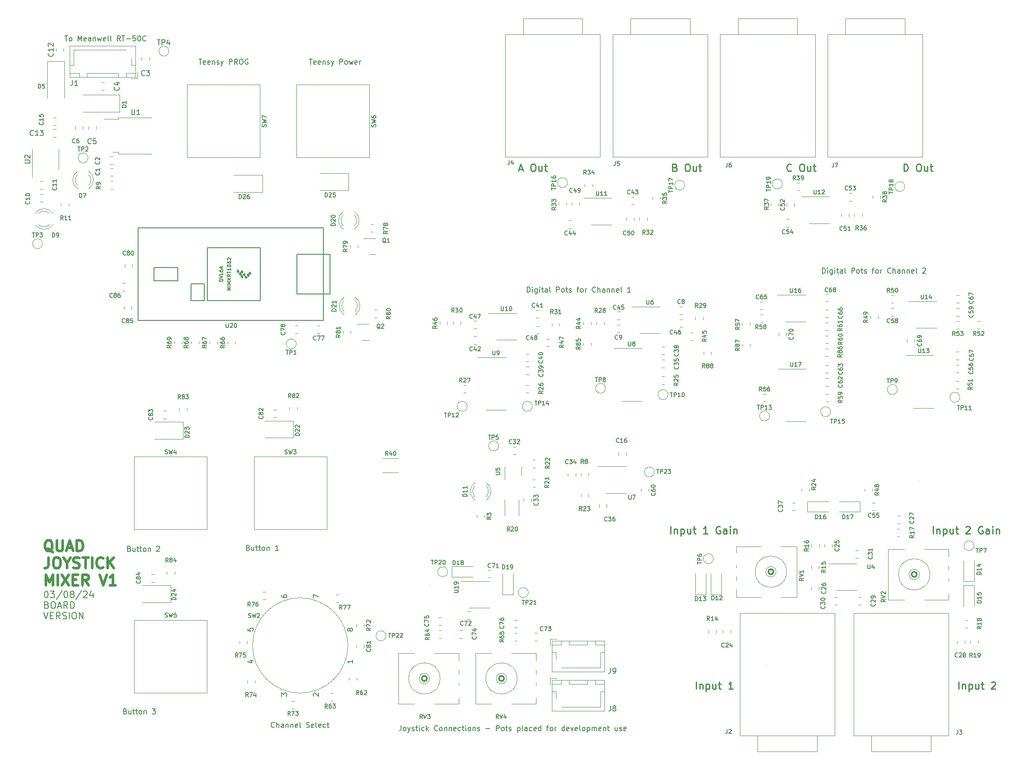
<source format=gbr>
%TF.GenerationSoftware,KiCad,Pcbnew,7.0.8*%
%TF.CreationDate,2024-03-08T11:10:07-05:00*%
%TF.ProjectId,Quad Joystick Mixer,51756164-204a-46f7-9973-7469636b204d,rev?*%
%TF.SameCoordinates,Original*%
%TF.FileFunction,Legend,Top*%
%TF.FilePolarity,Positive*%
%FSLAX46Y46*%
G04 Gerber Fmt 4.6, Leading zero omitted, Abs format (unit mm)*
G04 Created by KiCad (PCBNEW 7.0.8) date 2024-03-08 11:10:07*
%MOMM*%
%LPD*%
G01*
G04 APERTURE LIST*
%ADD10C,0.150000*%
%ADD11C,0.254000*%
%ADD12C,0.508000*%
%ADD13C,0.177800*%
%ADD14C,0.120000*%
%ADD15C,0.350000*%
%ADD16C,0.100000*%
G04 APERTURE END LIST*
D10*
X101670112Y-128146009D02*
X101812969Y-128193628D01*
X101812969Y-128193628D02*
X101860588Y-128241247D01*
X101860588Y-128241247D02*
X101908207Y-128336485D01*
X101908207Y-128336485D02*
X101908207Y-128479342D01*
X101908207Y-128479342D02*
X101860588Y-128574580D01*
X101860588Y-128574580D02*
X101812969Y-128622200D01*
X101812969Y-128622200D02*
X101717731Y-128669819D01*
X101717731Y-128669819D02*
X101336779Y-128669819D01*
X101336779Y-128669819D02*
X101336779Y-127669819D01*
X101336779Y-127669819D02*
X101670112Y-127669819D01*
X101670112Y-127669819D02*
X101765350Y-127717438D01*
X101765350Y-127717438D02*
X101812969Y-127765057D01*
X101812969Y-127765057D02*
X101860588Y-127860295D01*
X101860588Y-127860295D02*
X101860588Y-127955533D01*
X101860588Y-127955533D02*
X101812969Y-128050771D01*
X101812969Y-128050771D02*
X101765350Y-128098390D01*
X101765350Y-128098390D02*
X101670112Y-128146009D01*
X101670112Y-128146009D02*
X101336779Y-128146009D01*
X102765350Y-128003152D02*
X102765350Y-128669819D01*
X102336779Y-128003152D02*
X102336779Y-128526961D01*
X102336779Y-128526961D02*
X102384398Y-128622200D01*
X102384398Y-128622200D02*
X102479636Y-128669819D01*
X102479636Y-128669819D02*
X102622493Y-128669819D01*
X102622493Y-128669819D02*
X102717731Y-128622200D01*
X102717731Y-128622200D02*
X102765350Y-128574580D01*
X103098684Y-128003152D02*
X103479636Y-128003152D01*
X103241541Y-127669819D02*
X103241541Y-128526961D01*
X103241541Y-128526961D02*
X103289160Y-128622200D01*
X103289160Y-128622200D02*
X103384398Y-128669819D01*
X103384398Y-128669819D02*
X103479636Y-128669819D01*
X103670113Y-128003152D02*
X104051065Y-128003152D01*
X103812970Y-127669819D02*
X103812970Y-128526961D01*
X103812970Y-128526961D02*
X103860589Y-128622200D01*
X103860589Y-128622200D02*
X103955827Y-128669819D01*
X103955827Y-128669819D02*
X104051065Y-128669819D01*
X104527256Y-128669819D02*
X104432018Y-128622200D01*
X104432018Y-128622200D02*
X104384399Y-128574580D01*
X104384399Y-128574580D02*
X104336780Y-128479342D01*
X104336780Y-128479342D02*
X104336780Y-128193628D01*
X104336780Y-128193628D02*
X104384399Y-128098390D01*
X104384399Y-128098390D02*
X104432018Y-128050771D01*
X104432018Y-128050771D02*
X104527256Y-128003152D01*
X104527256Y-128003152D02*
X104670113Y-128003152D01*
X104670113Y-128003152D02*
X104765351Y-128050771D01*
X104765351Y-128050771D02*
X104812970Y-128098390D01*
X104812970Y-128098390D02*
X104860589Y-128193628D01*
X104860589Y-128193628D02*
X104860589Y-128479342D01*
X104860589Y-128479342D02*
X104812970Y-128574580D01*
X104812970Y-128574580D02*
X104765351Y-128622200D01*
X104765351Y-128622200D02*
X104670113Y-128669819D01*
X104670113Y-128669819D02*
X104527256Y-128669819D01*
X105289161Y-128003152D02*
X105289161Y-128669819D01*
X105289161Y-128098390D02*
X105336780Y-128050771D01*
X105336780Y-128050771D02*
X105432018Y-128003152D01*
X105432018Y-128003152D02*
X105574875Y-128003152D01*
X105574875Y-128003152D02*
X105670113Y-128050771D01*
X105670113Y-128050771D02*
X105717732Y-128146009D01*
X105717732Y-128146009D02*
X105717732Y-128669819D01*
X107479637Y-128669819D02*
X106908209Y-128669819D01*
X107193923Y-128669819D02*
X107193923Y-127669819D01*
X107193923Y-127669819D02*
X107098685Y-127812676D01*
X107098685Y-127812676D02*
X107003447Y-127907914D01*
X107003447Y-127907914D02*
X106908209Y-127955533D01*
D11*
X227499724Y-55815825D02*
X227499724Y-54418825D01*
X227499724Y-54418825D02*
X227832343Y-54418825D01*
X227832343Y-54418825D02*
X228031914Y-54485349D01*
X228031914Y-54485349D02*
X228164962Y-54618397D01*
X228164962Y-54618397D02*
X228231485Y-54751444D01*
X228231485Y-54751444D02*
X228298009Y-55017540D01*
X228298009Y-55017540D02*
X228298009Y-55217111D01*
X228298009Y-55217111D02*
X228231485Y-55483206D01*
X228231485Y-55483206D02*
X228164962Y-55616254D01*
X228164962Y-55616254D02*
X228031914Y-55749302D01*
X228031914Y-55749302D02*
X227832343Y-55815825D01*
X227832343Y-55815825D02*
X227499724Y-55815825D01*
X230227200Y-54418825D02*
X230493295Y-54418825D01*
X230493295Y-54418825D02*
X230626343Y-54485349D01*
X230626343Y-54485349D02*
X230759390Y-54618397D01*
X230759390Y-54618397D02*
X230825914Y-54884492D01*
X230825914Y-54884492D02*
X230825914Y-55350159D01*
X230825914Y-55350159D02*
X230759390Y-55616254D01*
X230759390Y-55616254D02*
X230626343Y-55749302D01*
X230626343Y-55749302D02*
X230493295Y-55815825D01*
X230493295Y-55815825D02*
X230227200Y-55815825D01*
X230227200Y-55815825D02*
X230094152Y-55749302D01*
X230094152Y-55749302D02*
X229961105Y-55616254D01*
X229961105Y-55616254D02*
X229894581Y-55350159D01*
X229894581Y-55350159D02*
X229894581Y-54884492D01*
X229894581Y-54884492D02*
X229961105Y-54618397D01*
X229961105Y-54618397D02*
X230094152Y-54485349D01*
X230094152Y-54485349D02*
X230227200Y-54418825D01*
X232023343Y-54884492D02*
X232023343Y-55815825D01*
X231424629Y-54884492D02*
X231424629Y-55616254D01*
X231424629Y-55616254D02*
X231491152Y-55749302D01*
X231491152Y-55749302D02*
X231624200Y-55815825D01*
X231624200Y-55815825D02*
X231823771Y-55815825D01*
X231823771Y-55815825D02*
X231956819Y-55749302D01*
X231956819Y-55749302D02*
X232023343Y-55682778D01*
X232489009Y-54884492D02*
X233021200Y-54884492D01*
X232688581Y-54418825D02*
X232688581Y-55616254D01*
X232688581Y-55616254D02*
X232755104Y-55749302D01*
X232755104Y-55749302D02*
X232888152Y-55815825D01*
X232888152Y-55815825D02*
X233021200Y-55815825D01*
D10*
X131022493Y-162294819D02*
X131022493Y-163009104D01*
X131022493Y-163009104D02*
X130974874Y-163151961D01*
X130974874Y-163151961D02*
X130879636Y-163247200D01*
X130879636Y-163247200D02*
X130736779Y-163294819D01*
X130736779Y-163294819D02*
X130641541Y-163294819D01*
X131641541Y-163294819D02*
X131546303Y-163247200D01*
X131546303Y-163247200D02*
X131498684Y-163199580D01*
X131498684Y-163199580D02*
X131451065Y-163104342D01*
X131451065Y-163104342D02*
X131451065Y-162818628D01*
X131451065Y-162818628D02*
X131498684Y-162723390D01*
X131498684Y-162723390D02*
X131546303Y-162675771D01*
X131546303Y-162675771D02*
X131641541Y-162628152D01*
X131641541Y-162628152D02*
X131784398Y-162628152D01*
X131784398Y-162628152D02*
X131879636Y-162675771D01*
X131879636Y-162675771D02*
X131927255Y-162723390D01*
X131927255Y-162723390D02*
X131974874Y-162818628D01*
X131974874Y-162818628D02*
X131974874Y-163104342D01*
X131974874Y-163104342D02*
X131927255Y-163199580D01*
X131927255Y-163199580D02*
X131879636Y-163247200D01*
X131879636Y-163247200D02*
X131784398Y-163294819D01*
X131784398Y-163294819D02*
X131641541Y-163294819D01*
X132308208Y-162628152D02*
X132546303Y-163294819D01*
X132784398Y-162628152D02*
X132546303Y-163294819D01*
X132546303Y-163294819D02*
X132451065Y-163532914D01*
X132451065Y-163532914D02*
X132403446Y-163580533D01*
X132403446Y-163580533D02*
X132308208Y-163628152D01*
X133117732Y-163247200D02*
X133212970Y-163294819D01*
X133212970Y-163294819D02*
X133403446Y-163294819D01*
X133403446Y-163294819D02*
X133498684Y-163247200D01*
X133498684Y-163247200D02*
X133546303Y-163151961D01*
X133546303Y-163151961D02*
X133546303Y-163104342D01*
X133546303Y-163104342D02*
X133498684Y-163009104D01*
X133498684Y-163009104D02*
X133403446Y-162961485D01*
X133403446Y-162961485D02*
X133260589Y-162961485D01*
X133260589Y-162961485D02*
X133165351Y-162913866D01*
X133165351Y-162913866D02*
X133117732Y-162818628D01*
X133117732Y-162818628D02*
X133117732Y-162771009D01*
X133117732Y-162771009D02*
X133165351Y-162675771D01*
X133165351Y-162675771D02*
X133260589Y-162628152D01*
X133260589Y-162628152D02*
X133403446Y-162628152D01*
X133403446Y-162628152D02*
X133498684Y-162675771D01*
X133832018Y-162628152D02*
X134212970Y-162628152D01*
X133974875Y-162294819D02*
X133974875Y-163151961D01*
X133974875Y-163151961D02*
X134022494Y-163247200D01*
X134022494Y-163247200D02*
X134117732Y-163294819D01*
X134117732Y-163294819D02*
X134212970Y-163294819D01*
X134546304Y-163294819D02*
X134546304Y-162628152D01*
X134546304Y-162294819D02*
X134498685Y-162342438D01*
X134498685Y-162342438D02*
X134546304Y-162390057D01*
X134546304Y-162390057D02*
X134593923Y-162342438D01*
X134593923Y-162342438D02*
X134546304Y-162294819D01*
X134546304Y-162294819D02*
X134546304Y-162390057D01*
X135451065Y-163247200D02*
X135355827Y-163294819D01*
X135355827Y-163294819D02*
X135165351Y-163294819D01*
X135165351Y-163294819D02*
X135070113Y-163247200D01*
X135070113Y-163247200D02*
X135022494Y-163199580D01*
X135022494Y-163199580D02*
X134974875Y-163104342D01*
X134974875Y-163104342D02*
X134974875Y-162818628D01*
X134974875Y-162818628D02*
X135022494Y-162723390D01*
X135022494Y-162723390D02*
X135070113Y-162675771D01*
X135070113Y-162675771D02*
X135165351Y-162628152D01*
X135165351Y-162628152D02*
X135355827Y-162628152D01*
X135355827Y-162628152D02*
X135451065Y-162675771D01*
X135879637Y-163294819D02*
X135879637Y-162294819D01*
X135974875Y-162913866D02*
X136260589Y-163294819D01*
X136260589Y-162628152D02*
X135879637Y-163009104D01*
X138022494Y-163199580D02*
X137974875Y-163247200D01*
X137974875Y-163247200D02*
X137832018Y-163294819D01*
X137832018Y-163294819D02*
X137736780Y-163294819D01*
X137736780Y-163294819D02*
X137593923Y-163247200D01*
X137593923Y-163247200D02*
X137498685Y-163151961D01*
X137498685Y-163151961D02*
X137451066Y-163056723D01*
X137451066Y-163056723D02*
X137403447Y-162866247D01*
X137403447Y-162866247D02*
X137403447Y-162723390D01*
X137403447Y-162723390D02*
X137451066Y-162532914D01*
X137451066Y-162532914D02*
X137498685Y-162437676D01*
X137498685Y-162437676D02*
X137593923Y-162342438D01*
X137593923Y-162342438D02*
X137736780Y-162294819D01*
X137736780Y-162294819D02*
X137832018Y-162294819D01*
X137832018Y-162294819D02*
X137974875Y-162342438D01*
X137974875Y-162342438D02*
X138022494Y-162390057D01*
X138593923Y-163294819D02*
X138498685Y-163247200D01*
X138498685Y-163247200D02*
X138451066Y-163199580D01*
X138451066Y-163199580D02*
X138403447Y-163104342D01*
X138403447Y-163104342D02*
X138403447Y-162818628D01*
X138403447Y-162818628D02*
X138451066Y-162723390D01*
X138451066Y-162723390D02*
X138498685Y-162675771D01*
X138498685Y-162675771D02*
X138593923Y-162628152D01*
X138593923Y-162628152D02*
X138736780Y-162628152D01*
X138736780Y-162628152D02*
X138832018Y-162675771D01*
X138832018Y-162675771D02*
X138879637Y-162723390D01*
X138879637Y-162723390D02*
X138927256Y-162818628D01*
X138927256Y-162818628D02*
X138927256Y-163104342D01*
X138927256Y-163104342D02*
X138879637Y-163199580D01*
X138879637Y-163199580D02*
X138832018Y-163247200D01*
X138832018Y-163247200D02*
X138736780Y-163294819D01*
X138736780Y-163294819D02*
X138593923Y-163294819D01*
X139355828Y-162628152D02*
X139355828Y-163294819D01*
X139355828Y-162723390D02*
X139403447Y-162675771D01*
X139403447Y-162675771D02*
X139498685Y-162628152D01*
X139498685Y-162628152D02*
X139641542Y-162628152D01*
X139641542Y-162628152D02*
X139736780Y-162675771D01*
X139736780Y-162675771D02*
X139784399Y-162771009D01*
X139784399Y-162771009D02*
X139784399Y-163294819D01*
X140260590Y-162628152D02*
X140260590Y-163294819D01*
X140260590Y-162723390D02*
X140308209Y-162675771D01*
X140308209Y-162675771D02*
X140403447Y-162628152D01*
X140403447Y-162628152D02*
X140546304Y-162628152D01*
X140546304Y-162628152D02*
X140641542Y-162675771D01*
X140641542Y-162675771D02*
X140689161Y-162771009D01*
X140689161Y-162771009D02*
X140689161Y-163294819D01*
X141546304Y-163247200D02*
X141451066Y-163294819D01*
X141451066Y-163294819D02*
X141260590Y-163294819D01*
X141260590Y-163294819D02*
X141165352Y-163247200D01*
X141165352Y-163247200D02*
X141117733Y-163151961D01*
X141117733Y-163151961D02*
X141117733Y-162771009D01*
X141117733Y-162771009D02*
X141165352Y-162675771D01*
X141165352Y-162675771D02*
X141260590Y-162628152D01*
X141260590Y-162628152D02*
X141451066Y-162628152D01*
X141451066Y-162628152D02*
X141546304Y-162675771D01*
X141546304Y-162675771D02*
X141593923Y-162771009D01*
X141593923Y-162771009D02*
X141593923Y-162866247D01*
X141593923Y-162866247D02*
X141117733Y-162961485D01*
X142451066Y-163247200D02*
X142355828Y-163294819D01*
X142355828Y-163294819D02*
X142165352Y-163294819D01*
X142165352Y-163294819D02*
X142070114Y-163247200D01*
X142070114Y-163247200D02*
X142022495Y-163199580D01*
X142022495Y-163199580D02*
X141974876Y-163104342D01*
X141974876Y-163104342D02*
X141974876Y-162818628D01*
X141974876Y-162818628D02*
X142022495Y-162723390D01*
X142022495Y-162723390D02*
X142070114Y-162675771D01*
X142070114Y-162675771D02*
X142165352Y-162628152D01*
X142165352Y-162628152D02*
X142355828Y-162628152D01*
X142355828Y-162628152D02*
X142451066Y-162675771D01*
X142736781Y-162628152D02*
X143117733Y-162628152D01*
X142879638Y-162294819D02*
X142879638Y-163151961D01*
X142879638Y-163151961D02*
X142927257Y-163247200D01*
X142927257Y-163247200D02*
X143022495Y-163294819D01*
X143022495Y-163294819D02*
X143117733Y-163294819D01*
X143451067Y-163294819D02*
X143451067Y-162628152D01*
X143451067Y-162294819D02*
X143403448Y-162342438D01*
X143403448Y-162342438D02*
X143451067Y-162390057D01*
X143451067Y-162390057D02*
X143498686Y-162342438D01*
X143498686Y-162342438D02*
X143451067Y-162294819D01*
X143451067Y-162294819D02*
X143451067Y-162390057D01*
X144070114Y-163294819D02*
X143974876Y-163247200D01*
X143974876Y-163247200D02*
X143927257Y-163199580D01*
X143927257Y-163199580D02*
X143879638Y-163104342D01*
X143879638Y-163104342D02*
X143879638Y-162818628D01*
X143879638Y-162818628D02*
X143927257Y-162723390D01*
X143927257Y-162723390D02*
X143974876Y-162675771D01*
X143974876Y-162675771D02*
X144070114Y-162628152D01*
X144070114Y-162628152D02*
X144212971Y-162628152D01*
X144212971Y-162628152D02*
X144308209Y-162675771D01*
X144308209Y-162675771D02*
X144355828Y-162723390D01*
X144355828Y-162723390D02*
X144403447Y-162818628D01*
X144403447Y-162818628D02*
X144403447Y-163104342D01*
X144403447Y-163104342D02*
X144355828Y-163199580D01*
X144355828Y-163199580D02*
X144308209Y-163247200D01*
X144308209Y-163247200D02*
X144212971Y-163294819D01*
X144212971Y-163294819D02*
X144070114Y-163294819D01*
X144832019Y-162628152D02*
X144832019Y-163294819D01*
X144832019Y-162723390D02*
X144879638Y-162675771D01*
X144879638Y-162675771D02*
X144974876Y-162628152D01*
X144974876Y-162628152D02*
X145117733Y-162628152D01*
X145117733Y-162628152D02*
X145212971Y-162675771D01*
X145212971Y-162675771D02*
X145260590Y-162771009D01*
X145260590Y-162771009D02*
X145260590Y-163294819D01*
X145689162Y-163247200D02*
X145784400Y-163294819D01*
X145784400Y-163294819D02*
X145974876Y-163294819D01*
X145974876Y-163294819D02*
X146070114Y-163247200D01*
X146070114Y-163247200D02*
X146117733Y-163151961D01*
X146117733Y-163151961D02*
X146117733Y-163104342D01*
X146117733Y-163104342D02*
X146070114Y-163009104D01*
X146070114Y-163009104D02*
X145974876Y-162961485D01*
X145974876Y-162961485D02*
X145832019Y-162961485D01*
X145832019Y-162961485D02*
X145736781Y-162913866D01*
X145736781Y-162913866D02*
X145689162Y-162818628D01*
X145689162Y-162818628D02*
X145689162Y-162771009D01*
X145689162Y-162771009D02*
X145736781Y-162675771D01*
X145736781Y-162675771D02*
X145832019Y-162628152D01*
X145832019Y-162628152D02*
X145974876Y-162628152D01*
X145974876Y-162628152D02*
X146070114Y-162675771D01*
X147308210Y-162913866D02*
X148070115Y-162913866D01*
X149308210Y-163294819D02*
X149308210Y-162294819D01*
X149308210Y-162294819D02*
X149689162Y-162294819D01*
X149689162Y-162294819D02*
X149784400Y-162342438D01*
X149784400Y-162342438D02*
X149832019Y-162390057D01*
X149832019Y-162390057D02*
X149879638Y-162485295D01*
X149879638Y-162485295D02*
X149879638Y-162628152D01*
X149879638Y-162628152D02*
X149832019Y-162723390D01*
X149832019Y-162723390D02*
X149784400Y-162771009D01*
X149784400Y-162771009D02*
X149689162Y-162818628D01*
X149689162Y-162818628D02*
X149308210Y-162818628D01*
X150451067Y-163294819D02*
X150355829Y-163247200D01*
X150355829Y-163247200D02*
X150308210Y-163199580D01*
X150308210Y-163199580D02*
X150260591Y-163104342D01*
X150260591Y-163104342D02*
X150260591Y-162818628D01*
X150260591Y-162818628D02*
X150308210Y-162723390D01*
X150308210Y-162723390D02*
X150355829Y-162675771D01*
X150355829Y-162675771D02*
X150451067Y-162628152D01*
X150451067Y-162628152D02*
X150593924Y-162628152D01*
X150593924Y-162628152D02*
X150689162Y-162675771D01*
X150689162Y-162675771D02*
X150736781Y-162723390D01*
X150736781Y-162723390D02*
X150784400Y-162818628D01*
X150784400Y-162818628D02*
X150784400Y-163104342D01*
X150784400Y-163104342D02*
X150736781Y-163199580D01*
X150736781Y-163199580D02*
X150689162Y-163247200D01*
X150689162Y-163247200D02*
X150593924Y-163294819D01*
X150593924Y-163294819D02*
X150451067Y-163294819D01*
X151070115Y-162628152D02*
X151451067Y-162628152D01*
X151212972Y-162294819D02*
X151212972Y-163151961D01*
X151212972Y-163151961D02*
X151260591Y-163247200D01*
X151260591Y-163247200D02*
X151355829Y-163294819D01*
X151355829Y-163294819D02*
X151451067Y-163294819D01*
X151736782Y-163247200D02*
X151832020Y-163294819D01*
X151832020Y-163294819D02*
X152022496Y-163294819D01*
X152022496Y-163294819D02*
X152117734Y-163247200D01*
X152117734Y-163247200D02*
X152165353Y-163151961D01*
X152165353Y-163151961D02*
X152165353Y-163104342D01*
X152165353Y-163104342D02*
X152117734Y-163009104D01*
X152117734Y-163009104D02*
X152022496Y-162961485D01*
X152022496Y-162961485D02*
X151879639Y-162961485D01*
X151879639Y-162961485D02*
X151784401Y-162913866D01*
X151784401Y-162913866D02*
X151736782Y-162818628D01*
X151736782Y-162818628D02*
X151736782Y-162771009D01*
X151736782Y-162771009D02*
X151784401Y-162675771D01*
X151784401Y-162675771D02*
X151879639Y-162628152D01*
X151879639Y-162628152D02*
X152022496Y-162628152D01*
X152022496Y-162628152D02*
X152117734Y-162675771D01*
X153355830Y-162628152D02*
X153355830Y-163628152D01*
X153355830Y-162675771D02*
X153451068Y-162628152D01*
X153451068Y-162628152D02*
X153641544Y-162628152D01*
X153641544Y-162628152D02*
X153736782Y-162675771D01*
X153736782Y-162675771D02*
X153784401Y-162723390D01*
X153784401Y-162723390D02*
X153832020Y-162818628D01*
X153832020Y-162818628D02*
X153832020Y-163104342D01*
X153832020Y-163104342D02*
X153784401Y-163199580D01*
X153784401Y-163199580D02*
X153736782Y-163247200D01*
X153736782Y-163247200D02*
X153641544Y-163294819D01*
X153641544Y-163294819D02*
X153451068Y-163294819D01*
X153451068Y-163294819D02*
X153355830Y-163247200D01*
X154403449Y-163294819D02*
X154308211Y-163247200D01*
X154308211Y-163247200D02*
X154260592Y-163151961D01*
X154260592Y-163151961D02*
X154260592Y-162294819D01*
X155212973Y-163294819D02*
X155212973Y-162771009D01*
X155212973Y-162771009D02*
X155165354Y-162675771D01*
X155165354Y-162675771D02*
X155070116Y-162628152D01*
X155070116Y-162628152D02*
X154879640Y-162628152D01*
X154879640Y-162628152D02*
X154784402Y-162675771D01*
X155212973Y-163247200D02*
X155117735Y-163294819D01*
X155117735Y-163294819D02*
X154879640Y-163294819D01*
X154879640Y-163294819D02*
X154784402Y-163247200D01*
X154784402Y-163247200D02*
X154736783Y-163151961D01*
X154736783Y-163151961D02*
X154736783Y-163056723D01*
X154736783Y-163056723D02*
X154784402Y-162961485D01*
X154784402Y-162961485D02*
X154879640Y-162913866D01*
X154879640Y-162913866D02*
X155117735Y-162913866D01*
X155117735Y-162913866D02*
X155212973Y-162866247D01*
X156117735Y-163247200D02*
X156022497Y-163294819D01*
X156022497Y-163294819D02*
X155832021Y-163294819D01*
X155832021Y-163294819D02*
X155736783Y-163247200D01*
X155736783Y-163247200D02*
X155689164Y-163199580D01*
X155689164Y-163199580D02*
X155641545Y-163104342D01*
X155641545Y-163104342D02*
X155641545Y-162818628D01*
X155641545Y-162818628D02*
X155689164Y-162723390D01*
X155689164Y-162723390D02*
X155736783Y-162675771D01*
X155736783Y-162675771D02*
X155832021Y-162628152D01*
X155832021Y-162628152D02*
X156022497Y-162628152D01*
X156022497Y-162628152D02*
X156117735Y-162675771D01*
X156927259Y-163247200D02*
X156832021Y-163294819D01*
X156832021Y-163294819D02*
X156641545Y-163294819D01*
X156641545Y-163294819D02*
X156546307Y-163247200D01*
X156546307Y-163247200D02*
X156498688Y-163151961D01*
X156498688Y-163151961D02*
X156498688Y-162771009D01*
X156498688Y-162771009D02*
X156546307Y-162675771D01*
X156546307Y-162675771D02*
X156641545Y-162628152D01*
X156641545Y-162628152D02*
X156832021Y-162628152D01*
X156832021Y-162628152D02*
X156927259Y-162675771D01*
X156927259Y-162675771D02*
X156974878Y-162771009D01*
X156974878Y-162771009D02*
X156974878Y-162866247D01*
X156974878Y-162866247D02*
X156498688Y-162961485D01*
X157832021Y-163294819D02*
X157832021Y-162294819D01*
X157832021Y-163247200D02*
X157736783Y-163294819D01*
X157736783Y-163294819D02*
X157546307Y-163294819D01*
X157546307Y-163294819D02*
X157451069Y-163247200D01*
X157451069Y-163247200D02*
X157403450Y-163199580D01*
X157403450Y-163199580D02*
X157355831Y-163104342D01*
X157355831Y-163104342D02*
X157355831Y-162818628D01*
X157355831Y-162818628D02*
X157403450Y-162723390D01*
X157403450Y-162723390D02*
X157451069Y-162675771D01*
X157451069Y-162675771D02*
X157546307Y-162628152D01*
X157546307Y-162628152D02*
X157736783Y-162628152D01*
X157736783Y-162628152D02*
X157832021Y-162675771D01*
X158927260Y-162628152D02*
X159308212Y-162628152D01*
X159070117Y-163294819D02*
X159070117Y-162437676D01*
X159070117Y-162437676D02*
X159117736Y-162342438D01*
X159117736Y-162342438D02*
X159212974Y-162294819D01*
X159212974Y-162294819D02*
X159308212Y-162294819D01*
X159784403Y-163294819D02*
X159689165Y-163247200D01*
X159689165Y-163247200D02*
X159641546Y-163199580D01*
X159641546Y-163199580D02*
X159593927Y-163104342D01*
X159593927Y-163104342D02*
X159593927Y-162818628D01*
X159593927Y-162818628D02*
X159641546Y-162723390D01*
X159641546Y-162723390D02*
X159689165Y-162675771D01*
X159689165Y-162675771D02*
X159784403Y-162628152D01*
X159784403Y-162628152D02*
X159927260Y-162628152D01*
X159927260Y-162628152D02*
X160022498Y-162675771D01*
X160022498Y-162675771D02*
X160070117Y-162723390D01*
X160070117Y-162723390D02*
X160117736Y-162818628D01*
X160117736Y-162818628D02*
X160117736Y-163104342D01*
X160117736Y-163104342D02*
X160070117Y-163199580D01*
X160070117Y-163199580D02*
X160022498Y-163247200D01*
X160022498Y-163247200D02*
X159927260Y-163294819D01*
X159927260Y-163294819D02*
X159784403Y-163294819D01*
X160546308Y-163294819D02*
X160546308Y-162628152D01*
X160546308Y-162818628D02*
X160593927Y-162723390D01*
X160593927Y-162723390D02*
X160641546Y-162675771D01*
X160641546Y-162675771D02*
X160736784Y-162628152D01*
X160736784Y-162628152D02*
X160832022Y-162628152D01*
X162355832Y-163294819D02*
X162355832Y-162294819D01*
X162355832Y-163247200D02*
X162260594Y-163294819D01*
X162260594Y-163294819D02*
X162070118Y-163294819D01*
X162070118Y-163294819D02*
X161974880Y-163247200D01*
X161974880Y-163247200D02*
X161927261Y-163199580D01*
X161927261Y-163199580D02*
X161879642Y-163104342D01*
X161879642Y-163104342D02*
X161879642Y-162818628D01*
X161879642Y-162818628D02*
X161927261Y-162723390D01*
X161927261Y-162723390D02*
X161974880Y-162675771D01*
X161974880Y-162675771D02*
X162070118Y-162628152D01*
X162070118Y-162628152D02*
X162260594Y-162628152D01*
X162260594Y-162628152D02*
X162355832Y-162675771D01*
X163212975Y-163247200D02*
X163117737Y-163294819D01*
X163117737Y-163294819D02*
X162927261Y-163294819D01*
X162927261Y-163294819D02*
X162832023Y-163247200D01*
X162832023Y-163247200D02*
X162784404Y-163151961D01*
X162784404Y-163151961D02*
X162784404Y-162771009D01*
X162784404Y-162771009D02*
X162832023Y-162675771D01*
X162832023Y-162675771D02*
X162927261Y-162628152D01*
X162927261Y-162628152D02*
X163117737Y-162628152D01*
X163117737Y-162628152D02*
X163212975Y-162675771D01*
X163212975Y-162675771D02*
X163260594Y-162771009D01*
X163260594Y-162771009D02*
X163260594Y-162866247D01*
X163260594Y-162866247D02*
X162784404Y-162961485D01*
X163593928Y-162628152D02*
X163832023Y-163294819D01*
X163832023Y-163294819D02*
X164070118Y-162628152D01*
X164832023Y-163247200D02*
X164736785Y-163294819D01*
X164736785Y-163294819D02*
X164546309Y-163294819D01*
X164546309Y-163294819D02*
X164451071Y-163247200D01*
X164451071Y-163247200D02*
X164403452Y-163151961D01*
X164403452Y-163151961D02*
X164403452Y-162771009D01*
X164403452Y-162771009D02*
X164451071Y-162675771D01*
X164451071Y-162675771D02*
X164546309Y-162628152D01*
X164546309Y-162628152D02*
X164736785Y-162628152D01*
X164736785Y-162628152D02*
X164832023Y-162675771D01*
X164832023Y-162675771D02*
X164879642Y-162771009D01*
X164879642Y-162771009D02*
X164879642Y-162866247D01*
X164879642Y-162866247D02*
X164403452Y-162961485D01*
X165451071Y-163294819D02*
X165355833Y-163247200D01*
X165355833Y-163247200D02*
X165308214Y-163151961D01*
X165308214Y-163151961D02*
X165308214Y-162294819D01*
X165974881Y-163294819D02*
X165879643Y-163247200D01*
X165879643Y-163247200D02*
X165832024Y-163199580D01*
X165832024Y-163199580D02*
X165784405Y-163104342D01*
X165784405Y-163104342D02*
X165784405Y-162818628D01*
X165784405Y-162818628D02*
X165832024Y-162723390D01*
X165832024Y-162723390D02*
X165879643Y-162675771D01*
X165879643Y-162675771D02*
X165974881Y-162628152D01*
X165974881Y-162628152D02*
X166117738Y-162628152D01*
X166117738Y-162628152D02*
X166212976Y-162675771D01*
X166212976Y-162675771D02*
X166260595Y-162723390D01*
X166260595Y-162723390D02*
X166308214Y-162818628D01*
X166308214Y-162818628D02*
X166308214Y-163104342D01*
X166308214Y-163104342D02*
X166260595Y-163199580D01*
X166260595Y-163199580D02*
X166212976Y-163247200D01*
X166212976Y-163247200D02*
X166117738Y-163294819D01*
X166117738Y-163294819D02*
X165974881Y-163294819D01*
X166736786Y-162628152D02*
X166736786Y-163628152D01*
X166736786Y-162675771D02*
X166832024Y-162628152D01*
X166832024Y-162628152D02*
X167022500Y-162628152D01*
X167022500Y-162628152D02*
X167117738Y-162675771D01*
X167117738Y-162675771D02*
X167165357Y-162723390D01*
X167165357Y-162723390D02*
X167212976Y-162818628D01*
X167212976Y-162818628D02*
X167212976Y-163104342D01*
X167212976Y-163104342D02*
X167165357Y-163199580D01*
X167165357Y-163199580D02*
X167117738Y-163247200D01*
X167117738Y-163247200D02*
X167022500Y-163294819D01*
X167022500Y-163294819D02*
X166832024Y-163294819D01*
X166832024Y-163294819D02*
X166736786Y-163247200D01*
X167641548Y-163294819D02*
X167641548Y-162628152D01*
X167641548Y-162723390D02*
X167689167Y-162675771D01*
X167689167Y-162675771D02*
X167784405Y-162628152D01*
X167784405Y-162628152D02*
X167927262Y-162628152D01*
X167927262Y-162628152D02*
X168022500Y-162675771D01*
X168022500Y-162675771D02*
X168070119Y-162771009D01*
X168070119Y-162771009D02*
X168070119Y-163294819D01*
X168070119Y-162771009D02*
X168117738Y-162675771D01*
X168117738Y-162675771D02*
X168212976Y-162628152D01*
X168212976Y-162628152D02*
X168355833Y-162628152D01*
X168355833Y-162628152D02*
X168451072Y-162675771D01*
X168451072Y-162675771D02*
X168498691Y-162771009D01*
X168498691Y-162771009D02*
X168498691Y-163294819D01*
X169355833Y-163247200D02*
X169260595Y-163294819D01*
X169260595Y-163294819D02*
X169070119Y-163294819D01*
X169070119Y-163294819D02*
X168974881Y-163247200D01*
X168974881Y-163247200D02*
X168927262Y-163151961D01*
X168927262Y-163151961D02*
X168927262Y-162771009D01*
X168927262Y-162771009D02*
X168974881Y-162675771D01*
X168974881Y-162675771D02*
X169070119Y-162628152D01*
X169070119Y-162628152D02*
X169260595Y-162628152D01*
X169260595Y-162628152D02*
X169355833Y-162675771D01*
X169355833Y-162675771D02*
X169403452Y-162771009D01*
X169403452Y-162771009D02*
X169403452Y-162866247D01*
X169403452Y-162866247D02*
X168927262Y-162961485D01*
X169832024Y-162628152D02*
X169832024Y-163294819D01*
X169832024Y-162723390D02*
X169879643Y-162675771D01*
X169879643Y-162675771D02*
X169974881Y-162628152D01*
X169974881Y-162628152D02*
X170117738Y-162628152D01*
X170117738Y-162628152D02*
X170212976Y-162675771D01*
X170212976Y-162675771D02*
X170260595Y-162771009D01*
X170260595Y-162771009D02*
X170260595Y-163294819D01*
X170593929Y-162628152D02*
X170974881Y-162628152D01*
X170736786Y-162294819D02*
X170736786Y-163151961D01*
X170736786Y-163151961D02*
X170784405Y-163247200D01*
X170784405Y-163247200D02*
X170879643Y-163294819D01*
X170879643Y-163294819D02*
X170974881Y-163294819D01*
X172498691Y-162628152D02*
X172498691Y-163294819D01*
X172070120Y-162628152D02*
X172070120Y-163151961D01*
X172070120Y-163151961D02*
X172117739Y-163247200D01*
X172117739Y-163247200D02*
X172212977Y-163294819D01*
X172212977Y-163294819D02*
X172355834Y-163294819D01*
X172355834Y-163294819D02*
X172451072Y-163247200D01*
X172451072Y-163247200D02*
X172498691Y-163199580D01*
X172927263Y-163247200D02*
X173022501Y-163294819D01*
X173022501Y-163294819D02*
X173212977Y-163294819D01*
X173212977Y-163294819D02*
X173308215Y-163247200D01*
X173308215Y-163247200D02*
X173355834Y-163151961D01*
X173355834Y-163151961D02*
X173355834Y-163104342D01*
X173355834Y-163104342D02*
X173308215Y-163009104D01*
X173308215Y-163009104D02*
X173212977Y-162961485D01*
X173212977Y-162961485D02*
X173070120Y-162961485D01*
X173070120Y-162961485D02*
X172974882Y-162913866D01*
X172974882Y-162913866D02*
X172927263Y-162818628D01*
X172927263Y-162818628D02*
X172927263Y-162771009D01*
X172927263Y-162771009D02*
X172974882Y-162675771D01*
X172974882Y-162675771D02*
X173070120Y-162628152D01*
X173070120Y-162628152D02*
X173212977Y-162628152D01*
X173212977Y-162628152D02*
X173308215Y-162675771D01*
X174165358Y-163247200D02*
X174070120Y-163294819D01*
X174070120Y-163294819D02*
X173879644Y-163294819D01*
X173879644Y-163294819D02*
X173784406Y-163247200D01*
X173784406Y-163247200D02*
X173736787Y-163151961D01*
X173736787Y-163151961D02*
X173736787Y-162771009D01*
X173736787Y-162771009D02*
X173784406Y-162675771D01*
X173784406Y-162675771D02*
X173879644Y-162628152D01*
X173879644Y-162628152D02*
X174070120Y-162628152D01*
X174070120Y-162628152D02*
X174165358Y-162675771D01*
X174165358Y-162675771D02*
X174212977Y-162771009D01*
X174212977Y-162771009D02*
X174212977Y-162866247D01*
X174212977Y-162866247D02*
X173736787Y-162961485D01*
D12*
X64172686Y-128975389D02*
X63979162Y-128878627D01*
X63979162Y-128878627D02*
X63785638Y-128685104D01*
X63785638Y-128685104D02*
X63495352Y-128394818D01*
X63495352Y-128394818D02*
X63301829Y-128298056D01*
X63301829Y-128298056D02*
X63108305Y-128298056D01*
X63205067Y-128781865D02*
X63011543Y-128685104D01*
X63011543Y-128685104D02*
X62818019Y-128491580D01*
X62818019Y-128491580D02*
X62721257Y-128104532D01*
X62721257Y-128104532D02*
X62721257Y-127427199D01*
X62721257Y-127427199D02*
X62818019Y-127040151D01*
X62818019Y-127040151D02*
X63011543Y-126846627D01*
X63011543Y-126846627D02*
X63205067Y-126749865D01*
X63205067Y-126749865D02*
X63592114Y-126749865D01*
X63592114Y-126749865D02*
X63785638Y-126846627D01*
X63785638Y-126846627D02*
X63979162Y-127040151D01*
X63979162Y-127040151D02*
X64075924Y-127427199D01*
X64075924Y-127427199D02*
X64075924Y-128104532D01*
X64075924Y-128104532D02*
X63979162Y-128491580D01*
X63979162Y-128491580D02*
X63785638Y-128685104D01*
X63785638Y-128685104D02*
X63592114Y-128781865D01*
X63592114Y-128781865D02*
X63205067Y-128781865D01*
X64946781Y-126749865D02*
X64946781Y-128394818D01*
X64946781Y-128394818D02*
X65043543Y-128588342D01*
X65043543Y-128588342D02*
X65140305Y-128685104D01*
X65140305Y-128685104D02*
X65333829Y-128781865D01*
X65333829Y-128781865D02*
X65720876Y-128781865D01*
X65720876Y-128781865D02*
X65914400Y-128685104D01*
X65914400Y-128685104D02*
X66011162Y-128588342D01*
X66011162Y-128588342D02*
X66107924Y-128394818D01*
X66107924Y-128394818D02*
X66107924Y-126749865D01*
X66978781Y-128201294D02*
X67946400Y-128201294D01*
X66785257Y-128781865D02*
X67462591Y-126749865D01*
X67462591Y-126749865D02*
X68139924Y-128781865D01*
X68817257Y-128781865D02*
X68817257Y-126749865D01*
X68817257Y-126749865D02*
X69301067Y-126749865D01*
X69301067Y-126749865D02*
X69591352Y-126846627D01*
X69591352Y-126846627D02*
X69784876Y-127040151D01*
X69784876Y-127040151D02*
X69881638Y-127233675D01*
X69881638Y-127233675D02*
X69978400Y-127620723D01*
X69978400Y-127620723D02*
X69978400Y-127911008D01*
X69978400Y-127911008D02*
X69881638Y-128298056D01*
X69881638Y-128298056D02*
X69784876Y-128491580D01*
X69784876Y-128491580D02*
X69591352Y-128685104D01*
X69591352Y-128685104D02*
X69301067Y-128781865D01*
X69301067Y-128781865D02*
X68817257Y-128781865D01*
X63398590Y-130021385D02*
X63398590Y-131472814D01*
X63398590Y-131472814D02*
X63301829Y-131763100D01*
X63301829Y-131763100D02*
X63108305Y-131956624D01*
X63108305Y-131956624D02*
X62818019Y-132053385D01*
X62818019Y-132053385D02*
X62624495Y-132053385D01*
X64753257Y-130021385D02*
X65140304Y-130021385D01*
X65140304Y-130021385D02*
X65333828Y-130118147D01*
X65333828Y-130118147D02*
X65527352Y-130311671D01*
X65527352Y-130311671D02*
X65624114Y-130698719D01*
X65624114Y-130698719D02*
X65624114Y-131376052D01*
X65624114Y-131376052D02*
X65527352Y-131763100D01*
X65527352Y-131763100D02*
X65333828Y-131956624D01*
X65333828Y-131956624D02*
X65140304Y-132053385D01*
X65140304Y-132053385D02*
X64753257Y-132053385D01*
X64753257Y-132053385D02*
X64559733Y-131956624D01*
X64559733Y-131956624D02*
X64366209Y-131763100D01*
X64366209Y-131763100D02*
X64269447Y-131376052D01*
X64269447Y-131376052D02*
X64269447Y-130698719D01*
X64269447Y-130698719D02*
X64366209Y-130311671D01*
X64366209Y-130311671D02*
X64559733Y-130118147D01*
X64559733Y-130118147D02*
X64753257Y-130021385D01*
X66882019Y-131085766D02*
X66882019Y-132053385D01*
X66204685Y-130021385D02*
X66882019Y-131085766D01*
X66882019Y-131085766D02*
X67559352Y-130021385D01*
X68139923Y-131956624D02*
X68430209Y-132053385D01*
X68430209Y-132053385D02*
X68914018Y-132053385D01*
X68914018Y-132053385D02*
X69107542Y-131956624D01*
X69107542Y-131956624D02*
X69204304Y-131859862D01*
X69204304Y-131859862D02*
X69301066Y-131666338D01*
X69301066Y-131666338D02*
X69301066Y-131472814D01*
X69301066Y-131472814D02*
X69204304Y-131279290D01*
X69204304Y-131279290D02*
X69107542Y-131182528D01*
X69107542Y-131182528D02*
X68914018Y-131085766D01*
X68914018Y-131085766D02*
X68526971Y-130989004D01*
X68526971Y-130989004D02*
X68333447Y-130892243D01*
X68333447Y-130892243D02*
X68236685Y-130795481D01*
X68236685Y-130795481D02*
X68139923Y-130601957D01*
X68139923Y-130601957D02*
X68139923Y-130408433D01*
X68139923Y-130408433D02*
X68236685Y-130214909D01*
X68236685Y-130214909D02*
X68333447Y-130118147D01*
X68333447Y-130118147D02*
X68526971Y-130021385D01*
X68526971Y-130021385D02*
X69010780Y-130021385D01*
X69010780Y-130021385D02*
X69301066Y-130118147D01*
X69881637Y-130021385D02*
X71042780Y-130021385D01*
X70462209Y-132053385D02*
X70462209Y-130021385D01*
X71720113Y-132053385D02*
X71720113Y-130021385D01*
X73848875Y-131859862D02*
X73752113Y-131956624D01*
X73752113Y-131956624D02*
X73461827Y-132053385D01*
X73461827Y-132053385D02*
X73268303Y-132053385D01*
X73268303Y-132053385D02*
X72978018Y-131956624D01*
X72978018Y-131956624D02*
X72784494Y-131763100D01*
X72784494Y-131763100D02*
X72687732Y-131569576D01*
X72687732Y-131569576D02*
X72590970Y-131182528D01*
X72590970Y-131182528D02*
X72590970Y-130892243D01*
X72590970Y-130892243D02*
X72687732Y-130505195D01*
X72687732Y-130505195D02*
X72784494Y-130311671D01*
X72784494Y-130311671D02*
X72978018Y-130118147D01*
X72978018Y-130118147D02*
X73268303Y-130021385D01*
X73268303Y-130021385D02*
X73461827Y-130021385D01*
X73461827Y-130021385D02*
X73752113Y-130118147D01*
X73752113Y-130118147D02*
X73848875Y-130214909D01*
X74719732Y-132053385D02*
X74719732Y-130021385D01*
X75880875Y-132053385D02*
X75010018Y-130892243D01*
X75880875Y-130021385D02*
X74719732Y-131182528D01*
X62818019Y-135324905D02*
X62818019Y-133292905D01*
X62818019Y-133292905D02*
X63495352Y-134744334D01*
X63495352Y-134744334D02*
X64172686Y-133292905D01*
X64172686Y-133292905D02*
X64172686Y-135324905D01*
X65140305Y-135324905D02*
X65140305Y-133292905D01*
X65914400Y-133292905D02*
X67269067Y-135324905D01*
X67269067Y-133292905D02*
X65914400Y-135324905D01*
X68043162Y-134260524D02*
X68720495Y-134260524D01*
X69010781Y-135324905D02*
X68043162Y-135324905D01*
X68043162Y-135324905D02*
X68043162Y-133292905D01*
X68043162Y-133292905D02*
X69010781Y-133292905D01*
X71042781Y-135324905D02*
X70365448Y-134357286D01*
X69881638Y-135324905D02*
X69881638Y-133292905D01*
X69881638Y-133292905D02*
X70655733Y-133292905D01*
X70655733Y-133292905D02*
X70849257Y-133389667D01*
X70849257Y-133389667D02*
X70946019Y-133486429D01*
X70946019Y-133486429D02*
X71042781Y-133679953D01*
X71042781Y-133679953D02*
X71042781Y-133970239D01*
X71042781Y-133970239D02*
X70946019Y-134163763D01*
X70946019Y-134163763D02*
X70849257Y-134260524D01*
X70849257Y-134260524D02*
X70655733Y-134357286D01*
X70655733Y-134357286D02*
X69881638Y-134357286D01*
X73171542Y-133292905D02*
X73848876Y-135324905D01*
X73848876Y-135324905D02*
X74526209Y-133292905D01*
X76267923Y-135324905D02*
X75106780Y-135324905D01*
X75687352Y-135324905D02*
X75687352Y-133292905D01*
X75687352Y-133292905D02*
X75493828Y-133583191D01*
X75493828Y-133583191D02*
X75300304Y-133776715D01*
X75300304Y-133776715D02*
X75106780Y-133873477D01*
D11*
X182774724Y-125440825D02*
X182774724Y-124043825D01*
X183439962Y-124509492D02*
X183439962Y-125440825D01*
X183439962Y-124642540D02*
X183506485Y-124576016D01*
X183506485Y-124576016D02*
X183639533Y-124509492D01*
X183639533Y-124509492D02*
X183839104Y-124509492D01*
X183839104Y-124509492D02*
X183972152Y-124576016D01*
X183972152Y-124576016D02*
X184038676Y-124709063D01*
X184038676Y-124709063D02*
X184038676Y-125440825D01*
X184703914Y-124509492D02*
X184703914Y-125906492D01*
X184703914Y-124576016D02*
X184836961Y-124509492D01*
X184836961Y-124509492D02*
X185103056Y-124509492D01*
X185103056Y-124509492D02*
X185236104Y-124576016D01*
X185236104Y-124576016D02*
X185302628Y-124642540D01*
X185302628Y-124642540D02*
X185369152Y-124775587D01*
X185369152Y-124775587D02*
X185369152Y-125174730D01*
X185369152Y-125174730D02*
X185302628Y-125307778D01*
X185302628Y-125307778D02*
X185236104Y-125374302D01*
X185236104Y-125374302D02*
X185103056Y-125440825D01*
X185103056Y-125440825D02*
X184836961Y-125440825D01*
X184836961Y-125440825D02*
X184703914Y-125374302D01*
X186566580Y-124509492D02*
X186566580Y-125440825D01*
X185967866Y-124509492D02*
X185967866Y-125241254D01*
X185967866Y-125241254D02*
X186034389Y-125374302D01*
X186034389Y-125374302D02*
X186167437Y-125440825D01*
X186167437Y-125440825D02*
X186367008Y-125440825D01*
X186367008Y-125440825D02*
X186500056Y-125374302D01*
X186500056Y-125374302D02*
X186566580Y-125307778D01*
X187032246Y-124509492D02*
X187564437Y-124509492D01*
X187231818Y-124043825D02*
X187231818Y-125241254D01*
X187231818Y-125241254D02*
X187298341Y-125374302D01*
X187298341Y-125374302D02*
X187431389Y-125440825D01*
X187431389Y-125440825D02*
X187564437Y-125440825D01*
X189826246Y-125440825D02*
X189027961Y-125440825D01*
X189427104Y-125440825D02*
X189427104Y-124043825D01*
X189427104Y-124043825D02*
X189294056Y-124243397D01*
X189294056Y-124243397D02*
X189161008Y-124376444D01*
X189161008Y-124376444D02*
X189027961Y-124442968D01*
X192221103Y-124110349D02*
X192088056Y-124043825D01*
X192088056Y-124043825D02*
X191888484Y-124043825D01*
X191888484Y-124043825D02*
X191688913Y-124110349D01*
X191688913Y-124110349D02*
X191555865Y-124243397D01*
X191555865Y-124243397D02*
X191489342Y-124376444D01*
X191489342Y-124376444D02*
X191422818Y-124642540D01*
X191422818Y-124642540D02*
X191422818Y-124842111D01*
X191422818Y-124842111D02*
X191489342Y-125108206D01*
X191489342Y-125108206D02*
X191555865Y-125241254D01*
X191555865Y-125241254D02*
X191688913Y-125374302D01*
X191688913Y-125374302D02*
X191888484Y-125440825D01*
X191888484Y-125440825D02*
X192021532Y-125440825D01*
X192021532Y-125440825D02*
X192221103Y-125374302D01*
X192221103Y-125374302D02*
X192287627Y-125307778D01*
X192287627Y-125307778D02*
X192287627Y-124842111D01*
X192287627Y-124842111D02*
X192021532Y-124842111D01*
X193485056Y-125440825D02*
X193485056Y-124709063D01*
X193485056Y-124709063D02*
X193418532Y-124576016D01*
X193418532Y-124576016D02*
X193285484Y-124509492D01*
X193285484Y-124509492D02*
X193019389Y-124509492D01*
X193019389Y-124509492D02*
X192886342Y-124576016D01*
X193485056Y-125374302D02*
X193352008Y-125440825D01*
X193352008Y-125440825D02*
X193019389Y-125440825D01*
X193019389Y-125440825D02*
X192886342Y-125374302D01*
X192886342Y-125374302D02*
X192819818Y-125241254D01*
X192819818Y-125241254D02*
X192819818Y-125108206D01*
X192819818Y-125108206D02*
X192886342Y-124975159D01*
X192886342Y-124975159D02*
X193019389Y-124908635D01*
X193019389Y-124908635D02*
X193352008Y-124908635D01*
X193352008Y-124908635D02*
X193485056Y-124842111D01*
X194150294Y-125440825D02*
X194150294Y-124509492D01*
X194150294Y-124043825D02*
X194083770Y-124110349D01*
X194083770Y-124110349D02*
X194150294Y-124176873D01*
X194150294Y-124176873D02*
X194216817Y-124110349D01*
X194216817Y-124110349D02*
X194150294Y-124043825D01*
X194150294Y-124043825D02*
X194150294Y-124176873D01*
X194815532Y-124509492D02*
X194815532Y-125440825D01*
X194815532Y-124642540D02*
X194882055Y-124576016D01*
X194882055Y-124576016D02*
X195015103Y-124509492D01*
X195015103Y-124509492D02*
X195214674Y-124509492D01*
X195214674Y-124509492D02*
X195347722Y-124576016D01*
X195347722Y-124576016D02*
X195414246Y-124709063D01*
X195414246Y-124709063D02*
X195414246Y-125440825D01*
D10*
X78070112Y-159546009D02*
X78212969Y-159593628D01*
X78212969Y-159593628D02*
X78260588Y-159641247D01*
X78260588Y-159641247D02*
X78308207Y-159736485D01*
X78308207Y-159736485D02*
X78308207Y-159879342D01*
X78308207Y-159879342D02*
X78260588Y-159974580D01*
X78260588Y-159974580D02*
X78212969Y-160022200D01*
X78212969Y-160022200D02*
X78117731Y-160069819D01*
X78117731Y-160069819D02*
X77736779Y-160069819D01*
X77736779Y-160069819D02*
X77736779Y-159069819D01*
X77736779Y-159069819D02*
X78070112Y-159069819D01*
X78070112Y-159069819D02*
X78165350Y-159117438D01*
X78165350Y-159117438D02*
X78212969Y-159165057D01*
X78212969Y-159165057D02*
X78260588Y-159260295D01*
X78260588Y-159260295D02*
X78260588Y-159355533D01*
X78260588Y-159355533D02*
X78212969Y-159450771D01*
X78212969Y-159450771D02*
X78165350Y-159498390D01*
X78165350Y-159498390D02*
X78070112Y-159546009D01*
X78070112Y-159546009D02*
X77736779Y-159546009D01*
X79165350Y-159403152D02*
X79165350Y-160069819D01*
X78736779Y-159403152D02*
X78736779Y-159926961D01*
X78736779Y-159926961D02*
X78784398Y-160022200D01*
X78784398Y-160022200D02*
X78879636Y-160069819D01*
X78879636Y-160069819D02*
X79022493Y-160069819D01*
X79022493Y-160069819D02*
X79117731Y-160022200D01*
X79117731Y-160022200D02*
X79165350Y-159974580D01*
X79498684Y-159403152D02*
X79879636Y-159403152D01*
X79641541Y-159069819D02*
X79641541Y-159926961D01*
X79641541Y-159926961D02*
X79689160Y-160022200D01*
X79689160Y-160022200D02*
X79784398Y-160069819D01*
X79784398Y-160069819D02*
X79879636Y-160069819D01*
X80070113Y-159403152D02*
X80451065Y-159403152D01*
X80212970Y-159069819D02*
X80212970Y-159926961D01*
X80212970Y-159926961D02*
X80260589Y-160022200D01*
X80260589Y-160022200D02*
X80355827Y-160069819D01*
X80355827Y-160069819D02*
X80451065Y-160069819D01*
X80927256Y-160069819D02*
X80832018Y-160022200D01*
X80832018Y-160022200D02*
X80784399Y-159974580D01*
X80784399Y-159974580D02*
X80736780Y-159879342D01*
X80736780Y-159879342D02*
X80736780Y-159593628D01*
X80736780Y-159593628D02*
X80784399Y-159498390D01*
X80784399Y-159498390D02*
X80832018Y-159450771D01*
X80832018Y-159450771D02*
X80927256Y-159403152D01*
X80927256Y-159403152D02*
X81070113Y-159403152D01*
X81070113Y-159403152D02*
X81165351Y-159450771D01*
X81165351Y-159450771D02*
X81212970Y-159498390D01*
X81212970Y-159498390D02*
X81260589Y-159593628D01*
X81260589Y-159593628D02*
X81260589Y-159879342D01*
X81260589Y-159879342D02*
X81212970Y-159974580D01*
X81212970Y-159974580D02*
X81165351Y-160022200D01*
X81165351Y-160022200D02*
X81070113Y-160069819D01*
X81070113Y-160069819D02*
X80927256Y-160069819D01*
X81689161Y-159403152D02*
X81689161Y-160069819D01*
X81689161Y-159498390D02*
X81736780Y-159450771D01*
X81736780Y-159450771D02*
X81832018Y-159403152D01*
X81832018Y-159403152D02*
X81974875Y-159403152D01*
X81974875Y-159403152D02*
X82070113Y-159450771D01*
X82070113Y-159450771D02*
X82117732Y-159546009D01*
X82117732Y-159546009D02*
X82117732Y-160069819D01*
X83260590Y-159069819D02*
X83879637Y-159069819D01*
X83879637Y-159069819D02*
X83546304Y-159450771D01*
X83546304Y-159450771D02*
X83689161Y-159450771D01*
X83689161Y-159450771D02*
X83784399Y-159498390D01*
X83784399Y-159498390D02*
X83832018Y-159546009D01*
X83832018Y-159546009D02*
X83879637Y-159641247D01*
X83879637Y-159641247D02*
X83879637Y-159879342D01*
X83879637Y-159879342D02*
X83832018Y-159974580D01*
X83832018Y-159974580D02*
X83784399Y-160022200D01*
X83784399Y-160022200D02*
X83689161Y-160069819D01*
X83689161Y-160069819D02*
X83403447Y-160069819D01*
X83403447Y-160069819D02*
X83308209Y-160022200D01*
X83308209Y-160022200D02*
X83260590Y-159974580D01*
D11*
X183565390Y-55084063D02*
X183764962Y-55150587D01*
X183764962Y-55150587D02*
X183831485Y-55217111D01*
X183831485Y-55217111D02*
X183898009Y-55350159D01*
X183898009Y-55350159D02*
X183898009Y-55549730D01*
X183898009Y-55549730D02*
X183831485Y-55682778D01*
X183831485Y-55682778D02*
X183764962Y-55749302D01*
X183764962Y-55749302D02*
X183631914Y-55815825D01*
X183631914Y-55815825D02*
X183099724Y-55815825D01*
X183099724Y-55815825D02*
X183099724Y-54418825D01*
X183099724Y-54418825D02*
X183565390Y-54418825D01*
X183565390Y-54418825D02*
X183698438Y-54485349D01*
X183698438Y-54485349D02*
X183764962Y-54551873D01*
X183764962Y-54551873D02*
X183831485Y-54684921D01*
X183831485Y-54684921D02*
X183831485Y-54817968D01*
X183831485Y-54817968D02*
X183764962Y-54951016D01*
X183764962Y-54951016D02*
X183698438Y-55017540D01*
X183698438Y-55017540D02*
X183565390Y-55084063D01*
X183565390Y-55084063D02*
X183099724Y-55084063D01*
X185827200Y-54418825D02*
X186093295Y-54418825D01*
X186093295Y-54418825D02*
X186226343Y-54485349D01*
X186226343Y-54485349D02*
X186359390Y-54618397D01*
X186359390Y-54618397D02*
X186425914Y-54884492D01*
X186425914Y-54884492D02*
X186425914Y-55350159D01*
X186425914Y-55350159D02*
X186359390Y-55616254D01*
X186359390Y-55616254D02*
X186226343Y-55749302D01*
X186226343Y-55749302D02*
X186093295Y-55815825D01*
X186093295Y-55815825D02*
X185827200Y-55815825D01*
X185827200Y-55815825D02*
X185694152Y-55749302D01*
X185694152Y-55749302D02*
X185561105Y-55616254D01*
X185561105Y-55616254D02*
X185494581Y-55350159D01*
X185494581Y-55350159D02*
X185494581Y-54884492D01*
X185494581Y-54884492D02*
X185561105Y-54618397D01*
X185561105Y-54618397D02*
X185694152Y-54485349D01*
X185694152Y-54485349D02*
X185827200Y-54418825D01*
X187623343Y-54884492D02*
X187623343Y-55815825D01*
X187024629Y-54884492D02*
X187024629Y-55616254D01*
X187024629Y-55616254D02*
X187091152Y-55749302D01*
X187091152Y-55749302D02*
X187224200Y-55815825D01*
X187224200Y-55815825D02*
X187423771Y-55815825D01*
X187423771Y-55815825D02*
X187556819Y-55749302D01*
X187556819Y-55749302D02*
X187623343Y-55682778D01*
X188089009Y-54884492D02*
X188621200Y-54884492D01*
X188288581Y-54418825D02*
X188288581Y-55616254D01*
X188288581Y-55616254D02*
X188355104Y-55749302D01*
X188355104Y-55749302D02*
X188488152Y-55815825D01*
X188488152Y-55815825D02*
X188621200Y-55815825D01*
D10*
X92193922Y-34269819D02*
X92765350Y-34269819D01*
X92479636Y-35269819D02*
X92479636Y-34269819D01*
X93479636Y-35222200D02*
X93384398Y-35269819D01*
X93384398Y-35269819D02*
X93193922Y-35269819D01*
X93193922Y-35269819D02*
X93098684Y-35222200D01*
X93098684Y-35222200D02*
X93051065Y-35126961D01*
X93051065Y-35126961D02*
X93051065Y-34746009D01*
X93051065Y-34746009D02*
X93098684Y-34650771D01*
X93098684Y-34650771D02*
X93193922Y-34603152D01*
X93193922Y-34603152D02*
X93384398Y-34603152D01*
X93384398Y-34603152D02*
X93479636Y-34650771D01*
X93479636Y-34650771D02*
X93527255Y-34746009D01*
X93527255Y-34746009D02*
X93527255Y-34841247D01*
X93527255Y-34841247D02*
X93051065Y-34936485D01*
X94336779Y-35222200D02*
X94241541Y-35269819D01*
X94241541Y-35269819D02*
X94051065Y-35269819D01*
X94051065Y-35269819D02*
X93955827Y-35222200D01*
X93955827Y-35222200D02*
X93908208Y-35126961D01*
X93908208Y-35126961D02*
X93908208Y-34746009D01*
X93908208Y-34746009D02*
X93955827Y-34650771D01*
X93955827Y-34650771D02*
X94051065Y-34603152D01*
X94051065Y-34603152D02*
X94241541Y-34603152D01*
X94241541Y-34603152D02*
X94336779Y-34650771D01*
X94336779Y-34650771D02*
X94384398Y-34746009D01*
X94384398Y-34746009D02*
X94384398Y-34841247D01*
X94384398Y-34841247D02*
X93908208Y-34936485D01*
X94812970Y-34603152D02*
X94812970Y-35269819D01*
X94812970Y-34698390D02*
X94860589Y-34650771D01*
X94860589Y-34650771D02*
X94955827Y-34603152D01*
X94955827Y-34603152D02*
X95098684Y-34603152D01*
X95098684Y-34603152D02*
X95193922Y-34650771D01*
X95193922Y-34650771D02*
X95241541Y-34746009D01*
X95241541Y-34746009D02*
X95241541Y-35269819D01*
X95670113Y-35222200D02*
X95765351Y-35269819D01*
X95765351Y-35269819D02*
X95955827Y-35269819D01*
X95955827Y-35269819D02*
X96051065Y-35222200D01*
X96051065Y-35222200D02*
X96098684Y-35126961D01*
X96098684Y-35126961D02*
X96098684Y-35079342D01*
X96098684Y-35079342D02*
X96051065Y-34984104D01*
X96051065Y-34984104D02*
X95955827Y-34936485D01*
X95955827Y-34936485D02*
X95812970Y-34936485D01*
X95812970Y-34936485D02*
X95717732Y-34888866D01*
X95717732Y-34888866D02*
X95670113Y-34793628D01*
X95670113Y-34793628D02*
X95670113Y-34746009D01*
X95670113Y-34746009D02*
X95717732Y-34650771D01*
X95717732Y-34650771D02*
X95812970Y-34603152D01*
X95812970Y-34603152D02*
X95955827Y-34603152D01*
X95955827Y-34603152D02*
X96051065Y-34650771D01*
X96432018Y-34603152D02*
X96670113Y-35269819D01*
X96908208Y-34603152D02*
X96670113Y-35269819D01*
X96670113Y-35269819D02*
X96574875Y-35507914D01*
X96574875Y-35507914D02*
X96527256Y-35555533D01*
X96527256Y-35555533D02*
X96432018Y-35603152D01*
X98051066Y-35269819D02*
X98051066Y-34269819D01*
X98051066Y-34269819D02*
X98432018Y-34269819D01*
X98432018Y-34269819D02*
X98527256Y-34317438D01*
X98527256Y-34317438D02*
X98574875Y-34365057D01*
X98574875Y-34365057D02*
X98622494Y-34460295D01*
X98622494Y-34460295D02*
X98622494Y-34603152D01*
X98622494Y-34603152D02*
X98574875Y-34698390D01*
X98574875Y-34698390D02*
X98527256Y-34746009D01*
X98527256Y-34746009D02*
X98432018Y-34793628D01*
X98432018Y-34793628D02*
X98051066Y-34793628D01*
X99622494Y-35269819D02*
X99289161Y-34793628D01*
X99051066Y-35269819D02*
X99051066Y-34269819D01*
X99051066Y-34269819D02*
X99432018Y-34269819D01*
X99432018Y-34269819D02*
X99527256Y-34317438D01*
X99527256Y-34317438D02*
X99574875Y-34365057D01*
X99574875Y-34365057D02*
X99622494Y-34460295D01*
X99622494Y-34460295D02*
X99622494Y-34603152D01*
X99622494Y-34603152D02*
X99574875Y-34698390D01*
X99574875Y-34698390D02*
X99527256Y-34746009D01*
X99527256Y-34746009D02*
X99432018Y-34793628D01*
X99432018Y-34793628D02*
X99051066Y-34793628D01*
X100241542Y-34269819D02*
X100432018Y-34269819D01*
X100432018Y-34269819D02*
X100527256Y-34317438D01*
X100527256Y-34317438D02*
X100622494Y-34412676D01*
X100622494Y-34412676D02*
X100670113Y-34603152D01*
X100670113Y-34603152D02*
X100670113Y-34936485D01*
X100670113Y-34936485D02*
X100622494Y-35126961D01*
X100622494Y-35126961D02*
X100527256Y-35222200D01*
X100527256Y-35222200D02*
X100432018Y-35269819D01*
X100432018Y-35269819D02*
X100241542Y-35269819D01*
X100241542Y-35269819D02*
X100146304Y-35222200D01*
X100146304Y-35222200D02*
X100051066Y-35126961D01*
X100051066Y-35126961D02*
X100003447Y-34936485D01*
X100003447Y-34936485D02*
X100003447Y-34603152D01*
X100003447Y-34603152D02*
X100051066Y-34412676D01*
X100051066Y-34412676D02*
X100146304Y-34317438D01*
X100146304Y-34317438D02*
X100241542Y-34269819D01*
X101622494Y-34317438D02*
X101527256Y-34269819D01*
X101527256Y-34269819D02*
X101384399Y-34269819D01*
X101384399Y-34269819D02*
X101241542Y-34317438D01*
X101241542Y-34317438D02*
X101146304Y-34412676D01*
X101146304Y-34412676D02*
X101098685Y-34507914D01*
X101098685Y-34507914D02*
X101051066Y-34698390D01*
X101051066Y-34698390D02*
X101051066Y-34841247D01*
X101051066Y-34841247D02*
X101098685Y-35031723D01*
X101098685Y-35031723D02*
X101146304Y-35126961D01*
X101146304Y-35126961D02*
X101241542Y-35222200D01*
X101241542Y-35222200D02*
X101384399Y-35269819D01*
X101384399Y-35269819D02*
X101479637Y-35269819D01*
X101479637Y-35269819D02*
X101622494Y-35222200D01*
X101622494Y-35222200D02*
X101670113Y-35174580D01*
X101670113Y-35174580D02*
X101670113Y-34841247D01*
X101670113Y-34841247D02*
X101479637Y-34841247D01*
D11*
X233149724Y-125440825D02*
X233149724Y-124043825D01*
X233814962Y-124509492D02*
X233814962Y-125440825D01*
X233814962Y-124642540D02*
X233881485Y-124576016D01*
X233881485Y-124576016D02*
X234014533Y-124509492D01*
X234014533Y-124509492D02*
X234214104Y-124509492D01*
X234214104Y-124509492D02*
X234347152Y-124576016D01*
X234347152Y-124576016D02*
X234413676Y-124709063D01*
X234413676Y-124709063D02*
X234413676Y-125440825D01*
X235078914Y-124509492D02*
X235078914Y-125906492D01*
X235078914Y-124576016D02*
X235211961Y-124509492D01*
X235211961Y-124509492D02*
X235478056Y-124509492D01*
X235478056Y-124509492D02*
X235611104Y-124576016D01*
X235611104Y-124576016D02*
X235677628Y-124642540D01*
X235677628Y-124642540D02*
X235744152Y-124775587D01*
X235744152Y-124775587D02*
X235744152Y-125174730D01*
X235744152Y-125174730D02*
X235677628Y-125307778D01*
X235677628Y-125307778D02*
X235611104Y-125374302D01*
X235611104Y-125374302D02*
X235478056Y-125440825D01*
X235478056Y-125440825D02*
X235211961Y-125440825D01*
X235211961Y-125440825D02*
X235078914Y-125374302D01*
X236941580Y-124509492D02*
X236941580Y-125440825D01*
X236342866Y-124509492D02*
X236342866Y-125241254D01*
X236342866Y-125241254D02*
X236409389Y-125374302D01*
X236409389Y-125374302D02*
X236542437Y-125440825D01*
X236542437Y-125440825D02*
X236742008Y-125440825D01*
X236742008Y-125440825D02*
X236875056Y-125374302D01*
X236875056Y-125374302D02*
X236941580Y-125307778D01*
X237407246Y-124509492D02*
X237939437Y-124509492D01*
X237606818Y-124043825D02*
X237606818Y-125241254D01*
X237606818Y-125241254D02*
X237673341Y-125374302D01*
X237673341Y-125374302D02*
X237806389Y-125440825D01*
X237806389Y-125440825D02*
X237939437Y-125440825D01*
X239402961Y-124176873D02*
X239469485Y-124110349D01*
X239469485Y-124110349D02*
X239602532Y-124043825D01*
X239602532Y-124043825D02*
X239935151Y-124043825D01*
X239935151Y-124043825D02*
X240068199Y-124110349D01*
X240068199Y-124110349D02*
X240134723Y-124176873D01*
X240134723Y-124176873D02*
X240201246Y-124309921D01*
X240201246Y-124309921D02*
X240201246Y-124442968D01*
X240201246Y-124442968D02*
X240134723Y-124642540D01*
X240134723Y-124642540D02*
X239336437Y-125440825D01*
X239336437Y-125440825D02*
X240201246Y-125440825D01*
X242596103Y-124110349D02*
X242463056Y-124043825D01*
X242463056Y-124043825D02*
X242263484Y-124043825D01*
X242263484Y-124043825D02*
X242063913Y-124110349D01*
X242063913Y-124110349D02*
X241930865Y-124243397D01*
X241930865Y-124243397D02*
X241864342Y-124376444D01*
X241864342Y-124376444D02*
X241797818Y-124642540D01*
X241797818Y-124642540D02*
X241797818Y-124842111D01*
X241797818Y-124842111D02*
X241864342Y-125108206D01*
X241864342Y-125108206D02*
X241930865Y-125241254D01*
X241930865Y-125241254D02*
X242063913Y-125374302D01*
X242063913Y-125374302D02*
X242263484Y-125440825D01*
X242263484Y-125440825D02*
X242396532Y-125440825D01*
X242396532Y-125440825D02*
X242596103Y-125374302D01*
X242596103Y-125374302D02*
X242662627Y-125307778D01*
X242662627Y-125307778D02*
X242662627Y-124842111D01*
X242662627Y-124842111D02*
X242396532Y-124842111D01*
X243860056Y-125440825D02*
X243860056Y-124709063D01*
X243860056Y-124709063D02*
X243793532Y-124576016D01*
X243793532Y-124576016D02*
X243660484Y-124509492D01*
X243660484Y-124509492D02*
X243394389Y-124509492D01*
X243394389Y-124509492D02*
X243261342Y-124576016D01*
X243860056Y-125374302D02*
X243727008Y-125440825D01*
X243727008Y-125440825D02*
X243394389Y-125440825D01*
X243394389Y-125440825D02*
X243261342Y-125374302D01*
X243261342Y-125374302D02*
X243194818Y-125241254D01*
X243194818Y-125241254D02*
X243194818Y-125108206D01*
X243194818Y-125108206D02*
X243261342Y-124975159D01*
X243261342Y-124975159D02*
X243394389Y-124908635D01*
X243394389Y-124908635D02*
X243727008Y-124908635D01*
X243727008Y-124908635D02*
X243860056Y-124842111D01*
X244525294Y-125440825D02*
X244525294Y-124509492D01*
X244525294Y-124043825D02*
X244458770Y-124110349D01*
X244458770Y-124110349D02*
X244525294Y-124176873D01*
X244525294Y-124176873D02*
X244591817Y-124110349D01*
X244591817Y-124110349D02*
X244525294Y-124043825D01*
X244525294Y-124043825D02*
X244525294Y-124176873D01*
X245190532Y-124509492D02*
X245190532Y-125440825D01*
X245190532Y-124642540D02*
X245257055Y-124576016D01*
X245257055Y-124576016D02*
X245390103Y-124509492D01*
X245390103Y-124509492D02*
X245589674Y-124509492D01*
X245589674Y-124509492D02*
X245722722Y-124576016D01*
X245722722Y-124576016D02*
X245789246Y-124709063D01*
X245789246Y-124709063D02*
X245789246Y-125440825D01*
X238024724Y-155290825D02*
X238024724Y-153893825D01*
X238689962Y-154359492D02*
X238689962Y-155290825D01*
X238689962Y-154492540D02*
X238756485Y-154426016D01*
X238756485Y-154426016D02*
X238889533Y-154359492D01*
X238889533Y-154359492D02*
X239089104Y-154359492D01*
X239089104Y-154359492D02*
X239222152Y-154426016D01*
X239222152Y-154426016D02*
X239288676Y-154559063D01*
X239288676Y-154559063D02*
X239288676Y-155290825D01*
X239953914Y-154359492D02*
X239953914Y-155756492D01*
X239953914Y-154426016D02*
X240086961Y-154359492D01*
X240086961Y-154359492D02*
X240353056Y-154359492D01*
X240353056Y-154359492D02*
X240486104Y-154426016D01*
X240486104Y-154426016D02*
X240552628Y-154492540D01*
X240552628Y-154492540D02*
X240619152Y-154625587D01*
X240619152Y-154625587D02*
X240619152Y-155024730D01*
X240619152Y-155024730D02*
X240552628Y-155157778D01*
X240552628Y-155157778D02*
X240486104Y-155224302D01*
X240486104Y-155224302D02*
X240353056Y-155290825D01*
X240353056Y-155290825D02*
X240086961Y-155290825D01*
X240086961Y-155290825D02*
X239953914Y-155224302D01*
X241816580Y-154359492D02*
X241816580Y-155290825D01*
X241217866Y-154359492D02*
X241217866Y-155091254D01*
X241217866Y-155091254D02*
X241284389Y-155224302D01*
X241284389Y-155224302D02*
X241417437Y-155290825D01*
X241417437Y-155290825D02*
X241617008Y-155290825D01*
X241617008Y-155290825D02*
X241750056Y-155224302D01*
X241750056Y-155224302D02*
X241816580Y-155157778D01*
X242282246Y-154359492D02*
X242814437Y-154359492D01*
X242481818Y-153893825D02*
X242481818Y-155091254D01*
X242481818Y-155091254D02*
X242548341Y-155224302D01*
X242548341Y-155224302D02*
X242681389Y-155290825D01*
X242681389Y-155290825D02*
X242814437Y-155290825D01*
X244277961Y-154026873D02*
X244344485Y-153960349D01*
X244344485Y-153960349D02*
X244477532Y-153893825D01*
X244477532Y-153893825D02*
X244810151Y-153893825D01*
X244810151Y-153893825D02*
X244943199Y-153960349D01*
X244943199Y-153960349D02*
X245009723Y-154026873D01*
X245009723Y-154026873D02*
X245076246Y-154159921D01*
X245076246Y-154159921D02*
X245076246Y-154292968D01*
X245076246Y-154292968D02*
X245009723Y-154492540D01*
X245009723Y-154492540D02*
X244211437Y-155290825D01*
X244211437Y-155290825D02*
X245076246Y-155290825D01*
D10*
X211886779Y-75394819D02*
X211886779Y-74394819D01*
X211886779Y-74394819D02*
X212124874Y-74394819D01*
X212124874Y-74394819D02*
X212267731Y-74442438D01*
X212267731Y-74442438D02*
X212362969Y-74537676D01*
X212362969Y-74537676D02*
X212410588Y-74632914D01*
X212410588Y-74632914D02*
X212458207Y-74823390D01*
X212458207Y-74823390D02*
X212458207Y-74966247D01*
X212458207Y-74966247D02*
X212410588Y-75156723D01*
X212410588Y-75156723D02*
X212362969Y-75251961D01*
X212362969Y-75251961D02*
X212267731Y-75347200D01*
X212267731Y-75347200D02*
X212124874Y-75394819D01*
X212124874Y-75394819D02*
X211886779Y-75394819D01*
X212886779Y-75394819D02*
X212886779Y-74728152D01*
X212886779Y-74394819D02*
X212839160Y-74442438D01*
X212839160Y-74442438D02*
X212886779Y-74490057D01*
X212886779Y-74490057D02*
X212934398Y-74442438D01*
X212934398Y-74442438D02*
X212886779Y-74394819D01*
X212886779Y-74394819D02*
X212886779Y-74490057D01*
X213791540Y-74728152D02*
X213791540Y-75537676D01*
X213791540Y-75537676D02*
X213743921Y-75632914D01*
X213743921Y-75632914D02*
X213696302Y-75680533D01*
X213696302Y-75680533D02*
X213601064Y-75728152D01*
X213601064Y-75728152D02*
X213458207Y-75728152D01*
X213458207Y-75728152D02*
X213362969Y-75680533D01*
X213791540Y-75347200D02*
X213696302Y-75394819D01*
X213696302Y-75394819D02*
X213505826Y-75394819D01*
X213505826Y-75394819D02*
X213410588Y-75347200D01*
X213410588Y-75347200D02*
X213362969Y-75299580D01*
X213362969Y-75299580D02*
X213315350Y-75204342D01*
X213315350Y-75204342D02*
X213315350Y-74918628D01*
X213315350Y-74918628D02*
X213362969Y-74823390D01*
X213362969Y-74823390D02*
X213410588Y-74775771D01*
X213410588Y-74775771D02*
X213505826Y-74728152D01*
X213505826Y-74728152D02*
X213696302Y-74728152D01*
X213696302Y-74728152D02*
X213791540Y-74775771D01*
X214267731Y-75394819D02*
X214267731Y-74728152D01*
X214267731Y-74394819D02*
X214220112Y-74442438D01*
X214220112Y-74442438D02*
X214267731Y-74490057D01*
X214267731Y-74490057D02*
X214315350Y-74442438D01*
X214315350Y-74442438D02*
X214267731Y-74394819D01*
X214267731Y-74394819D02*
X214267731Y-74490057D01*
X214601064Y-74728152D02*
X214982016Y-74728152D01*
X214743921Y-74394819D02*
X214743921Y-75251961D01*
X214743921Y-75251961D02*
X214791540Y-75347200D01*
X214791540Y-75347200D02*
X214886778Y-75394819D01*
X214886778Y-75394819D02*
X214982016Y-75394819D01*
X215743921Y-75394819D02*
X215743921Y-74871009D01*
X215743921Y-74871009D02*
X215696302Y-74775771D01*
X215696302Y-74775771D02*
X215601064Y-74728152D01*
X215601064Y-74728152D02*
X215410588Y-74728152D01*
X215410588Y-74728152D02*
X215315350Y-74775771D01*
X215743921Y-75347200D02*
X215648683Y-75394819D01*
X215648683Y-75394819D02*
X215410588Y-75394819D01*
X215410588Y-75394819D02*
X215315350Y-75347200D01*
X215315350Y-75347200D02*
X215267731Y-75251961D01*
X215267731Y-75251961D02*
X215267731Y-75156723D01*
X215267731Y-75156723D02*
X215315350Y-75061485D01*
X215315350Y-75061485D02*
X215410588Y-75013866D01*
X215410588Y-75013866D02*
X215648683Y-75013866D01*
X215648683Y-75013866D02*
X215743921Y-74966247D01*
X216362969Y-75394819D02*
X216267731Y-75347200D01*
X216267731Y-75347200D02*
X216220112Y-75251961D01*
X216220112Y-75251961D02*
X216220112Y-74394819D01*
X217505827Y-75394819D02*
X217505827Y-74394819D01*
X217505827Y-74394819D02*
X217886779Y-74394819D01*
X217886779Y-74394819D02*
X217982017Y-74442438D01*
X217982017Y-74442438D02*
X218029636Y-74490057D01*
X218029636Y-74490057D02*
X218077255Y-74585295D01*
X218077255Y-74585295D02*
X218077255Y-74728152D01*
X218077255Y-74728152D02*
X218029636Y-74823390D01*
X218029636Y-74823390D02*
X217982017Y-74871009D01*
X217982017Y-74871009D02*
X217886779Y-74918628D01*
X217886779Y-74918628D02*
X217505827Y-74918628D01*
X218648684Y-75394819D02*
X218553446Y-75347200D01*
X218553446Y-75347200D02*
X218505827Y-75299580D01*
X218505827Y-75299580D02*
X218458208Y-75204342D01*
X218458208Y-75204342D02*
X218458208Y-74918628D01*
X218458208Y-74918628D02*
X218505827Y-74823390D01*
X218505827Y-74823390D02*
X218553446Y-74775771D01*
X218553446Y-74775771D02*
X218648684Y-74728152D01*
X218648684Y-74728152D02*
X218791541Y-74728152D01*
X218791541Y-74728152D02*
X218886779Y-74775771D01*
X218886779Y-74775771D02*
X218934398Y-74823390D01*
X218934398Y-74823390D02*
X218982017Y-74918628D01*
X218982017Y-74918628D02*
X218982017Y-75204342D01*
X218982017Y-75204342D02*
X218934398Y-75299580D01*
X218934398Y-75299580D02*
X218886779Y-75347200D01*
X218886779Y-75347200D02*
X218791541Y-75394819D01*
X218791541Y-75394819D02*
X218648684Y-75394819D01*
X219267732Y-74728152D02*
X219648684Y-74728152D01*
X219410589Y-74394819D02*
X219410589Y-75251961D01*
X219410589Y-75251961D02*
X219458208Y-75347200D01*
X219458208Y-75347200D02*
X219553446Y-75394819D01*
X219553446Y-75394819D02*
X219648684Y-75394819D01*
X219934399Y-75347200D02*
X220029637Y-75394819D01*
X220029637Y-75394819D02*
X220220113Y-75394819D01*
X220220113Y-75394819D02*
X220315351Y-75347200D01*
X220315351Y-75347200D02*
X220362970Y-75251961D01*
X220362970Y-75251961D02*
X220362970Y-75204342D01*
X220362970Y-75204342D02*
X220315351Y-75109104D01*
X220315351Y-75109104D02*
X220220113Y-75061485D01*
X220220113Y-75061485D02*
X220077256Y-75061485D01*
X220077256Y-75061485D02*
X219982018Y-75013866D01*
X219982018Y-75013866D02*
X219934399Y-74918628D01*
X219934399Y-74918628D02*
X219934399Y-74871009D01*
X219934399Y-74871009D02*
X219982018Y-74775771D01*
X219982018Y-74775771D02*
X220077256Y-74728152D01*
X220077256Y-74728152D02*
X220220113Y-74728152D01*
X220220113Y-74728152D02*
X220315351Y-74775771D01*
X221410590Y-74728152D02*
X221791542Y-74728152D01*
X221553447Y-75394819D02*
X221553447Y-74537676D01*
X221553447Y-74537676D02*
X221601066Y-74442438D01*
X221601066Y-74442438D02*
X221696304Y-74394819D01*
X221696304Y-74394819D02*
X221791542Y-74394819D01*
X222267733Y-75394819D02*
X222172495Y-75347200D01*
X222172495Y-75347200D02*
X222124876Y-75299580D01*
X222124876Y-75299580D02*
X222077257Y-75204342D01*
X222077257Y-75204342D02*
X222077257Y-74918628D01*
X222077257Y-74918628D02*
X222124876Y-74823390D01*
X222124876Y-74823390D02*
X222172495Y-74775771D01*
X222172495Y-74775771D02*
X222267733Y-74728152D01*
X222267733Y-74728152D02*
X222410590Y-74728152D01*
X222410590Y-74728152D02*
X222505828Y-74775771D01*
X222505828Y-74775771D02*
X222553447Y-74823390D01*
X222553447Y-74823390D02*
X222601066Y-74918628D01*
X222601066Y-74918628D02*
X222601066Y-75204342D01*
X222601066Y-75204342D02*
X222553447Y-75299580D01*
X222553447Y-75299580D02*
X222505828Y-75347200D01*
X222505828Y-75347200D02*
X222410590Y-75394819D01*
X222410590Y-75394819D02*
X222267733Y-75394819D01*
X223029638Y-75394819D02*
X223029638Y-74728152D01*
X223029638Y-74918628D02*
X223077257Y-74823390D01*
X223077257Y-74823390D02*
X223124876Y-74775771D01*
X223124876Y-74775771D02*
X223220114Y-74728152D01*
X223220114Y-74728152D02*
X223315352Y-74728152D01*
X224982019Y-75299580D02*
X224934400Y-75347200D01*
X224934400Y-75347200D02*
X224791543Y-75394819D01*
X224791543Y-75394819D02*
X224696305Y-75394819D01*
X224696305Y-75394819D02*
X224553448Y-75347200D01*
X224553448Y-75347200D02*
X224458210Y-75251961D01*
X224458210Y-75251961D02*
X224410591Y-75156723D01*
X224410591Y-75156723D02*
X224362972Y-74966247D01*
X224362972Y-74966247D02*
X224362972Y-74823390D01*
X224362972Y-74823390D02*
X224410591Y-74632914D01*
X224410591Y-74632914D02*
X224458210Y-74537676D01*
X224458210Y-74537676D02*
X224553448Y-74442438D01*
X224553448Y-74442438D02*
X224696305Y-74394819D01*
X224696305Y-74394819D02*
X224791543Y-74394819D01*
X224791543Y-74394819D02*
X224934400Y-74442438D01*
X224934400Y-74442438D02*
X224982019Y-74490057D01*
X225410591Y-75394819D02*
X225410591Y-74394819D01*
X225839162Y-75394819D02*
X225839162Y-74871009D01*
X225839162Y-74871009D02*
X225791543Y-74775771D01*
X225791543Y-74775771D02*
X225696305Y-74728152D01*
X225696305Y-74728152D02*
X225553448Y-74728152D01*
X225553448Y-74728152D02*
X225458210Y-74775771D01*
X225458210Y-74775771D02*
X225410591Y-74823390D01*
X226743924Y-75394819D02*
X226743924Y-74871009D01*
X226743924Y-74871009D02*
X226696305Y-74775771D01*
X226696305Y-74775771D02*
X226601067Y-74728152D01*
X226601067Y-74728152D02*
X226410591Y-74728152D01*
X226410591Y-74728152D02*
X226315353Y-74775771D01*
X226743924Y-75347200D02*
X226648686Y-75394819D01*
X226648686Y-75394819D02*
X226410591Y-75394819D01*
X226410591Y-75394819D02*
X226315353Y-75347200D01*
X226315353Y-75347200D02*
X226267734Y-75251961D01*
X226267734Y-75251961D02*
X226267734Y-75156723D01*
X226267734Y-75156723D02*
X226315353Y-75061485D01*
X226315353Y-75061485D02*
X226410591Y-75013866D01*
X226410591Y-75013866D02*
X226648686Y-75013866D01*
X226648686Y-75013866D02*
X226743924Y-74966247D01*
X227220115Y-74728152D02*
X227220115Y-75394819D01*
X227220115Y-74823390D02*
X227267734Y-74775771D01*
X227267734Y-74775771D02*
X227362972Y-74728152D01*
X227362972Y-74728152D02*
X227505829Y-74728152D01*
X227505829Y-74728152D02*
X227601067Y-74775771D01*
X227601067Y-74775771D02*
X227648686Y-74871009D01*
X227648686Y-74871009D02*
X227648686Y-75394819D01*
X228124877Y-74728152D02*
X228124877Y-75394819D01*
X228124877Y-74823390D02*
X228172496Y-74775771D01*
X228172496Y-74775771D02*
X228267734Y-74728152D01*
X228267734Y-74728152D02*
X228410591Y-74728152D01*
X228410591Y-74728152D02*
X228505829Y-74775771D01*
X228505829Y-74775771D02*
X228553448Y-74871009D01*
X228553448Y-74871009D02*
X228553448Y-75394819D01*
X229410591Y-75347200D02*
X229315353Y-75394819D01*
X229315353Y-75394819D02*
X229124877Y-75394819D01*
X229124877Y-75394819D02*
X229029639Y-75347200D01*
X229029639Y-75347200D02*
X228982020Y-75251961D01*
X228982020Y-75251961D02*
X228982020Y-74871009D01*
X228982020Y-74871009D02*
X229029639Y-74775771D01*
X229029639Y-74775771D02*
X229124877Y-74728152D01*
X229124877Y-74728152D02*
X229315353Y-74728152D01*
X229315353Y-74728152D02*
X229410591Y-74775771D01*
X229410591Y-74775771D02*
X229458210Y-74871009D01*
X229458210Y-74871009D02*
X229458210Y-74966247D01*
X229458210Y-74966247D02*
X228982020Y-75061485D01*
X230029639Y-75394819D02*
X229934401Y-75347200D01*
X229934401Y-75347200D02*
X229886782Y-75251961D01*
X229886782Y-75251961D02*
X229886782Y-74394819D01*
X231124878Y-74490057D02*
X231172497Y-74442438D01*
X231172497Y-74442438D02*
X231267735Y-74394819D01*
X231267735Y-74394819D02*
X231505830Y-74394819D01*
X231505830Y-74394819D02*
X231601068Y-74442438D01*
X231601068Y-74442438D02*
X231648687Y-74490057D01*
X231648687Y-74490057D02*
X231696306Y-74585295D01*
X231696306Y-74585295D02*
X231696306Y-74680533D01*
X231696306Y-74680533D02*
X231648687Y-74823390D01*
X231648687Y-74823390D02*
X231077259Y-75394819D01*
X231077259Y-75394819D02*
X231696306Y-75394819D01*
X155236779Y-79044819D02*
X155236779Y-78044819D01*
X155236779Y-78044819D02*
X155474874Y-78044819D01*
X155474874Y-78044819D02*
X155617731Y-78092438D01*
X155617731Y-78092438D02*
X155712969Y-78187676D01*
X155712969Y-78187676D02*
X155760588Y-78282914D01*
X155760588Y-78282914D02*
X155808207Y-78473390D01*
X155808207Y-78473390D02*
X155808207Y-78616247D01*
X155808207Y-78616247D02*
X155760588Y-78806723D01*
X155760588Y-78806723D02*
X155712969Y-78901961D01*
X155712969Y-78901961D02*
X155617731Y-78997200D01*
X155617731Y-78997200D02*
X155474874Y-79044819D01*
X155474874Y-79044819D02*
X155236779Y-79044819D01*
X156236779Y-79044819D02*
X156236779Y-78378152D01*
X156236779Y-78044819D02*
X156189160Y-78092438D01*
X156189160Y-78092438D02*
X156236779Y-78140057D01*
X156236779Y-78140057D02*
X156284398Y-78092438D01*
X156284398Y-78092438D02*
X156236779Y-78044819D01*
X156236779Y-78044819D02*
X156236779Y-78140057D01*
X157141540Y-78378152D02*
X157141540Y-79187676D01*
X157141540Y-79187676D02*
X157093921Y-79282914D01*
X157093921Y-79282914D02*
X157046302Y-79330533D01*
X157046302Y-79330533D02*
X156951064Y-79378152D01*
X156951064Y-79378152D02*
X156808207Y-79378152D01*
X156808207Y-79378152D02*
X156712969Y-79330533D01*
X157141540Y-78997200D02*
X157046302Y-79044819D01*
X157046302Y-79044819D02*
X156855826Y-79044819D01*
X156855826Y-79044819D02*
X156760588Y-78997200D01*
X156760588Y-78997200D02*
X156712969Y-78949580D01*
X156712969Y-78949580D02*
X156665350Y-78854342D01*
X156665350Y-78854342D02*
X156665350Y-78568628D01*
X156665350Y-78568628D02*
X156712969Y-78473390D01*
X156712969Y-78473390D02*
X156760588Y-78425771D01*
X156760588Y-78425771D02*
X156855826Y-78378152D01*
X156855826Y-78378152D02*
X157046302Y-78378152D01*
X157046302Y-78378152D02*
X157141540Y-78425771D01*
X157617731Y-79044819D02*
X157617731Y-78378152D01*
X157617731Y-78044819D02*
X157570112Y-78092438D01*
X157570112Y-78092438D02*
X157617731Y-78140057D01*
X157617731Y-78140057D02*
X157665350Y-78092438D01*
X157665350Y-78092438D02*
X157617731Y-78044819D01*
X157617731Y-78044819D02*
X157617731Y-78140057D01*
X157951064Y-78378152D02*
X158332016Y-78378152D01*
X158093921Y-78044819D02*
X158093921Y-78901961D01*
X158093921Y-78901961D02*
X158141540Y-78997200D01*
X158141540Y-78997200D02*
X158236778Y-79044819D01*
X158236778Y-79044819D02*
X158332016Y-79044819D01*
X159093921Y-79044819D02*
X159093921Y-78521009D01*
X159093921Y-78521009D02*
X159046302Y-78425771D01*
X159046302Y-78425771D02*
X158951064Y-78378152D01*
X158951064Y-78378152D02*
X158760588Y-78378152D01*
X158760588Y-78378152D02*
X158665350Y-78425771D01*
X159093921Y-78997200D02*
X158998683Y-79044819D01*
X158998683Y-79044819D02*
X158760588Y-79044819D01*
X158760588Y-79044819D02*
X158665350Y-78997200D01*
X158665350Y-78997200D02*
X158617731Y-78901961D01*
X158617731Y-78901961D02*
X158617731Y-78806723D01*
X158617731Y-78806723D02*
X158665350Y-78711485D01*
X158665350Y-78711485D02*
X158760588Y-78663866D01*
X158760588Y-78663866D02*
X158998683Y-78663866D01*
X158998683Y-78663866D02*
X159093921Y-78616247D01*
X159712969Y-79044819D02*
X159617731Y-78997200D01*
X159617731Y-78997200D02*
X159570112Y-78901961D01*
X159570112Y-78901961D02*
X159570112Y-78044819D01*
X160855827Y-79044819D02*
X160855827Y-78044819D01*
X160855827Y-78044819D02*
X161236779Y-78044819D01*
X161236779Y-78044819D02*
X161332017Y-78092438D01*
X161332017Y-78092438D02*
X161379636Y-78140057D01*
X161379636Y-78140057D02*
X161427255Y-78235295D01*
X161427255Y-78235295D02*
X161427255Y-78378152D01*
X161427255Y-78378152D02*
X161379636Y-78473390D01*
X161379636Y-78473390D02*
X161332017Y-78521009D01*
X161332017Y-78521009D02*
X161236779Y-78568628D01*
X161236779Y-78568628D02*
X160855827Y-78568628D01*
X161998684Y-79044819D02*
X161903446Y-78997200D01*
X161903446Y-78997200D02*
X161855827Y-78949580D01*
X161855827Y-78949580D02*
X161808208Y-78854342D01*
X161808208Y-78854342D02*
X161808208Y-78568628D01*
X161808208Y-78568628D02*
X161855827Y-78473390D01*
X161855827Y-78473390D02*
X161903446Y-78425771D01*
X161903446Y-78425771D02*
X161998684Y-78378152D01*
X161998684Y-78378152D02*
X162141541Y-78378152D01*
X162141541Y-78378152D02*
X162236779Y-78425771D01*
X162236779Y-78425771D02*
X162284398Y-78473390D01*
X162284398Y-78473390D02*
X162332017Y-78568628D01*
X162332017Y-78568628D02*
X162332017Y-78854342D01*
X162332017Y-78854342D02*
X162284398Y-78949580D01*
X162284398Y-78949580D02*
X162236779Y-78997200D01*
X162236779Y-78997200D02*
X162141541Y-79044819D01*
X162141541Y-79044819D02*
X161998684Y-79044819D01*
X162617732Y-78378152D02*
X162998684Y-78378152D01*
X162760589Y-78044819D02*
X162760589Y-78901961D01*
X162760589Y-78901961D02*
X162808208Y-78997200D01*
X162808208Y-78997200D02*
X162903446Y-79044819D01*
X162903446Y-79044819D02*
X162998684Y-79044819D01*
X163284399Y-78997200D02*
X163379637Y-79044819D01*
X163379637Y-79044819D02*
X163570113Y-79044819D01*
X163570113Y-79044819D02*
X163665351Y-78997200D01*
X163665351Y-78997200D02*
X163712970Y-78901961D01*
X163712970Y-78901961D02*
X163712970Y-78854342D01*
X163712970Y-78854342D02*
X163665351Y-78759104D01*
X163665351Y-78759104D02*
X163570113Y-78711485D01*
X163570113Y-78711485D02*
X163427256Y-78711485D01*
X163427256Y-78711485D02*
X163332018Y-78663866D01*
X163332018Y-78663866D02*
X163284399Y-78568628D01*
X163284399Y-78568628D02*
X163284399Y-78521009D01*
X163284399Y-78521009D02*
X163332018Y-78425771D01*
X163332018Y-78425771D02*
X163427256Y-78378152D01*
X163427256Y-78378152D02*
X163570113Y-78378152D01*
X163570113Y-78378152D02*
X163665351Y-78425771D01*
X164760590Y-78378152D02*
X165141542Y-78378152D01*
X164903447Y-79044819D02*
X164903447Y-78187676D01*
X164903447Y-78187676D02*
X164951066Y-78092438D01*
X164951066Y-78092438D02*
X165046304Y-78044819D01*
X165046304Y-78044819D02*
X165141542Y-78044819D01*
X165617733Y-79044819D02*
X165522495Y-78997200D01*
X165522495Y-78997200D02*
X165474876Y-78949580D01*
X165474876Y-78949580D02*
X165427257Y-78854342D01*
X165427257Y-78854342D02*
X165427257Y-78568628D01*
X165427257Y-78568628D02*
X165474876Y-78473390D01*
X165474876Y-78473390D02*
X165522495Y-78425771D01*
X165522495Y-78425771D02*
X165617733Y-78378152D01*
X165617733Y-78378152D02*
X165760590Y-78378152D01*
X165760590Y-78378152D02*
X165855828Y-78425771D01*
X165855828Y-78425771D02*
X165903447Y-78473390D01*
X165903447Y-78473390D02*
X165951066Y-78568628D01*
X165951066Y-78568628D02*
X165951066Y-78854342D01*
X165951066Y-78854342D02*
X165903447Y-78949580D01*
X165903447Y-78949580D02*
X165855828Y-78997200D01*
X165855828Y-78997200D02*
X165760590Y-79044819D01*
X165760590Y-79044819D02*
X165617733Y-79044819D01*
X166379638Y-79044819D02*
X166379638Y-78378152D01*
X166379638Y-78568628D02*
X166427257Y-78473390D01*
X166427257Y-78473390D02*
X166474876Y-78425771D01*
X166474876Y-78425771D02*
X166570114Y-78378152D01*
X166570114Y-78378152D02*
X166665352Y-78378152D01*
X168332019Y-78949580D02*
X168284400Y-78997200D01*
X168284400Y-78997200D02*
X168141543Y-79044819D01*
X168141543Y-79044819D02*
X168046305Y-79044819D01*
X168046305Y-79044819D02*
X167903448Y-78997200D01*
X167903448Y-78997200D02*
X167808210Y-78901961D01*
X167808210Y-78901961D02*
X167760591Y-78806723D01*
X167760591Y-78806723D02*
X167712972Y-78616247D01*
X167712972Y-78616247D02*
X167712972Y-78473390D01*
X167712972Y-78473390D02*
X167760591Y-78282914D01*
X167760591Y-78282914D02*
X167808210Y-78187676D01*
X167808210Y-78187676D02*
X167903448Y-78092438D01*
X167903448Y-78092438D02*
X168046305Y-78044819D01*
X168046305Y-78044819D02*
X168141543Y-78044819D01*
X168141543Y-78044819D02*
X168284400Y-78092438D01*
X168284400Y-78092438D02*
X168332019Y-78140057D01*
X168760591Y-79044819D02*
X168760591Y-78044819D01*
X169189162Y-79044819D02*
X169189162Y-78521009D01*
X169189162Y-78521009D02*
X169141543Y-78425771D01*
X169141543Y-78425771D02*
X169046305Y-78378152D01*
X169046305Y-78378152D02*
X168903448Y-78378152D01*
X168903448Y-78378152D02*
X168808210Y-78425771D01*
X168808210Y-78425771D02*
X168760591Y-78473390D01*
X170093924Y-79044819D02*
X170093924Y-78521009D01*
X170093924Y-78521009D02*
X170046305Y-78425771D01*
X170046305Y-78425771D02*
X169951067Y-78378152D01*
X169951067Y-78378152D02*
X169760591Y-78378152D01*
X169760591Y-78378152D02*
X169665353Y-78425771D01*
X170093924Y-78997200D02*
X169998686Y-79044819D01*
X169998686Y-79044819D02*
X169760591Y-79044819D01*
X169760591Y-79044819D02*
X169665353Y-78997200D01*
X169665353Y-78997200D02*
X169617734Y-78901961D01*
X169617734Y-78901961D02*
X169617734Y-78806723D01*
X169617734Y-78806723D02*
X169665353Y-78711485D01*
X169665353Y-78711485D02*
X169760591Y-78663866D01*
X169760591Y-78663866D02*
X169998686Y-78663866D01*
X169998686Y-78663866D02*
X170093924Y-78616247D01*
X170570115Y-78378152D02*
X170570115Y-79044819D01*
X170570115Y-78473390D02*
X170617734Y-78425771D01*
X170617734Y-78425771D02*
X170712972Y-78378152D01*
X170712972Y-78378152D02*
X170855829Y-78378152D01*
X170855829Y-78378152D02*
X170951067Y-78425771D01*
X170951067Y-78425771D02*
X170998686Y-78521009D01*
X170998686Y-78521009D02*
X170998686Y-79044819D01*
X171474877Y-78378152D02*
X171474877Y-79044819D01*
X171474877Y-78473390D02*
X171522496Y-78425771D01*
X171522496Y-78425771D02*
X171617734Y-78378152D01*
X171617734Y-78378152D02*
X171760591Y-78378152D01*
X171760591Y-78378152D02*
X171855829Y-78425771D01*
X171855829Y-78425771D02*
X171903448Y-78521009D01*
X171903448Y-78521009D02*
X171903448Y-79044819D01*
X172760591Y-78997200D02*
X172665353Y-79044819D01*
X172665353Y-79044819D02*
X172474877Y-79044819D01*
X172474877Y-79044819D02*
X172379639Y-78997200D01*
X172379639Y-78997200D02*
X172332020Y-78901961D01*
X172332020Y-78901961D02*
X172332020Y-78521009D01*
X172332020Y-78521009D02*
X172379639Y-78425771D01*
X172379639Y-78425771D02*
X172474877Y-78378152D01*
X172474877Y-78378152D02*
X172665353Y-78378152D01*
X172665353Y-78378152D02*
X172760591Y-78425771D01*
X172760591Y-78425771D02*
X172808210Y-78521009D01*
X172808210Y-78521009D02*
X172808210Y-78616247D01*
X172808210Y-78616247D02*
X172332020Y-78711485D01*
X173379639Y-79044819D02*
X173284401Y-78997200D01*
X173284401Y-78997200D02*
X173236782Y-78901961D01*
X173236782Y-78901961D02*
X173236782Y-78044819D01*
X175046306Y-79044819D02*
X174474878Y-79044819D01*
X174760592Y-79044819D02*
X174760592Y-78044819D01*
X174760592Y-78044819D02*
X174665354Y-78187676D01*
X174665354Y-78187676D02*
X174570116Y-78282914D01*
X174570116Y-78282914D02*
X174474878Y-78330533D01*
D11*
X205898009Y-55682778D02*
X205831485Y-55749302D01*
X205831485Y-55749302D02*
X205631914Y-55815825D01*
X205631914Y-55815825D02*
X205498866Y-55815825D01*
X205498866Y-55815825D02*
X205299295Y-55749302D01*
X205299295Y-55749302D02*
X205166247Y-55616254D01*
X205166247Y-55616254D02*
X205099724Y-55483206D01*
X205099724Y-55483206D02*
X205033200Y-55217111D01*
X205033200Y-55217111D02*
X205033200Y-55017540D01*
X205033200Y-55017540D02*
X205099724Y-54751444D01*
X205099724Y-54751444D02*
X205166247Y-54618397D01*
X205166247Y-54618397D02*
X205299295Y-54485349D01*
X205299295Y-54485349D02*
X205498866Y-54418825D01*
X205498866Y-54418825D02*
X205631914Y-54418825D01*
X205631914Y-54418825D02*
X205831485Y-54485349D01*
X205831485Y-54485349D02*
X205898009Y-54551873D01*
X207827200Y-54418825D02*
X208093295Y-54418825D01*
X208093295Y-54418825D02*
X208226343Y-54485349D01*
X208226343Y-54485349D02*
X208359390Y-54618397D01*
X208359390Y-54618397D02*
X208425914Y-54884492D01*
X208425914Y-54884492D02*
X208425914Y-55350159D01*
X208425914Y-55350159D02*
X208359390Y-55616254D01*
X208359390Y-55616254D02*
X208226343Y-55749302D01*
X208226343Y-55749302D02*
X208093295Y-55815825D01*
X208093295Y-55815825D02*
X207827200Y-55815825D01*
X207827200Y-55815825D02*
X207694152Y-55749302D01*
X207694152Y-55749302D02*
X207561105Y-55616254D01*
X207561105Y-55616254D02*
X207494581Y-55350159D01*
X207494581Y-55350159D02*
X207494581Y-54884492D01*
X207494581Y-54884492D02*
X207561105Y-54618397D01*
X207561105Y-54618397D02*
X207694152Y-54485349D01*
X207694152Y-54485349D02*
X207827200Y-54418825D01*
X209623343Y-54884492D02*
X209623343Y-55815825D01*
X209024629Y-54884492D02*
X209024629Y-55616254D01*
X209024629Y-55616254D02*
X209091152Y-55749302D01*
X209091152Y-55749302D02*
X209224200Y-55815825D01*
X209224200Y-55815825D02*
X209423771Y-55815825D01*
X209423771Y-55815825D02*
X209556819Y-55749302D01*
X209556819Y-55749302D02*
X209623343Y-55682778D01*
X210089009Y-54884492D02*
X210621200Y-54884492D01*
X210288581Y-54418825D02*
X210288581Y-55616254D01*
X210288581Y-55616254D02*
X210355104Y-55749302D01*
X210355104Y-55749302D02*
X210488152Y-55815825D01*
X210488152Y-55815825D02*
X210621200Y-55815825D01*
D10*
X113393922Y-34269819D02*
X113965350Y-34269819D01*
X113679636Y-35269819D02*
X113679636Y-34269819D01*
X114679636Y-35222200D02*
X114584398Y-35269819D01*
X114584398Y-35269819D02*
X114393922Y-35269819D01*
X114393922Y-35269819D02*
X114298684Y-35222200D01*
X114298684Y-35222200D02*
X114251065Y-35126961D01*
X114251065Y-35126961D02*
X114251065Y-34746009D01*
X114251065Y-34746009D02*
X114298684Y-34650771D01*
X114298684Y-34650771D02*
X114393922Y-34603152D01*
X114393922Y-34603152D02*
X114584398Y-34603152D01*
X114584398Y-34603152D02*
X114679636Y-34650771D01*
X114679636Y-34650771D02*
X114727255Y-34746009D01*
X114727255Y-34746009D02*
X114727255Y-34841247D01*
X114727255Y-34841247D02*
X114251065Y-34936485D01*
X115536779Y-35222200D02*
X115441541Y-35269819D01*
X115441541Y-35269819D02*
X115251065Y-35269819D01*
X115251065Y-35269819D02*
X115155827Y-35222200D01*
X115155827Y-35222200D02*
X115108208Y-35126961D01*
X115108208Y-35126961D02*
X115108208Y-34746009D01*
X115108208Y-34746009D02*
X115155827Y-34650771D01*
X115155827Y-34650771D02*
X115251065Y-34603152D01*
X115251065Y-34603152D02*
X115441541Y-34603152D01*
X115441541Y-34603152D02*
X115536779Y-34650771D01*
X115536779Y-34650771D02*
X115584398Y-34746009D01*
X115584398Y-34746009D02*
X115584398Y-34841247D01*
X115584398Y-34841247D02*
X115108208Y-34936485D01*
X116012970Y-34603152D02*
X116012970Y-35269819D01*
X116012970Y-34698390D02*
X116060589Y-34650771D01*
X116060589Y-34650771D02*
X116155827Y-34603152D01*
X116155827Y-34603152D02*
X116298684Y-34603152D01*
X116298684Y-34603152D02*
X116393922Y-34650771D01*
X116393922Y-34650771D02*
X116441541Y-34746009D01*
X116441541Y-34746009D02*
X116441541Y-35269819D01*
X116870113Y-35222200D02*
X116965351Y-35269819D01*
X116965351Y-35269819D02*
X117155827Y-35269819D01*
X117155827Y-35269819D02*
X117251065Y-35222200D01*
X117251065Y-35222200D02*
X117298684Y-35126961D01*
X117298684Y-35126961D02*
X117298684Y-35079342D01*
X117298684Y-35079342D02*
X117251065Y-34984104D01*
X117251065Y-34984104D02*
X117155827Y-34936485D01*
X117155827Y-34936485D02*
X117012970Y-34936485D01*
X117012970Y-34936485D02*
X116917732Y-34888866D01*
X116917732Y-34888866D02*
X116870113Y-34793628D01*
X116870113Y-34793628D02*
X116870113Y-34746009D01*
X116870113Y-34746009D02*
X116917732Y-34650771D01*
X116917732Y-34650771D02*
X117012970Y-34603152D01*
X117012970Y-34603152D02*
X117155827Y-34603152D01*
X117155827Y-34603152D02*
X117251065Y-34650771D01*
X117632018Y-34603152D02*
X117870113Y-35269819D01*
X118108208Y-34603152D02*
X117870113Y-35269819D01*
X117870113Y-35269819D02*
X117774875Y-35507914D01*
X117774875Y-35507914D02*
X117727256Y-35555533D01*
X117727256Y-35555533D02*
X117632018Y-35603152D01*
X119251066Y-35269819D02*
X119251066Y-34269819D01*
X119251066Y-34269819D02*
X119632018Y-34269819D01*
X119632018Y-34269819D02*
X119727256Y-34317438D01*
X119727256Y-34317438D02*
X119774875Y-34365057D01*
X119774875Y-34365057D02*
X119822494Y-34460295D01*
X119822494Y-34460295D02*
X119822494Y-34603152D01*
X119822494Y-34603152D02*
X119774875Y-34698390D01*
X119774875Y-34698390D02*
X119727256Y-34746009D01*
X119727256Y-34746009D02*
X119632018Y-34793628D01*
X119632018Y-34793628D02*
X119251066Y-34793628D01*
X120393923Y-35269819D02*
X120298685Y-35222200D01*
X120298685Y-35222200D02*
X120251066Y-35174580D01*
X120251066Y-35174580D02*
X120203447Y-35079342D01*
X120203447Y-35079342D02*
X120203447Y-34793628D01*
X120203447Y-34793628D02*
X120251066Y-34698390D01*
X120251066Y-34698390D02*
X120298685Y-34650771D01*
X120298685Y-34650771D02*
X120393923Y-34603152D01*
X120393923Y-34603152D02*
X120536780Y-34603152D01*
X120536780Y-34603152D02*
X120632018Y-34650771D01*
X120632018Y-34650771D02*
X120679637Y-34698390D01*
X120679637Y-34698390D02*
X120727256Y-34793628D01*
X120727256Y-34793628D02*
X120727256Y-35079342D01*
X120727256Y-35079342D02*
X120679637Y-35174580D01*
X120679637Y-35174580D02*
X120632018Y-35222200D01*
X120632018Y-35222200D02*
X120536780Y-35269819D01*
X120536780Y-35269819D02*
X120393923Y-35269819D01*
X121060590Y-34603152D02*
X121251066Y-35269819D01*
X121251066Y-35269819D02*
X121441542Y-34793628D01*
X121441542Y-34793628D02*
X121632018Y-35269819D01*
X121632018Y-35269819D02*
X121822494Y-34603152D01*
X122584399Y-35222200D02*
X122489161Y-35269819D01*
X122489161Y-35269819D02*
X122298685Y-35269819D01*
X122298685Y-35269819D02*
X122203447Y-35222200D01*
X122203447Y-35222200D02*
X122155828Y-35126961D01*
X122155828Y-35126961D02*
X122155828Y-34746009D01*
X122155828Y-34746009D02*
X122203447Y-34650771D01*
X122203447Y-34650771D02*
X122298685Y-34603152D01*
X122298685Y-34603152D02*
X122489161Y-34603152D01*
X122489161Y-34603152D02*
X122584399Y-34650771D01*
X122584399Y-34650771D02*
X122632018Y-34746009D01*
X122632018Y-34746009D02*
X122632018Y-34841247D01*
X122632018Y-34841247D02*
X122155828Y-34936485D01*
X123060590Y-35269819D02*
X123060590Y-34603152D01*
X123060590Y-34793628D02*
X123108209Y-34698390D01*
X123108209Y-34698390D02*
X123155828Y-34650771D01*
X123155828Y-34650771D02*
X123251066Y-34603152D01*
X123251066Y-34603152D02*
X123346304Y-34603152D01*
D11*
X153633200Y-55416682D02*
X154298438Y-55416682D01*
X153500152Y-55815825D02*
X153965819Y-54418825D01*
X153965819Y-54418825D02*
X154431485Y-55815825D01*
X156227629Y-54418825D02*
X156493724Y-54418825D01*
X156493724Y-54418825D02*
X156626772Y-54485349D01*
X156626772Y-54485349D02*
X156759819Y-54618397D01*
X156759819Y-54618397D02*
X156826343Y-54884492D01*
X156826343Y-54884492D02*
X156826343Y-55350159D01*
X156826343Y-55350159D02*
X156759819Y-55616254D01*
X156759819Y-55616254D02*
X156626772Y-55749302D01*
X156626772Y-55749302D02*
X156493724Y-55815825D01*
X156493724Y-55815825D02*
X156227629Y-55815825D01*
X156227629Y-55815825D02*
X156094581Y-55749302D01*
X156094581Y-55749302D02*
X155961534Y-55616254D01*
X155961534Y-55616254D02*
X155895010Y-55350159D01*
X155895010Y-55350159D02*
X155895010Y-54884492D01*
X155895010Y-54884492D02*
X155961534Y-54618397D01*
X155961534Y-54618397D02*
X156094581Y-54485349D01*
X156094581Y-54485349D02*
X156227629Y-54418825D01*
X158023772Y-54884492D02*
X158023772Y-55815825D01*
X157425058Y-54884492D02*
X157425058Y-55616254D01*
X157425058Y-55616254D02*
X157491581Y-55749302D01*
X157491581Y-55749302D02*
X157624629Y-55815825D01*
X157624629Y-55815825D02*
X157824200Y-55815825D01*
X157824200Y-55815825D02*
X157957248Y-55749302D01*
X157957248Y-55749302D02*
X158023772Y-55682778D01*
X158489438Y-54884492D02*
X159021629Y-54884492D01*
X158689010Y-54418825D02*
X158689010Y-55616254D01*
X158689010Y-55616254D02*
X158755533Y-55749302D01*
X158755533Y-55749302D02*
X158888581Y-55815825D01*
X158888581Y-55815825D02*
X159021629Y-55815825D01*
X187624724Y-155290825D02*
X187624724Y-153893825D01*
X188289962Y-154359492D02*
X188289962Y-155290825D01*
X188289962Y-154492540D02*
X188356485Y-154426016D01*
X188356485Y-154426016D02*
X188489533Y-154359492D01*
X188489533Y-154359492D02*
X188689104Y-154359492D01*
X188689104Y-154359492D02*
X188822152Y-154426016D01*
X188822152Y-154426016D02*
X188888676Y-154559063D01*
X188888676Y-154559063D02*
X188888676Y-155290825D01*
X189553914Y-154359492D02*
X189553914Y-155756492D01*
X189553914Y-154426016D02*
X189686961Y-154359492D01*
X189686961Y-154359492D02*
X189953056Y-154359492D01*
X189953056Y-154359492D02*
X190086104Y-154426016D01*
X190086104Y-154426016D02*
X190152628Y-154492540D01*
X190152628Y-154492540D02*
X190219152Y-154625587D01*
X190219152Y-154625587D02*
X190219152Y-155024730D01*
X190219152Y-155024730D02*
X190152628Y-155157778D01*
X190152628Y-155157778D02*
X190086104Y-155224302D01*
X190086104Y-155224302D02*
X189953056Y-155290825D01*
X189953056Y-155290825D02*
X189686961Y-155290825D01*
X189686961Y-155290825D02*
X189553914Y-155224302D01*
X191416580Y-154359492D02*
X191416580Y-155290825D01*
X190817866Y-154359492D02*
X190817866Y-155091254D01*
X190817866Y-155091254D02*
X190884389Y-155224302D01*
X190884389Y-155224302D02*
X191017437Y-155290825D01*
X191017437Y-155290825D02*
X191217008Y-155290825D01*
X191217008Y-155290825D02*
X191350056Y-155224302D01*
X191350056Y-155224302D02*
X191416580Y-155157778D01*
X191882246Y-154359492D02*
X192414437Y-154359492D01*
X192081818Y-153893825D02*
X192081818Y-155091254D01*
X192081818Y-155091254D02*
X192148341Y-155224302D01*
X192148341Y-155224302D02*
X192281389Y-155290825D01*
X192281389Y-155290825D02*
X192414437Y-155290825D01*
X194676246Y-155290825D02*
X193877961Y-155290825D01*
X194277104Y-155290825D02*
X194277104Y-153893825D01*
X194277104Y-153893825D02*
X194144056Y-154093397D01*
X194144056Y-154093397D02*
X194011008Y-154226444D01*
X194011008Y-154226444D02*
X193877961Y-154292968D01*
D13*
X62861258Y-136475930D02*
X62982211Y-136475930D01*
X62982211Y-136475930D02*
X63103163Y-136536406D01*
X63103163Y-136536406D02*
X63163639Y-136596882D01*
X63163639Y-136596882D02*
X63224115Y-136717834D01*
X63224115Y-136717834D02*
X63284592Y-136959739D01*
X63284592Y-136959739D02*
X63284592Y-137262120D01*
X63284592Y-137262120D02*
X63224115Y-137504025D01*
X63224115Y-137504025D02*
X63163639Y-137624977D01*
X63163639Y-137624977D02*
X63103163Y-137685454D01*
X63103163Y-137685454D02*
X62982211Y-137745930D01*
X62982211Y-137745930D02*
X62861258Y-137745930D01*
X62861258Y-137745930D02*
X62740306Y-137685454D01*
X62740306Y-137685454D02*
X62679830Y-137624977D01*
X62679830Y-137624977D02*
X62619353Y-137504025D01*
X62619353Y-137504025D02*
X62558877Y-137262120D01*
X62558877Y-137262120D02*
X62558877Y-136959739D01*
X62558877Y-136959739D02*
X62619353Y-136717834D01*
X62619353Y-136717834D02*
X62679830Y-136596882D01*
X62679830Y-136596882D02*
X62740306Y-136536406D01*
X62740306Y-136536406D02*
X62861258Y-136475930D01*
X63707925Y-136475930D02*
X64494116Y-136475930D01*
X64494116Y-136475930D02*
X64070782Y-136959739D01*
X64070782Y-136959739D02*
X64252211Y-136959739D01*
X64252211Y-136959739D02*
X64373163Y-137020215D01*
X64373163Y-137020215D02*
X64433639Y-137080692D01*
X64433639Y-137080692D02*
X64494116Y-137201644D01*
X64494116Y-137201644D02*
X64494116Y-137504025D01*
X64494116Y-137504025D02*
X64433639Y-137624977D01*
X64433639Y-137624977D02*
X64373163Y-137685454D01*
X64373163Y-137685454D02*
X64252211Y-137745930D01*
X64252211Y-137745930D02*
X63889354Y-137745930D01*
X63889354Y-137745930D02*
X63768401Y-137685454D01*
X63768401Y-137685454D02*
X63707925Y-137624977D01*
X65945544Y-136415454D02*
X64856973Y-138048311D01*
X66610782Y-136475930D02*
X66731735Y-136475930D01*
X66731735Y-136475930D02*
X66852687Y-136536406D01*
X66852687Y-136536406D02*
X66913163Y-136596882D01*
X66913163Y-136596882D02*
X66973639Y-136717834D01*
X66973639Y-136717834D02*
X67034116Y-136959739D01*
X67034116Y-136959739D02*
X67034116Y-137262120D01*
X67034116Y-137262120D02*
X66973639Y-137504025D01*
X66973639Y-137504025D02*
X66913163Y-137624977D01*
X66913163Y-137624977D02*
X66852687Y-137685454D01*
X66852687Y-137685454D02*
X66731735Y-137745930D01*
X66731735Y-137745930D02*
X66610782Y-137745930D01*
X66610782Y-137745930D02*
X66489830Y-137685454D01*
X66489830Y-137685454D02*
X66429354Y-137624977D01*
X66429354Y-137624977D02*
X66368877Y-137504025D01*
X66368877Y-137504025D02*
X66308401Y-137262120D01*
X66308401Y-137262120D02*
X66308401Y-136959739D01*
X66308401Y-136959739D02*
X66368877Y-136717834D01*
X66368877Y-136717834D02*
X66429354Y-136596882D01*
X66429354Y-136596882D02*
X66489830Y-136536406D01*
X66489830Y-136536406D02*
X66610782Y-136475930D01*
X67759830Y-137020215D02*
X67638878Y-136959739D01*
X67638878Y-136959739D02*
X67578401Y-136899263D01*
X67578401Y-136899263D02*
X67517925Y-136778311D01*
X67517925Y-136778311D02*
X67517925Y-136717834D01*
X67517925Y-136717834D02*
X67578401Y-136596882D01*
X67578401Y-136596882D02*
X67638878Y-136536406D01*
X67638878Y-136536406D02*
X67759830Y-136475930D01*
X67759830Y-136475930D02*
X68001735Y-136475930D01*
X68001735Y-136475930D02*
X68122687Y-136536406D01*
X68122687Y-136536406D02*
X68183163Y-136596882D01*
X68183163Y-136596882D02*
X68243640Y-136717834D01*
X68243640Y-136717834D02*
X68243640Y-136778311D01*
X68243640Y-136778311D02*
X68183163Y-136899263D01*
X68183163Y-136899263D02*
X68122687Y-136959739D01*
X68122687Y-136959739D02*
X68001735Y-137020215D01*
X68001735Y-137020215D02*
X67759830Y-137020215D01*
X67759830Y-137020215D02*
X67638878Y-137080692D01*
X67638878Y-137080692D02*
X67578401Y-137141168D01*
X67578401Y-137141168D02*
X67517925Y-137262120D01*
X67517925Y-137262120D02*
X67517925Y-137504025D01*
X67517925Y-137504025D02*
X67578401Y-137624977D01*
X67578401Y-137624977D02*
X67638878Y-137685454D01*
X67638878Y-137685454D02*
X67759830Y-137745930D01*
X67759830Y-137745930D02*
X68001735Y-137745930D01*
X68001735Y-137745930D02*
X68122687Y-137685454D01*
X68122687Y-137685454D02*
X68183163Y-137624977D01*
X68183163Y-137624977D02*
X68243640Y-137504025D01*
X68243640Y-137504025D02*
X68243640Y-137262120D01*
X68243640Y-137262120D02*
X68183163Y-137141168D01*
X68183163Y-137141168D02*
X68122687Y-137080692D01*
X68122687Y-137080692D02*
X68001735Y-137020215D01*
X69695068Y-136415454D02*
X68606497Y-138048311D01*
X70057925Y-136596882D02*
X70118401Y-136536406D01*
X70118401Y-136536406D02*
X70239354Y-136475930D01*
X70239354Y-136475930D02*
X70541735Y-136475930D01*
X70541735Y-136475930D02*
X70662687Y-136536406D01*
X70662687Y-136536406D02*
X70723163Y-136596882D01*
X70723163Y-136596882D02*
X70783640Y-136717834D01*
X70783640Y-136717834D02*
X70783640Y-136838787D01*
X70783640Y-136838787D02*
X70723163Y-137020215D01*
X70723163Y-137020215D02*
X69997449Y-137745930D01*
X69997449Y-137745930D02*
X70783640Y-137745930D01*
X71872211Y-136899263D02*
X71872211Y-137745930D01*
X71569830Y-136415454D02*
X71267449Y-137322596D01*
X71267449Y-137322596D02*
X72053640Y-137322596D01*
X63042687Y-139125392D02*
X63224115Y-139185868D01*
X63224115Y-139185868D02*
X63284592Y-139246344D01*
X63284592Y-139246344D02*
X63345068Y-139367296D01*
X63345068Y-139367296D02*
X63345068Y-139548725D01*
X63345068Y-139548725D02*
X63284592Y-139669677D01*
X63284592Y-139669677D02*
X63224115Y-139730154D01*
X63224115Y-139730154D02*
X63103163Y-139790630D01*
X63103163Y-139790630D02*
X62619353Y-139790630D01*
X62619353Y-139790630D02*
X62619353Y-138520630D01*
X62619353Y-138520630D02*
X63042687Y-138520630D01*
X63042687Y-138520630D02*
X63163639Y-138581106D01*
X63163639Y-138581106D02*
X63224115Y-138641582D01*
X63224115Y-138641582D02*
X63284592Y-138762534D01*
X63284592Y-138762534D02*
X63284592Y-138883487D01*
X63284592Y-138883487D02*
X63224115Y-139004439D01*
X63224115Y-139004439D02*
X63163639Y-139064915D01*
X63163639Y-139064915D02*
X63042687Y-139125392D01*
X63042687Y-139125392D02*
X62619353Y-139125392D01*
X64131258Y-138520630D02*
X64373163Y-138520630D01*
X64373163Y-138520630D02*
X64494115Y-138581106D01*
X64494115Y-138581106D02*
X64615068Y-138702058D01*
X64615068Y-138702058D02*
X64675544Y-138943963D01*
X64675544Y-138943963D02*
X64675544Y-139367296D01*
X64675544Y-139367296D02*
X64615068Y-139609201D01*
X64615068Y-139609201D02*
X64494115Y-139730154D01*
X64494115Y-139730154D02*
X64373163Y-139790630D01*
X64373163Y-139790630D02*
X64131258Y-139790630D01*
X64131258Y-139790630D02*
X64010306Y-139730154D01*
X64010306Y-139730154D02*
X63889353Y-139609201D01*
X63889353Y-139609201D02*
X63828877Y-139367296D01*
X63828877Y-139367296D02*
X63828877Y-138943963D01*
X63828877Y-138943963D02*
X63889353Y-138702058D01*
X63889353Y-138702058D02*
X64010306Y-138581106D01*
X64010306Y-138581106D02*
X64131258Y-138520630D01*
X65159353Y-139427773D02*
X65764115Y-139427773D01*
X65038401Y-139790630D02*
X65461734Y-138520630D01*
X65461734Y-138520630D02*
X65885068Y-139790630D01*
X67034115Y-139790630D02*
X66610781Y-139185868D01*
X66308400Y-139790630D02*
X66308400Y-138520630D01*
X66308400Y-138520630D02*
X66792210Y-138520630D01*
X66792210Y-138520630D02*
X66913162Y-138581106D01*
X66913162Y-138581106D02*
X66973639Y-138641582D01*
X66973639Y-138641582D02*
X67034115Y-138762534D01*
X67034115Y-138762534D02*
X67034115Y-138943963D01*
X67034115Y-138943963D02*
X66973639Y-139064915D01*
X66973639Y-139064915D02*
X66913162Y-139125392D01*
X66913162Y-139125392D02*
X66792210Y-139185868D01*
X66792210Y-139185868D02*
X66308400Y-139185868D01*
X67578400Y-139790630D02*
X67578400Y-138520630D01*
X67578400Y-138520630D02*
X67880781Y-138520630D01*
X67880781Y-138520630D02*
X68062210Y-138581106D01*
X68062210Y-138581106D02*
X68183162Y-138702058D01*
X68183162Y-138702058D02*
X68243639Y-138823011D01*
X68243639Y-138823011D02*
X68304115Y-139064915D01*
X68304115Y-139064915D02*
X68304115Y-139246344D01*
X68304115Y-139246344D02*
X68243639Y-139488249D01*
X68243639Y-139488249D02*
X68183162Y-139609201D01*
X68183162Y-139609201D02*
X68062210Y-139730154D01*
X68062210Y-139730154D02*
X67880781Y-139790630D01*
X67880781Y-139790630D02*
X67578400Y-139790630D01*
X62437925Y-140565330D02*
X62861258Y-141835330D01*
X62861258Y-141835330D02*
X63284592Y-140565330D01*
X63707924Y-141170092D02*
X64131258Y-141170092D01*
X64312686Y-141835330D02*
X63707924Y-141835330D01*
X63707924Y-141835330D02*
X63707924Y-140565330D01*
X63707924Y-140565330D02*
X64312686Y-140565330D01*
X65582687Y-141835330D02*
X65159353Y-141230568D01*
X64856972Y-141835330D02*
X64856972Y-140565330D01*
X64856972Y-140565330D02*
X65340782Y-140565330D01*
X65340782Y-140565330D02*
X65461734Y-140625806D01*
X65461734Y-140625806D02*
X65522211Y-140686282D01*
X65522211Y-140686282D02*
X65582687Y-140807234D01*
X65582687Y-140807234D02*
X65582687Y-140988663D01*
X65582687Y-140988663D02*
X65522211Y-141109615D01*
X65522211Y-141109615D02*
X65461734Y-141170092D01*
X65461734Y-141170092D02*
X65340782Y-141230568D01*
X65340782Y-141230568D02*
X64856972Y-141230568D01*
X66066496Y-141774854D02*
X66247925Y-141835330D01*
X66247925Y-141835330D02*
X66550306Y-141835330D01*
X66550306Y-141835330D02*
X66671258Y-141774854D01*
X66671258Y-141774854D02*
X66731734Y-141714377D01*
X66731734Y-141714377D02*
X66792211Y-141593425D01*
X66792211Y-141593425D02*
X66792211Y-141472473D01*
X66792211Y-141472473D02*
X66731734Y-141351520D01*
X66731734Y-141351520D02*
X66671258Y-141291044D01*
X66671258Y-141291044D02*
X66550306Y-141230568D01*
X66550306Y-141230568D02*
X66308401Y-141170092D01*
X66308401Y-141170092D02*
X66187449Y-141109615D01*
X66187449Y-141109615D02*
X66126972Y-141049139D01*
X66126972Y-141049139D02*
X66066496Y-140928187D01*
X66066496Y-140928187D02*
X66066496Y-140807234D01*
X66066496Y-140807234D02*
X66126972Y-140686282D01*
X66126972Y-140686282D02*
X66187449Y-140625806D01*
X66187449Y-140625806D02*
X66308401Y-140565330D01*
X66308401Y-140565330D02*
X66610782Y-140565330D01*
X66610782Y-140565330D02*
X66792211Y-140625806D01*
X67336496Y-141835330D02*
X67336496Y-140565330D01*
X68183163Y-140565330D02*
X68425068Y-140565330D01*
X68425068Y-140565330D02*
X68546020Y-140625806D01*
X68546020Y-140625806D02*
X68666973Y-140746758D01*
X68666973Y-140746758D02*
X68727449Y-140988663D01*
X68727449Y-140988663D02*
X68727449Y-141411996D01*
X68727449Y-141411996D02*
X68666973Y-141653901D01*
X68666973Y-141653901D02*
X68546020Y-141774854D01*
X68546020Y-141774854D02*
X68425068Y-141835330D01*
X68425068Y-141835330D02*
X68183163Y-141835330D01*
X68183163Y-141835330D02*
X68062211Y-141774854D01*
X68062211Y-141774854D02*
X67941258Y-141653901D01*
X67941258Y-141653901D02*
X67880782Y-141411996D01*
X67880782Y-141411996D02*
X67880782Y-140988663D01*
X67880782Y-140988663D02*
X67941258Y-140746758D01*
X67941258Y-140746758D02*
X68062211Y-140625806D01*
X68062211Y-140625806D02*
X68183163Y-140565330D01*
X69271734Y-141835330D02*
X69271734Y-140565330D01*
X69271734Y-140565330D02*
X69997449Y-141835330D01*
X69997449Y-141835330D02*
X69997449Y-140565330D01*
D10*
X106708207Y-162574580D02*
X106660588Y-162622200D01*
X106660588Y-162622200D02*
X106517731Y-162669819D01*
X106517731Y-162669819D02*
X106422493Y-162669819D01*
X106422493Y-162669819D02*
X106279636Y-162622200D01*
X106279636Y-162622200D02*
X106184398Y-162526961D01*
X106184398Y-162526961D02*
X106136779Y-162431723D01*
X106136779Y-162431723D02*
X106089160Y-162241247D01*
X106089160Y-162241247D02*
X106089160Y-162098390D01*
X106089160Y-162098390D02*
X106136779Y-161907914D01*
X106136779Y-161907914D02*
X106184398Y-161812676D01*
X106184398Y-161812676D02*
X106279636Y-161717438D01*
X106279636Y-161717438D02*
X106422493Y-161669819D01*
X106422493Y-161669819D02*
X106517731Y-161669819D01*
X106517731Y-161669819D02*
X106660588Y-161717438D01*
X106660588Y-161717438D02*
X106708207Y-161765057D01*
X107136779Y-162669819D02*
X107136779Y-161669819D01*
X107565350Y-162669819D02*
X107565350Y-162146009D01*
X107565350Y-162146009D02*
X107517731Y-162050771D01*
X107517731Y-162050771D02*
X107422493Y-162003152D01*
X107422493Y-162003152D02*
X107279636Y-162003152D01*
X107279636Y-162003152D02*
X107184398Y-162050771D01*
X107184398Y-162050771D02*
X107136779Y-162098390D01*
X108470112Y-162669819D02*
X108470112Y-162146009D01*
X108470112Y-162146009D02*
X108422493Y-162050771D01*
X108422493Y-162050771D02*
X108327255Y-162003152D01*
X108327255Y-162003152D02*
X108136779Y-162003152D01*
X108136779Y-162003152D02*
X108041541Y-162050771D01*
X108470112Y-162622200D02*
X108374874Y-162669819D01*
X108374874Y-162669819D02*
X108136779Y-162669819D01*
X108136779Y-162669819D02*
X108041541Y-162622200D01*
X108041541Y-162622200D02*
X107993922Y-162526961D01*
X107993922Y-162526961D02*
X107993922Y-162431723D01*
X107993922Y-162431723D02*
X108041541Y-162336485D01*
X108041541Y-162336485D02*
X108136779Y-162288866D01*
X108136779Y-162288866D02*
X108374874Y-162288866D01*
X108374874Y-162288866D02*
X108470112Y-162241247D01*
X108946303Y-162003152D02*
X108946303Y-162669819D01*
X108946303Y-162098390D02*
X108993922Y-162050771D01*
X108993922Y-162050771D02*
X109089160Y-162003152D01*
X109089160Y-162003152D02*
X109232017Y-162003152D01*
X109232017Y-162003152D02*
X109327255Y-162050771D01*
X109327255Y-162050771D02*
X109374874Y-162146009D01*
X109374874Y-162146009D02*
X109374874Y-162669819D01*
X109851065Y-162003152D02*
X109851065Y-162669819D01*
X109851065Y-162098390D02*
X109898684Y-162050771D01*
X109898684Y-162050771D02*
X109993922Y-162003152D01*
X109993922Y-162003152D02*
X110136779Y-162003152D01*
X110136779Y-162003152D02*
X110232017Y-162050771D01*
X110232017Y-162050771D02*
X110279636Y-162146009D01*
X110279636Y-162146009D02*
X110279636Y-162669819D01*
X111136779Y-162622200D02*
X111041541Y-162669819D01*
X111041541Y-162669819D02*
X110851065Y-162669819D01*
X110851065Y-162669819D02*
X110755827Y-162622200D01*
X110755827Y-162622200D02*
X110708208Y-162526961D01*
X110708208Y-162526961D02*
X110708208Y-162146009D01*
X110708208Y-162146009D02*
X110755827Y-162050771D01*
X110755827Y-162050771D02*
X110851065Y-162003152D01*
X110851065Y-162003152D02*
X111041541Y-162003152D01*
X111041541Y-162003152D02*
X111136779Y-162050771D01*
X111136779Y-162050771D02*
X111184398Y-162146009D01*
X111184398Y-162146009D02*
X111184398Y-162241247D01*
X111184398Y-162241247D02*
X110708208Y-162336485D01*
X111755827Y-162669819D02*
X111660589Y-162622200D01*
X111660589Y-162622200D02*
X111612970Y-162526961D01*
X111612970Y-162526961D02*
X111612970Y-161669819D01*
X112851066Y-162622200D02*
X112993923Y-162669819D01*
X112993923Y-162669819D02*
X113232018Y-162669819D01*
X113232018Y-162669819D02*
X113327256Y-162622200D01*
X113327256Y-162622200D02*
X113374875Y-162574580D01*
X113374875Y-162574580D02*
X113422494Y-162479342D01*
X113422494Y-162479342D02*
X113422494Y-162384104D01*
X113422494Y-162384104D02*
X113374875Y-162288866D01*
X113374875Y-162288866D02*
X113327256Y-162241247D01*
X113327256Y-162241247D02*
X113232018Y-162193628D01*
X113232018Y-162193628D02*
X113041542Y-162146009D01*
X113041542Y-162146009D02*
X112946304Y-162098390D01*
X112946304Y-162098390D02*
X112898685Y-162050771D01*
X112898685Y-162050771D02*
X112851066Y-161955533D01*
X112851066Y-161955533D02*
X112851066Y-161860295D01*
X112851066Y-161860295D02*
X112898685Y-161765057D01*
X112898685Y-161765057D02*
X112946304Y-161717438D01*
X112946304Y-161717438D02*
X113041542Y-161669819D01*
X113041542Y-161669819D02*
X113279637Y-161669819D01*
X113279637Y-161669819D02*
X113422494Y-161717438D01*
X114232018Y-162622200D02*
X114136780Y-162669819D01*
X114136780Y-162669819D02*
X113946304Y-162669819D01*
X113946304Y-162669819D02*
X113851066Y-162622200D01*
X113851066Y-162622200D02*
X113803447Y-162526961D01*
X113803447Y-162526961D02*
X113803447Y-162146009D01*
X113803447Y-162146009D02*
X113851066Y-162050771D01*
X113851066Y-162050771D02*
X113946304Y-162003152D01*
X113946304Y-162003152D02*
X114136780Y-162003152D01*
X114136780Y-162003152D02*
X114232018Y-162050771D01*
X114232018Y-162050771D02*
X114279637Y-162146009D01*
X114279637Y-162146009D02*
X114279637Y-162241247D01*
X114279637Y-162241247D02*
X113803447Y-162336485D01*
X114851066Y-162669819D02*
X114755828Y-162622200D01*
X114755828Y-162622200D02*
X114708209Y-162526961D01*
X114708209Y-162526961D02*
X114708209Y-161669819D01*
X115612971Y-162622200D02*
X115517733Y-162669819D01*
X115517733Y-162669819D02*
X115327257Y-162669819D01*
X115327257Y-162669819D02*
X115232019Y-162622200D01*
X115232019Y-162622200D02*
X115184400Y-162526961D01*
X115184400Y-162526961D02*
X115184400Y-162146009D01*
X115184400Y-162146009D02*
X115232019Y-162050771D01*
X115232019Y-162050771D02*
X115327257Y-162003152D01*
X115327257Y-162003152D02*
X115517733Y-162003152D01*
X115517733Y-162003152D02*
X115612971Y-162050771D01*
X115612971Y-162050771D02*
X115660590Y-162146009D01*
X115660590Y-162146009D02*
X115660590Y-162241247D01*
X115660590Y-162241247D02*
X115184400Y-162336485D01*
X116517733Y-162622200D02*
X116422495Y-162669819D01*
X116422495Y-162669819D02*
X116232019Y-162669819D01*
X116232019Y-162669819D02*
X116136781Y-162622200D01*
X116136781Y-162622200D02*
X116089162Y-162574580D01*
X116089162Y-162574580D02*
X116041543Y-162479342D01*
X116041543Y-162479342D02*
X116041543Y-162193628D01*
X116041543Y-162193628D02*
X116089162Y-162098390D01*
X116089162Y-162098390D02*
X116136781Y-162050771D01*
X116136781Y-162050771D02*
X116232019Y-162003152D01*
X116232019Y-162003152D02*
X116422495Y-162003152D01*
X116422495Y-162003152D02*
X116517733Y-162050771D01*
X116803448Y-162003152D02*
X117184400Y-162003152D01*
X116946305Y-161669819D02*
X116946305Y-162526961D01*
X116946305Y-162526961D02*
X116993924Y-162622200D01*
X116993924Y-162622200D02*
X117089162Y-162669819D01*
X117089162Y-162669819D02*
X117184400Y-162669819D01*
X78870112Y-128346009D02*
X79012969Y-128393628D01*
X79012969Y-128393628D02*
X79060588Y-128441247D01*
X79060588Y-128441247D02*
X79108207Y-128536485D01*
X79108207Y-128536485D02*
X79108207Y-128679342D01*
X79108207Y-128679342D02*
X79060588Y-128774580D01*
X79060588Y-128774580D02*
X79012969Y-128822200D01*
X79012969Y-128822200D02*
X78917731Y-128869819D01*
X78917731Y-128869819D02*
X78536779Y-128869819D01*
X78536779Y-128869819D02*
X78536779Y-127869819D01*
X78536779Y-127869819D02*
X78870112Y-127869819D01*
X78870112Y-127869819D02*
X78965350Y-127917438D01*
X78965350Y-127917438D02*
X79012969Y-127965057D01*
X79012969Y-127965057D02*
X79060588Y-128060295D01*
X79060588Y-128060295D02*
X79060588Y-128155533D01*
X79060588Y-128155533D02*
X79012969Y-128250771D01*
X79012969Y-128250771D02*
X78965350Y-128298390D01*
X78965350Y-128298390D02*
X78870112Y-128346009D01*
X78870112Y-128346009D02*
X78536779Y-128346009D01*
X79965350Y-128203152D02*
X79965350Y-128869819D01*
X79536779Y-128203152D02*
X79536779Y-128726961D01*
X79536779Y-128726961D02*
X79584398Y-128822200D01*
X79584398Y-128822200D02*
X79679636Y-128869819D01*
X79679636Y-128869819D02*
X79822493Y-128869819D01*
X79822493Y-128869819D02*
X79917731Y-128822200D01*
X79917731Y-128822200D02*
X79965350Y-128774580D01*
X80298684Y-128203152D02*
X80679636Y-128203152D01*
X80441541Y-127869819D02*
X80441541Y-128726961D01*
X80441541Y-128726961D02*
X80489160Y-128822200D01*
X80489160Y-128822200D02*
X80584398Y-128869819D01*
X80584398Y-128869819D02*
X80679636Y-128869819D01*
X80870113Y-128203152D02*
X81251065Y-128203152D01*
X81012970Y-127869819D02*
X81012970Y-128726961D01*
X81012970Y-128726961D02*
X81060589Y-128822200D01*
X81060589Y-128822200D02*
X81155827Y-128869819D01*
X81155827Y-128869819D02*
X81251065Y-128869819D01*
X81727256Y-128869819D02*
X81632018Y-128822200D01*
X81632018Y-128822200D02*
X81584399Y-128774580D01*
X81584399Y-128774580D02*
X81536780Y-128679342D01*
X81536780Y-128679342D02*
X81536780Y-128393628D01*
X81536780Y-128393628D02*
X81584399Y-128298390D01*
X81584399Y-128298390D02*
X81632018Y-128250771D01*
X81632018Y-128250771D02*
X81727256Y-128203152D01*
X81727256Y-128203152D02*
X81870113Y-128203152D01*
X81870113Y-128203152D02*
X81965351Y-128250771D01*
X81965351Y-128250771D02*
X82012970Y-128298390D01*
X82012970Y-128298390D02*
X82060589Y-128393628D01*
X82060589Y-128393628D02*
X82060589Y-128679342D01*
X82060589Y-128679342D02*
X82012970Y-128774580D01*
X82012970Y-128774580D02*
X81965351Y-128822200D01*
X81965351Y-128822200D02*
X81870113Y-128869819D01*
X81870113Y-128869819D02*
X81727256Y-128869819D01*
X82489161Y-128203152D02*
X82489161Y-128869819D01*
X82489161Y-128298390D02*
X82536780Y-128250771D01*
X82536780Y-128250771D02*
X82632018Y-128203152D01*
X82632018Y-128203152D02*
X82774875Y-128203152D01*
X82774875Y-128203152D02*
X82870113Y-128250771D01*
X82870113Y-128250771D02*
X82917732Y-128346009D01*
X82917732Y-128346009D02*
X82917732Y-128869819D01*
X84108209Y-127965057D02*
X84155828Y-127917438D01*
X84155828Y-127917438D02*
X84251066Y-127869819D01*
X84251066Y-127869819D02*
X84489161Y-127869819D01*
X84489161Y-127869819D02*
X84584399Y-127917438D01*
X84584399Y-127917438D02*
X84632018Y-127965057D01*
X84632018Y-127965057D02*
X84679637Y-128060295D01*
X84679637Y-128060295D02*
X84679637Y-128155533D01*
X84679637Y-128155533D02*
X84632018Y-128298390D01*
X84632018Y-128298390D02*
X84060590Y-128869819D01*
X84060590Y-128869819D02*
X84679637Y-128869819D01*
X66468922Y-29794819D02*
X67040350Y-29794819D01*
X66754636Y-30794819D02*
X66754636Y-29794819D01*
X67516541Y-30794819D02*
X67421303Y-30747200D01*
X67421303Y-30747200D02*
X67373684Y-30699580D01*
X67373684Y-30699580D02*
X67326065Y-30604342D01*
X67326065Y-30604342D02*
X67326065Y-30318628D01*
X67326065Y-30318628D02*
X67373684Y-30223390D01*
X67373684Y-30223390D02*
X67421303Y-30175771D01*
X67421303Y-30175771D02*
X67516541Y-30128152D01*
X67516541Y-30128152D02*
X67659398Y-30128152D01*
X67659398Y-30128152D02*
X67754636Y-30175771D01*
X67754636Y-30175771D02*
X67802255Y-30223390D01*
X67802255Y-30223390D02*
X67849874Y-30318628D01*
X67849874Y-30318628D02*
X67849874Y-30604342D01*
X67849874Y-30604342D02*
X67802255Y-30699580D01*
X67802255Y-30699580D02*
X67754636Y-30747200D01*
X67754636Y-30747200D02*
X67659398Y-30794819D01*
X67659398Y-30794819D02*
X67516541Y-30794819D01*
X69040351Y-30794819D02*
X69040351Y-29794819D01*
X69040351Y-29794819D02*
X69373684Y-30509104D01*
X69373684Y-30509104D02*
X69707017Y-29794819D01*
X69707017Y-29794819D02*
X69707017Y-30794819D01*
X70564160Y-30747200D02*
X70468922Y-30794819D01*
X70468922Y-30794819D02*
X70278446Y-30794819D01*
X70278446Y-30794819D02*
X70183208Y-30747200D01*
X70183208Y-30747200D02*
X70135589Y-30651961D01*
X70135589Y-30651961D02*
X70135589Y-30271009D01*
X70135589Y-30271009D02*
X70183208Y-30175771D01*
X70183208Y-30175771D02*
X70278446Y-30128152D01*
X70278446Y-30128152D02*
X70468922Y-30128152D01*
X70468922Y-30128152D02*
X70564160Y-30175771D01*
X70564160Y-30175771D02*
X70611779Y-30271009D01*
X70611779Y-30271009D02*
X70611779Y-30366247D01*
X70611779Y-30366247D02*
X70135589Y-30461485D01*
X71468922Y-30794819D02*
X71468922Y-30271009D01*
X71468922Y-30271009D02*
X71421303Y-30175771D01*
X71421303Y-30175771D02*
X71326065Y-30128152D01*
X71326065Y-30128152D02*
X71135589Y-30128152D01*
X71135589Y-30128152D02*
X71040351Y-30175771D01*
X71468922Y-30747200D02*
X71373684Y-30794819D01*
X71373684Y-30794819D02*
X71135589Y-30794819D01*
X71135589Y-30794819D02*
X71040351Y-30747200D01*
X71040351Y-30747200D02*
X70992732Y-30651961D01*
X70992732Y-30651961D02*
X70992732Y-30556723D01*
X70992732Y-30556723D02*
X71040351Y-30461485D01*
X71040351Y-30461485D02*
X71135589Y-30413866D01*
X71135589Y-30413866D02*
X71373684Y-30413866D01*
X71373684Y-30413866D02*
X71468922Y-30366247D01*
X71945113Y-30128152D02*
X71945113Y-30794819D01*
X71945113Y-30223390D02*
X71992732Y-30175771D01*
X71992732Y-30175771D02*
X72087970Y-30128152D01*
X72087970Y-30128152D02*
X72230827Y-30128152D01*
X72230827Y-30128152D02*
X72326065Y-30175771D01*
X72326065Y-30175771D02*
X72373684Y-30271009D01*
X72373684Y-30271009D02*
X72373684Y-30794819D01*
X72754637Y-30128152D02*
X72945113Y-30794819D01*
X72945113Y-30794819D02*
X73135589Y-30318628D01*
X73135589Y-30318628D02*
X73326065Y-30794819D01*
X73326065Y-30794819D02*
X73516541Y-30128152D01*
X74278446Y-30747200D02*
X74183208Y-30794819D01*
X74183208Y-30794819D02*
X73992732Y-30794819D01*
X73992732Y-30794819D02*
X73897494Y-30747200D01*
X73897494Y-30747200D02*
X73849875Y-30651961D01*
X73849875Y-30651961D02*
X73849875Y-30271009D01*
X73849875Y-30271009D02*
X73897494Y-30175771D01*
X73897494Y-30175771D02*
X73992732Y-30128152D01*
X73992732Y-30128152D02*
X74183208Y-30128152D01*
X74183208Y-30128152D02*
X74278446Y-30175771D01*
X74278446Y-30175771D02*
X74326065Y-30271009D01*
X74326065Y-30271009D02*
X74326065Y-30366247D01*
X74326065Y-30366247D02*
X73849875Y-30461485D01*
X74897494Y-30794819D02*
X74802256Y-30747200D01*
X74802256Y-30747200D02*
X74754637Y-30651961D01*
X74754637Y-30651961D02*
X74754637Y-29794819D01*
X75421304Y-30794819D02*
X75326066Y-30747200D01*
X75326066Y-30747200D02*
X75278447Y-30651961D01*
X75278447Y-30651961D02*
X75278447Y-29794819D01*
X77135590Y-30794819D02*
X76802257Y-30318628D01*
X76564162Y-30794819D02*
X76564162Y-29794819D01*
X76564162Y-29794819D02*
X76945114Y-29794819D01*
X76945114Y-29794819D02*
X77040352Y-29842438D01*
X77040352Y-29842438D02*
X77087971Y-29890057D01*
X77087971Y-29890057D02*
X77135590Y-29985295D01*
X77135590Y-29985295D02*
X77135590Y-30128152D01*
X77135590Y-30128152D02*
X77087971Y-30223390D01*
X77087971Y-30223390D02*
X77040352Y-30271009D01*
X77040352Y-30271009D02*
X76945114Y-30318628D01*
X76945114Y-30318628D02*
X76564162Y-30318628D01*
X77421305Y-29794819D02*
X77992733Y-29794819D01*
X77707019Y-30794819D02*
X77707019Y-29794819D01*
X78326067Y-30413866D02*
X79087972Y-30413866D01*
X80040352Y-29794819D02*
X79564162Y-29794819D01*
X79564162Y-29794819D02*
X79516543Y-30271009D01*
X79516543Y-30271009D02*
X79564162Y-30223390D01*
X79564162Y-30223390D02*
X79659400Y-30175771D01*
X79659400Y-30175771D02*
X79897495Y-30175771D01*
X79897495Y-30175771D02*
X79992733Y-30223390D01*
X79992733Y-30223390D02*
X80040352Y-30271009D01*
X80040352Y-30271009D02*
X80087971Y-30366247D01*
X80087971Y-30366247D02*
X80087971Y-30604342D01*
X80087971Y-30604342D02*
X80040352Y-30699580D01*
X80040352Y-30699580D02*
X79992733Y-30747200D01*
X79992733Y-30747200D02*
X79897495Y-30794819D01*
X79897495Y-30794819D02*
X79659400Y-30794819D01*
X79659400Y-30794819D02*
X79564162Y-30747200D01*
X79564162Y-30747200D02*
X79516543Y-30699580D01*
X80707019Y-29794819D02*
X80802257Y-29794819D01*
X80802257Y-29794819D02*
X80897495Y-29842438D01*
X80897495Y-29842438D02*
X80945114Y-29890057D01*
X80945114Y-29890057D02*
X80992733Y-29985295D01*
X80992733Y-29985295D02*
X81040352Y-30175771D01*
X81040352Y-30175771D02*
X81040352Y-30413866D01*
X81040352Y-30413866D02*
X80992733Y-30604342D01*
X80992733Y-30604342D02*
X80945114Y-30699580D01*
X80945114Y-30699580D02*
X80897495Y-30747200D01*
X80897495Y-30747200D02*
X80802257Y-30794819D01*
X80802257Y-30794819D02*
X80707019Y-30794819D01*
X80707019Y-30794819D02*
X80611781Y-30747200D01*
X80611781Y-30747200D02*
X80564162Y-30699580D01*
X80564162Y-30699580D02*
X80516543Y-30604342D01*
X80516543Y-30604342D02*
X80468924Y-30413866D01*
X80468924Y-30413866D02*
X80468924Y-30175771D01*
X80468924Y-30175771D02*
X80516543Y-29985295D01*
X80516543Y-29985295D02*
X80564162Y-29890057D01*
X80564162Y-29890057D02*
X80611781Y-29842438D01*
X80611781Y-29842438D02*
X80707019Y-29794819D01*
X82040352Y-30699580D02*
X81992733Y-30747200D01*
X81992733Y-30747200D02*
X81849876Y-30794819D01*
X81849876Y-30794819D02*
X81754638Y-30794819D01*
X81754638Y-30794819D02*
X81611781Y-30747200D01*
X81611781Y-30747200D02*
X81516543Y-30651961D01*
X81516543Y-30651961D02*
X81468924Y-30556723D01*
X81468924Y-30556723D02*
X81421305Y-30366247D01*
X81421305Y-30366247D02*
X81421305Y-30223390D01*
X81421305Y-30223390D02*
X81468924Y-30032914D01*
X81468924Y-30032914D02*
X81516543Y-29937676D01*
X81516543Y-29937676D02*
X81611781Y-29842438D01*
X81611781Y-29842438D02*
X81754638Y-29794819D01*
X81754638Y-29794819D02*
X81849876Y-29794819D01*
X81849876Y-29794819D02*
X81992733Y-29842438D01*
X81992733Y-29842438D02*
X82040352Y-29890057D01*
X84238095Y-30556819D02*
X84809523Y-30556819D01*
X84523809Y-31556819D02*
X84523809Y-30556819D01*
X85142857Y-31556819D02*
X85142857Y-30556819D01*
X85142857Y-30556819D02*
X85523809Y-30556819D01*
X85523809Y-30556819D02*
X85619047Y-30604438D01*
X85619047Y-30604438D02*
X85666666Y-30652057D01*
X85666666Y-30652057D02*
X85714285Y-30747295D01*
X85714285Y-30747295D02*
X85714285Y-30890152D01*
X85714285Y-30890152D02*
X85666666Y-30985390D01*
X85666666Y-30985390D02*
X85619047Y-31033009D01*
X85619047Y-31033009D02*
X85523809Y-31080628D01*
X85523809Y-31080628D02*
X85142857Y-31080628D01*
X86571428Y-30890152D02*
X86571428Y-31556819D01*
X86333333Y-30509200D02*
X86095238Y-31223485D01*
X86095238Y-31223485D02*
X86714285Y-31223485D01*
X149181045Y-114099373D02*
X149828664Y-114099373D01*
X149828664Y-114099373D02*
X149904854Y-114061278D01*
X149904854Y-114061278D02*
X149942950Y-114023183D01*
X149942950Y-114023183D02*
X149981045Y-113946992D01*
X149981045Y-113946992D02*
X149981045Y-113794611D01*
X149981045Y-113794611D02*
X149942950Y-113718421D01*
X149942950Y-113718421D02*
X149904854Y-113680326D01*
X149904854Y-113680326D02*
X149828664Y-113642230D01*
X149828664Y-113642230D02*
X149181045Y-113642230D01*
X149181045Y-112880326D02*
X149181045Y-113261278D01*
X149181045Y-113261278D02*
X149561997Y-113299374D01*
X149561997Y-113299374D02*
X149523902Y-113261278D01*
X149523902Y-113261278D02*
X149485807Y-113185088D01*
X149485807Y-113185088D02*
X149485807Y-112994612D01*
X149485807Y-112994612D02*
X149523902Y-112918421D01*
X149523902Y-112918421D02*
X149561997Y-112880326D01*
X149561997Y-112880326D02*
X149638188Y-112842231D01*
X149638188Y-112842231D02*
X149828664Y-112842231D01*
X149828664Y-112842231D02*
X149904854Y-112880326D01*
X149904854Y-112880326D02*
X149942950Y-112918421D01*
X149942950Y-112918421D02*
X149981045Y-112994612D01*
X149981045Y-112994612D02*
X149981045Y-113185088D01*
X149981045Y-113185088D02*
X149942950Y-113261278D01*
X149942950Y-113261278D02*
X149904854Y-113299374D01*
X142935714Y-142986104D02*
X142897618Y-143024200D01*
X142897618Y-143024200D02*
X142783333Y-143062295D01*
X142783333Y-143062295D02*
X142707142Y-143062295D01*
X142707142Y-143062295D02*
X142592856Y-143024200D01*
X142592856Y-143024200D02*
X142516666Y-142948009D01*
X142516666Y-142948009D02*
X142478571Y-142871819D01*
X142478571Y-142871819D02*
X142440475Y-142719438D01*
X142440475Y-142719438D02*
X142440475Y-142605152D01*
X142440475Y-142605152D02*
X142478571Y-142452771D01*
X142478571Y-142452771D02*
X142516666Y-142376580D01*
X142516666Y-142376580D02*
X142592856Y-142300390D01*
X142592856Y-142300390D02*
X142707142Y-142262295D01*
X142707142Y-142262295D02*
X142783333Y-142262295D01*
X142783333Y-142262295D02*
X142897618Y-142300390D01*
X142897618Y-142300390D02*
X142935714Y-142338485D01*
X143202380Y-142262295D02*
X143735714Y-142262295D01*
X143735714Y-142262295D02*
X143392856Y-143062295D01*
X144002380Y-142338485D02*
X144040476Y-142300390D01*
X144040476Y-142300390D02*
X144116666Y-142262295D01*
X144116666Y-142262295D02*
X144307142Y-142262295D01*
X144307142Y-142262295D02*
X144383333Y-142300390D01*
X144383333Y-142300390D02*
X144421428Y-142338485D01*
X144421428Y-142338485D02*
X144459523Y-142414676D01*
X144459523Y-142414676D02*
X144459523Y-142490866D01*
X144459523Y-142490866D02*
X144421428Y-142605152D01*
X144421428Y-142605152D02*
X143964285Y-143062295D01*
X143964285Y-143062295D02*
X144459523Y-143062295D01*
X159903045Y-59401726D02*
X159903045Y-58944583D01*
X160703045Y-59173155D02*
X159903045Y-59173155D01*
X160703045Y-58677916D02*
X159903045Y-58677916D01*
X159903045Y-58677916D02*
X159903045Y-58373154D01*
X159903045Y-58373154D02*
X159941140Y-58296964D01*
X159941140Y-58296964D02*
X159979235Y-58258869D01*
X159979235Y-58258869D02*
X160055426Y-58220773D01*
X160055426Y-58220773D02*
X160169711Y-58220773D01*
X160169711Y-58220773D02*
X160245902Y-58258869D01*
X160245902Y-58258869D02*
X160283997Y-58296964D01*
X160283997Y-58296964D02*
X160322092Y-58373154D01*
X160322092Y-58373154D02*
X160322092Y-58677916D01*
X160703045Y-57458869D02*
X160703045Y-57916012D01*
X160703045Y-57687440D02*
X159903045Y-57687440D01*
X159903045Y-57687440D02*
X160017330Y-57763631D01*
X160017330Y-57763631D02*
X160093521Y-57839821D01*
X160093521Y-57839821D02*
X160131616Y-57916012D01*
X159903045Y-56773154D02*
X159903045Y-56925535D01*
X159903045Y-56925535D02*
X159941140Y-57001726D01*
X159941140Y-57001726D02*
X159979235Y-57039821D01*
X159979235Y-57039821D02*
X160093521Y-57116011D01*
X160093521Y-57116011D02*
X160245902Y-57154107D01*
X160245902Y-57154107D02*
X160550664Y-57154107D01*
X160550664Y-57154107D02*
X160626854Y-57116011D01*
X160626854Y-57116011D02*
X160664950Y-57077916D01*
X160664950Y-57077916D02*
X160703045Y-57001726D01*
X160703045Y-57001726D02*
X160703045Y-56849345D01*
X160703045Y-56849345D02*
X160664950Y-56773154D01*
X160664950Y-56773154D02*
X160626854Y-56735059D01*
X160626854Y-56735059D02*
X160550664Y-56696964D01*
X160550664Y-56696964D02*
X160360188Y-56696964D01*
X160360188Y-56696964D02*
X160283997Y-56735059D01*
X160283997Y-56735059D02*
X160245902Y-56773154D01*
X160245902Y-56773154D02*
X160207807Y-56849345D01*
X160207807Y-56849345D02*
X160207807Y-57001726D01*
X160207807Y-57001726D02*
X160245902Y-57077916D01*
X160245902Y-57077916D02*
X160283997Y-57116011D01*
X160283997Y-57116011D02*
X160360188Y-57154107D01*
X158235714Y-144011104D02*
X158197618Y-144049200D01*
X158197618Y-144049200D02*
X158083333Y-144087295D01*
X158083333Y-144087295D02*
X158007142Y-144087295D01*
X158007142Y-144087295D02*
X157892856Y-144049200D01*
X157892856Y-144049200D02*
X157816666Y-143973009D01*
X157816666Y-143973009D02*
X157778571Y-143896819D01*
X157778571Y-143896819D02*
X157740475Y-143744438D01*
X157740475Y-143744438D02*
X157740475Y-143630152D01*
X157740475Y-143630152D02*
X157778571Y-143477771D01*
X157778571Y-143477771D02*
X157816666Y-143401580D01*
X157816666Y-143401580D02*
X157892856Y-143325390D01*
X157892856Y-143325390D02*
X158007142Y-143287295D01*
X158007142Y-143287295D02*
X158083333Y-143287295D01*
X158083333Y-143287295D02*
X158197618Y-143325390D01*
X158197618Y-143325390D02*
X158235714Y-143363485D01*
X158502380Y-143287295D02*
X159035714Y-143287295D01*
X159035714Y-143287295D02*
X158692856Y-144087295D01*
X159264285Y-143287295D02*
X159759523Y-143287295D01*
X159759523Y-143287295D02*
X159492857Y-143592057D01*
X159492857Y-143592057D02*
X159607142Y-143592057D01*
X159607142Y-143592057D02*
X159683333Y-143630152D01*
X159683333Y-143630152D02*
X159721428Y-143668247D01*
X159721428Y-143668247D02*
X159759523Y-143744438D01*
X159759523Y-143744438D02*
X159759523Y-143934914D01*
X159759523Y-143934914D02*
X159721428Y-144011104D01*
X159721428Y-144011104D02*
X159683333Y-144049200D01*
X159683333Y-144049200D02*
X159607142Y-144087295D01*
X159607142Y-144087295D02*
X159378571Y-144087295D01*
X159378571Y-144087295D02*
X159302380Y-144049200D01*
X159302380Y-144049200D02*
X159264285Y-144011104D01*
X119363545Y-87225535D02*
X118982592Y-87492202D01*
X119363545Y-87682678D02*
X118563545Y-87682678D01*
X118563545Y-87682678D02*
X118563545Y-87377916D01*
X118563545Y-87377916D02*
X118601640Y-87301726D01*
X118601640Y-87301726D02*
X118639735Y-87263631D01*
X118639735Y-87263631D02*
X118715926Y-87225535D01*
X118715926Y-87225535D02*
X118830211Y-87225535D01*
X118830211Y-87225535D02*
X118906402Y-87263631D01*
X118906402Y-87263631D02*
X118944497Y-87301726D01*
X118944497Y-87301726D02*
X118982592Y-87377916D01*
X118982592Y-87377916D02*
X118982592Y-87682678D01*
X118906402Y-86768393D02*
X118868307Y-86844583D01*
X118868307Y-86844583D02*
X118830211Y-86882678D01*
X118830211Y-86882678D02*
X118754021Y-86920774D01*
X118754021Y-86920774D02*
X118715926Y-86920774D01*
X118715926Y-86920774D02*
X118639735Y-86882678D01*
X118639735Y-86882678D02*
X118601640Y-86844583D01*
X118601640Y-86844583D02*
X118563545Y-86768393D01*
X118563545Y-86768393D02*
X118563545Y-86616012D01*
X118563545Y-86616012D02*
X118601640Y-86539821D01*
X118601640Y-86539821D02*
X118639735Y-86501726D01*
X118639735Y-86501726D02*
X118715926Y-86463631D01*
X118715926Y-86463631D02*
X118754021Y-86463631D01*
X118754021Y-86463631D02*
X118830211Y-86501726D01*
X118830211Y-86501726D02*
X118868307Y-86539821D01*
X118868307Y-86539821D02*
X118906402Y-86616012D01*
X118906402Y-86616012D02*
X118906402Y-86768393D01*
X118906402Y-86768393D02*
X118944497Y-86844583D01*
X118944497Y-86844583D02*
X118982592Y-86882678D01*
X118982592Y-86882678D02*
X119058783Y-86920774D01*
X119058783Y-86920774D02*
X119211164Y-86920774D01*
X119211164Y-86920774D02*
X119287354Y-86882678D01*
X119287354Y-86882678D02*
X119325450Y-86844583D01*
X119325450Y-86844583D02*
X119363545Y-86768393D01*
X119363545Y-86768393D02*
X119363545Y-86616012D01*
X119363545Y-86616012D02*
X119325450Y-86539821D01*
X119325450Y-86539821D02*
X119287354Y-86501726D01*
X119287354Y-86501726D02*
X119211164Y-86463631D01*
X119211164Y-86463631D02*
X119058783Y-86463631D01*
X119058783Y-86463631D02*
X118982592Y-86501726D01*
X118982592Y-86501726D02*
X118944497Y-86539821D01*
X118944497Y-86539821D02*
X118906402Y-86616012D01*
X119363545Y-85701726D02*
X119363545Y-86158869D01*
X119363545Y-85930297D02*
X118563545Y-85930297D01*
X118563545Y-85930297D02*
X118677830Y-86006488D01*
X118677830Y-86006488D02*
X118754021Y-86082678D01*
X118754021Y-86082678D02*
X118792116Y-86158869D01*
X230817354Y-88890535D02*
X230855450Y-88928631D01*
X230855450Y-88928631D02*
X230893545Y-89042916D01*
X230893545Y-89042916D02*
X230893545Y-89119107D01*
X230893545Y-89119107D02*
X230855450Y-89233393D01*
X230855450Y-89233393D02*
X230779259Y-89309583D01*
X230779259Y-89309583D02*
X230703069Y-89347678D01*
X230703069Y-89347678D02*
X230550688Y-89385774D01*
X230550688Y-89385774D02*
X230436402Y-89385774D01*
X230436402Y-89385774D02*
X230284021Y-89347678D01*
X230284021Y-89347678D02*
X230207830Y-89309583D01*
X230207830Y-89309583D02*
X230131640Y-89233393D01*
X230131640Y-89233393D02*
X230093545Y-89119107D01*
X230093545Y-89119107D02*
X230093545Y-89042916D01*
X230093545Y-89042916D02*
X230131640Y-88928631D01*
X230131640Y-88928631D02*
X230169735Y-88890535D01*
X230093545Y-88204821D02*
X230093545Y-88357202D01*
X230093545Y-88357202D02*
X230131640Y-88433393D01*
X230131640Y-88433393D02*
X230169735Y-88471488D01*
X230169735Y-88471488D02*
X230284021Y-88547678D01*
X230284021Y-88547678D02*
X230436402Y-88585774D01*
X230436402Y-88585774D02*
X230741164Y-88585774D01*
X230741164Y-88585774D02*
X230817354Y-88547678D01*
X230817354Y-88547678D02*
X230855450Y-88509583D01*
X230855450Y-88509583D02*
X230893545Y-88433393D01*
X230893545Y-88433393D02*
X230893545Y-88281012D01*
X230893545Y-88281012D02*
X230855450Y-88204821D01*
X230855450Y-88204821D02*
X230817354Y-88166726D01*
X230817354Y-88166726D02*
X230741164Y-88128631D01*
X230741164Y-88128631D02*
X230550688Y-88128631D01*
X230550688Y-88128631D02*
X230474497Y-88166726D01*
X230474497Y-88166726D02*
X230436402Y-88204821D01*
X230436402Y-88204821D02*
X230398307Y-88281012D01*
X230398307Y-88281012D02*
X230398307Y-88433393D01*
X230398307Y-88433393D02*
X230436402Y-88509583D01*
X230436402Y-88509583D02*
X230474497Y-88547678D01*
X230474497Y-88547678D02*
X230550688Y-88585774D01*
X230893545Y-87747678D02*
X230893545Y-87595297D01*
X230893545Y-87595297D02*
X230855450Y-87519107D01*
X230855450Y-87519107D02*
X230817354Y-87481011D01*
X230817354Y-87481011D02*
X230703069Y-87404821D01*
X230703069Y-87404821D02*
X230550688Y-87366726D01*
X230550688Y-87366726D02*
X230245926Y-87366726D01*
X230245926Y-87366726D02*
X230169735Y-87404821D01*
X230169735Y-87404821D02*
X230131640Y-87442916D01*
X230131640Y-87442916D02*
X230093545Y-87519107D01*
X230093545Y-87519107D02*
X230093545Y-87671488D01*
X230093545Y-87671488D02*
X230131640Y-87747678D01*
X230131640Y-87747678D02*
X230169735Y-87785773D01*
X230169735Y-87785773D02*
X230245926Y-87823869D01*
X230245926Y-87823869D02*
X230436402Y-87823869D01*
X230436402Y-87823869D02*
X230512592Y-87785773D01*
X230512592Y-87785773D02*
X230550688Y-87747678D01*
X230550688Y-87747678D02*
X230588783Y-87671488D01*
X230588783Y-87671488D02*
X230588783Y-87519107D01*
X230588783Y-87519107D02*
X230550688Y-87442916D01*
X230550688Y-87442916D02*
X230512592Y-87404821D01*
X230512592Y-87404821D02*
X230436402Y-87366726D01*
X201153045Y-59651726D02*
X201153045Y-59194583D01*
X201953045Y-59423155D02*
X201153045Y-59423155D01*
X201953045Y-58927916D02*
X201153045Y-58927916D01*
X201153045Y-58927916D02*
X201153045Y-58623154D01*
X201153045Y-58623154D02*
X201191140Y-58546964D01*
X201191140Y-58546964D02*
X201229235Y-58508869D01*
X201229235Y-58508869D02*
X201305426Y-58470773D01*
X201305426Y-58470773D02*
X201419711Y-58470773D01*
X201419711Y-58470773D02*
X201495902Y-58508869D01*
X201495902Y-58508869D02*
X201533997Y-58546964D01*
X201533997Y-58546964D02*
X201572092Y-58623154D01*
X201572092Y-58623154D02*
X201572092Y-58927916D01*
X201953045Y-57708869D02*
X201953045Y-58166012D01*
X201953045Y-57937440D02*
X201153045Y-57937440D01*
X201153045Y-57937440D02*
X201267330Y-58013631D01*
X201267330Y-58013631D02*
X201343521Y-58089821D01*
X201343521Y-58089821D02*
X201381616Y-58166012D01*
X201953045Y-57327916D02*
X201953045Y-57175535D01*
X201953045Y-57175535D02*
X201914950Y-57099345D01*
X201914950Y-57099345D02*
X201876854Y-57061249D01*
X201876854Y-57061249D02*
X201762569Y-56985059D01*
X201762569Y-56985059D02*
X201610188Y-56946964D01*
X201610188Y-56946964D02*
X201305426Y-56946964D01*
X201305426Y-56946964D02*
X201229235Y-56985059D01*
X201229235Y-56985059D02*
X201191140Y-57023154D01*
X201191140Y-57023154D02*
X201153045Y-57099345D01*
X201153045Y-57099345D02*
X201153045Y-57251726D01*
X201153045Y-57251726D02*
X201191140Y-57327916D01*
X201191140Y-57327916D02*
X201229235Y-57366011D01*
X201229235Y-57366011D02*
X201305426Y-57404107D01*
X201305426Y-57404107D02*
X201495902Y-57404107D01*
X201495902Y-57404107D02*
X201572092Y-57366011D01*
X201572092Y-57366011D02*
X201610188Y-57327916D01*
X201610188Y-57327916D02*
X201648283Y-57251726D01*
X201648283Y-57251726D02*
X201648283Y-57099345D01*
X201648283Y-57099345D02*
X201610188Y-57023154D01*
X201610188Y-57023154D02*
X201572092Y-56985059D01*
X201572092Y-56985059D02*
X201495902Y-56946964D01*
X148210714Y-131886104D02*
X148172618Y-131924200D01*
X148172618Y-131924200D02*
X148058333Y-131962295D01*
X148058333Y-131962295D02*
X147982142Y-131962295D01*
X147982142Y-131962295D02*
X147867856Y-131924200D01*
X147867856Y-131924200D02*
X147791666Y-131848009D01*
X147791666Y-131848009D02*
X147753571Y-131771819D01*
X147753571Y-131771819D02*
X147715475Y-131619438D01*
X147715475Y-131619438D02*
X147715475Y-131505152D01*
X147715475Y-131505152D02*
X147753571Y-131352771D01*
X147753571Y-131352771D02*
X147791666Y-131276580D01*
X147791666Y-131276580D02*
X147867856Y-131200390D01*
X147867856Y-131200390D02*
X147982142Y-131162295D01*
X147982142Y-131162295D02*
X148058333Y-131162295D01*
X148058333Y-131162295D02*
X148172618Y-131200390D01*
X148172618Y-131200390D02*
X148210714Y-131238485D01*
X148477380Y-131162295D02*
X149010714Y-131162295D01*
X149010714Y-131162295D02*
X148667856Y-131962295D01*
X149734523Y-131962295D02*
X149277380Y-131962295D01*
X149505952Y-131962295D02*
X149505952Y-131162295D01*
X149505952Y-131162295D02*
X149429761Y-131276580D01*
X149429761Y-131276580D02*
X149353571Y-131352771D01*
X149353571Y-131352771D02*
X149277380Y-131390866D01*
X119685714Y-139962295D02*
X119419047Y-139581342D01*
X119228571Y-139962295D02*
X119228571Y-139162295D01*
X119228571Y-139162295D02*
X119533333Y-139162295D01*
X119533333Y-139162295D02*
X119609523Y-139200390D01*
X119609523Y-139200390D02*
X119647618Y-139238485D01*
X119647618Y-139238485D02*
X119685714Y-139314676D01*
X119685714Y-139314676D02*
X119685714Y-139428961D01*
X119685714Y-139428961D02*
X119647618Y-139505152D01*
X119647618Y-139505152D02*
X119609523Y-139543247D01*
X119609523Y-139543247D02*
X119533333Y-139581342D01*
X119533333Y-139581342D02*
X119228571Y-139581342D01*
X119952380Y-139162295D02*
X120485714Y-139162295D01*
X120485714Y-139162295D02*
X120142856Y-139962295D01*
X120714285Y-139162295D02*
X121247619Y-139162295D01*
X121247619Y-139162295D02*
X120904761Y-139962295D01*
X204511104Y-62789285D02*
X204549200Y-62827381D01*
X204549200Y-62827381D02*
X204587295Y-62941666D01*
X204587295Y-62941666D02*
X204587295Y-63017857D01*
X204587295Y-63017857D02*
X204549200Y-63132143D01*
X204549200Y-63132143D02*
X204473009Y-63208333D01*
X204473009Y-63208333D02*
X204396819Y-63246428D01*
X204396819Y-63246428D02*
X204244438Y-63284524D01*
X204244438Y-63284524D02*
X204130152Y-63284524D01*
X204130152Y-63284524D02*
X203977771Y-63246428D01*
X203977771Y-63246428D02*
X203901580Y-63208333D01*
X203901580Y-63208333D02*
X203825390Y-63132143D01*
X203825390Y-63132143D02*
X203787295Y-63017857D01*
X203787295Y-63017857D02*
X203787295Y-62941666D01*
X203787295Y-62941666D02*
X203825390Y-62827381D01*
X203825390Y-62827381D02*
X203863485Y-62789285D01*
X203787295Y-62065476D02*
X203787295Y-62446428D01*
X203787295Y-62446428D02*
X204168247Y-62484524D01*
X204168247Y-62484524D02*
X204130152Y-62446428D01*
X204130152Y-62446428D02*
X204092057Y-62370238D01*
X204092057Y-62370238D02*
X204092057Y-62179762D01*
X204092057Y-62179762D02*
X204130152Y-62103571D01*
X204130152Y-62103571D02*
X204168247Y-62065476D01*
X204168247Y-62065476D02*
X204244438Y-62027381D01*
X204244438Y-62027381D02*
X204434914Y-62027381D01*
X204434914Y-62027381D02*
X204511104Y-62065476D01*
X204511104Y-62065476D02*
X204549200Y-62103571D01*
X204549200Y-62103571D02*
X204587295Y-62179762D01*
X204587295Y-62179762D02*
X204587295Y-62370238D01*
X204587295Y-62370238D02*
X204549200Y-62446428D01*
X204549200Y-62446428D02*
X204511104Y-62484524D01*
X203863485Y-61722619D02*
X203825390Y-61684523D01*
X203825390Y-61684523D02*
X203787295Y-61608333D01*
X203787295Y-61608333D02*
X203787295Y-61417857D01*
X203787295Y-61417857D02*
X203825390Y-61341666D01*
X203825390Y-61341666D02*
X203863485Y-61303571D01*
X203863485Y-61303571D02*
X203939676Y-61265476D01*
X203939676Y-61265476D02*
X204015866Y-61265476D01*
X204015866Y-61265476D02*
X204130152Y-61303571D01*
X204130152Y-61303571D02*
X204587295Y-61760714D01*
X204587295Y-61760714D02*
X204587295Y-61265476D01*
X151783333Y-53737295D02*
X151783333Y-54308723D01*
X151783333Y-54308723D02*
X151745238Y-54423009D01*
X151745238Y-54423009D02*
X151669047Y-54499200D01*
X151669047Y-54499200D02*
X151554762Y-54537295D01*
X151554762Y-54537295D02*
X151478571Y-54537295D01*
X152507143Y-54003961D02*
X152507143Y-54537295D01*
X152316667Y-53699200D02*
X152126190Y-54270628D01*
X152126190Y-54270628D02*
X152621429Y-54270628D01*
X81833333Y-37359580D02*
X81785714Y-37407200D01*
X81785714Y-37407200D02*
X81642857Y-37454819D01*
X81642857Y-37454819D02*
X81547619Y-37454819D01*
X81547619Y-37454819D02*
X81404762Y-37407200D01*
X81404762Y-37407200D02*
X81309524Y-37311961D01*
X81309524Y-37311961D02*
X81261905Y-37216723D01*
X81261905Y-37216723D02*
X81214286Y-37026247D01*
X81214286Y-37026247D02*
X81214286Y-36883390D01*
X81214286Y-36883390D02*
X81261905Y-36692914D01*
X81261905Y-36692914D02*
X81309524Y-36597676D01*
X81309524Y-36597676D02*
X81404762Y-36502438D01*
X81404762Y-36502438D02*
X81547619Y-36454819D01*
X81547619Y-36454819D02*
X81642857Y-36454819D01*
X81642857Y-36454819D02*
X81785714Y-36502438D01*
X81785714Y-36502438D02*
X81833333Y-36550057D01*
X82166667Y-36454819D02*
X82785714Y-36454819D01*
X82785714Y-36454819D02*
X82452381Y-36835771D01*
X82452381Y-36835771D02*
X82595238Y-36835771D01*
X82595238Y-36835771D02*
X82690476Y-36883390D01*
X82690476Y-36883390D02*
X82738095Y-36931009D01*
X82738095Y-36931009D02*
X82785714Y-37026247D01*
X82785714Y-37026247D02*
X82785714Y-37264342D01*
X82785714Y-37264342D02*
X82738095Y-37359580D01*
X82738095Y-37359580D02*
X82690476Y-37407200D01*
X82690476Y-37407200D02*
X82595238Y-37454819D01*
X82595238Y-37454819D02*
X82309524Y-37454819D01*
X82309524Y-37454819D02*
X82214286Y-37407200D01*
X82214286Y-37407200D02*
X82166667Y-37359580D01*
X190653571Y-138187295D02*
X190653571Y-137387295D01*
X190653571Y-137387295D02*
X190844047Y-137387295D01*
X190844047Y-137387295D02*
X190958333Y-137425390D01*
X190958333Y-137425390D02*
X191034523Y-137501580D01*
X191034523Y-137501580D02*
X191072618Y-137577771D01*
X191072618Y-137577771D02*
X191110714Y-137730152D01*
X191110714Y-137730152D02*
X191110714Y-137844438D01*
X191110714Y-137844438D02*
X191072618Y-137996819D01*
X191072618Y-137996819D02*
X191034523Y-138073009D01*
X191034523Y-138073009D02*
X190958333Y-138149200D01*
X190958333Y-138149200D02*
X190844047Y-138187295D01*
X190844047Y-138187295D02*
X190653571Y-138187295D01*
X191872618Y-138187295D02*
X191415475Y-138187295D01*
X191644047Y-138187295D02*
X191644047Y-137387295D01*
X191644047Y-137387295D02*
X191567856Y-137501580D01*
X191567856Y-137501580D02*
X191491666Y-137577771D01*
X191491666Y-137577771D02*
X191415475Y-137615866D01*
X192177380Y-137463485D02*
X192215476Y-137425390D01*
X192215476Y-137425390D02*
X192291666Y-137387295D01*
X192291666Y-137387295D02*
X192482142Y-137387295D01*
X192482142Y-137387295D02*
X192558333Y-137425390D01*
X192558333Y-137425390D02*
X192596428Y-137463485D01*
X192596428Y-137463485D02*
X192634523Y-137539676D01*
X192634523Y-137539676D02*
X192634523Y-137615866D01*
X192634523Y-137615866D02*
X192596428Y-137730152D01*
X192596428Y-137730152D02*
X192139285Y-138187295D01*
X192139285Y-138187295D02*
X192634523Y-138187295D01*
X214989854Y-128275535D02*
X215027950Y-128313631D01*
X215027950Y-128313631D02*
X215066045Y-128427916D01*
X215066045Y-128427916D02*
X215066045Y-128504107D01*
X215066045Y-128504107D02*
X215027950Y-128618393D01*
X215027950Y-128618393D02*
X214951759Y-128694583D01*
X214951759Y-128694583D02*
X214875569Y-128732678D01*
X214875569Y-128732678D02*
X214723188Y-128770774D01*
X214723188Y-128770774D02*
X214608902Y-128770774D01*
X214608902Y-128770774D02*
X214456521Y-128732678D01*
X214456521Y-128732678D02*
X214380330Y-128694583D01*
X214380330Y-128694583D02*
X214304140Y-128618393D01*
X214304140Y-128618393D02*
X214266045Y-128504107D01*
X214266045Y-128504107D02*
X214266045Y-128427916D01*
X214266045Y-128427916D02*
X214304140Y-128313631D01*
X214304140Y-128313631D02*
X214342235Y-128275535D01*
X214342235Y-127970774D02*
X214304140Y-127932678D01*
X214304140Y-127932678D02*
X214266045Y-127856488D01*
X214266045Y-127856488D02*
X214266045Y-127666012D01*
X214266045Y-127666012D02*
X214304140Y-127589821D01*
X214304140Y-127589821D02*
X214342235Y-127551726D01*
X214342235Y-127551726D02*
X214418426Y-127513631D01*
X214418426Y-127513631D02*
X214494616Y-127513631D01*
X214494616Y-127513631D02*
X214608902Y-127551726D01*
X214608902Y-127551726D02*
X215066045Y-128008869D01*
X215066045Y-128008869D02*
X215066045Y-127513631D01*
X214266045Y-126789821D02*
X214266045Y-127170773D01*
X214266045Y-127170773D02*
X214646997Y-127208869D01*
X214646997Y-127208869D02*
X214608902Y-127170773D01*
X214608902Y-127170773D02*
X214570807Y-127094583D01*
X214570807Y-127094583D02*
X214570807Y-126904107D01*
X214570807Y-126904107D02*
X214608902Y-126827916D01*
X214608902Y-126827916D02*
X214646997Y-126789821D01*
X214646997Y-126789821D02*
X214723188Y-126751726D01*
X214723188Y-126751726D02*
X214913664Y-126751726D01*
X214913664Y-126751726D02*
X214989854Y-126789821D01*
X214989854Y-126789821D02*
X215027950Y-126827916D01*
X215027950Y-126827916D02*
X215066045Y-126904107D01*
X215066045Y-126904107D02*
X215066045Y-127094583D01*
X215066045Y-127094583D02*
X215027950Y-127170773D01*
X215027950Y-127170773D02*
X214989854Y-127208869D01*
X141210714Y-82912295D02*
X140944047Y-82531342D01*
X140753571Y-82912295D02*
X140753571Y-82112295D01*
X140753571Y-82112295D02*
X141058333Y-82112295D01*
X141058333Y-82112295D02*
X141134523Y-82150390D01*
X141134523Y-82150390D02*
X141172618Y-82188485D01*
X141172618Y-82188485D02*
X141210714Y-82264676D01*
X141210714Y-82264676D02*
X141210714Y-82378961D01*
X141210714Y-82378961D02*
X141172618Y-82455152D01*
X141172618Y-82455152D02*
X141134523Y-82493247D01*
X141134523Y-82493247D02*
X141058333Y-82531342D01*
X141058333Y-82531342D02*
X140753571Y-82531342D01*
X141477380Y-82112295D02*
X141972618Y-82112295D01*
X141972618Y-82112295D02*
X141705952Y-82417057D01*
X141705952Y-82417057D02*
X141820237Y-82417057D01*
X141820237Y-82417057D02*
X141896428Y-82455152D01*
X141896428Y-82455152D02*
X141934523Y-82493247D01*
X141934523Y-82493247D02*
X141972618Y-82569438D01*
X141972618Y-82569438D02*
X141972618Y-82759914D01*
X141972618Y-82759914D02*
X141934523Y-82836104D01*
X141934523Y-82836104D02*
X141896428Y-82874200D01*
X141896428Y-82874200D02*
X141820237Y-82912295D01*
X141820237Y-82912295D02*
X141591666Y-82912295D01*
X141591666Y-82912295D02*
X141515475Y-82874200D01*
X141515475Y-82874200D02*
X141477380Y-82836104D01*
X142467857Y-82112295D02*
X142544047Y-82112295D01*
X142544047Y-82112295D02*
X142620238Y-82150390D01*
X142620238Y-82150390D02*
X142658333Y-82188485D01*
X142658333Y-82188485D02*
X142696428Y-82264676D01*
X142696428Y-82264676D02*
X142734523Y-82417057D01*
X142734523Y-82417057D02*
X142734523Y-82607533D01*
X142734523Y-82607533D02*
X142696428Y-82759914D01*
X142696428Y-82759914D02*
X142658333Y-82836104D01*
X142658333Y-82836104D02*
X142620238Y-82874200D01*
X142620238Y-82874200D02*
X142544047Y-82912295D01*
X142544047Y-82912295D02*
X142467857Y-82912295D01*
X142467857Y-82912295D02*
X142391666Y-82874200D01*
X142391666Y-82874200D02*
X142353571Y-82836104D01*
X142353571Y-82836104D02*
X142315476Y-82759914D01*
X142315476Y-82759914D02*
X142277380Y-82607533D01*
X142277380Y-82607533D02*
X142277380Y-82417057D01*
X142277380Y-82417057D02*
X142315476Y-82264676D01*
X142315476Y-82264676D02*
X142353571Y-82188485D01*
X142353571Y-82188485D02*
X142391666Y-82150390D01*
X142391666Y-82150390D02*
X142467857Y-82112295D01*
X204686964Y-67727354D02*
X204648868Y-67765450D01*
X204648868Y-67765450D02*
X204534583Y-67803545D01*
X204534583Y-67803545D02*
X204458392Y-67803545D01*
X204458392Y-67803545D02*
X204344106Y-67765450D01*
X204344106Y-67765450D02*
X204267916Y-67689259D01*
X204267916Y-67689259D02*
X204229821Y-67613069D01*
X204229821Y-67613069D02*
X204191725Y-67460688D01*
X204191725Y-67460688D02*
X204191725Y-67346402D01*
X204191725Y-67346402D02*
X204229821Y-67194021D01*
X204229821Y-67194021D02*
X204267916Y-67117830D01*
X204267916Y-67117830D02*
X204344106Y-67041640D01*
X204344106Y-67041640D02*
X204458392Y-67003545D01*
X204458392Y-67003545D02*
X204534583Y-67003545D01*
X204534583Y-67003545D02*
X204648868Y-67041640D01*
X204648868Y-67041640D02*
X204686964Y-67079735D01*
X205410773Y-67003545D02*
X205029821Y-67003545D01*
X205029821Y-67003545D02*
X204991725Y-67384497D01*
X204991725Y-67384497D02*
X205029821Y-67346402D01*
X205029821Y-67346402D02*
X205106011Y-67308307D01*
X205106011Y-67308307D02*
X205296487Y-67308307D01*
X205296487Y-67308307D02*
X205372678Y-67346402D01*
X205372678Y-67346402D02*
X205410773Y-67384497D01*
X205410773Y-67384497D02*
X205448868Y-67460688D01*
X205448868Y-67460688D02*
X205448868Y-67651164D01*
X205448868Y-67651164D02*
X205410773Y-67727354D01*
X205410773Y-67727354D02*
X205372678Y-67765450D01*
X205372678Y-67765450D02*
X205296487Y-67803545D01*
X205296487Y-67803545D02*
X205106011Y-67803545D01*
X205106011Y-67803545D02*
X205029821Y-67765450D01*
X205029821Y-67765450D02*
X204991725Y-67727354D01*
X206134583Y-67270211D02*
X206134583Y-67803545D01*
X205944107Y-66965450D02*
X205753630Y-67536878D01*
X205753630Y-67536878D02*
X206248869Y-67536878D01*
X143671045Y-118291278D02*
X142871045Y-118291278D01*
X142871045Y-118291278D02*
X142871045Y-118100802D01*
X142871045Y-118100802D02*
X142909140Y-117986516D01*
X142909140Y-117986516D02*
X142985330Y-117910326D01*
X142985330Y-117910326D02*
X143061521Y-117872231D01*
X143061521Y-117872231D02*
X143213902Y-117834135D01*
X143213902Y-117834135D02*
X143328188Y-117834135D01*
X143328188Y-117834135D02*
X143480569Y-117872231D01*
X143480569Y-117872231D02*
X143556759Y-117910326D01*
X143556759Y-117910326D02*
X143632950Y-117986516D01*
X143632950Y-117986516D02*
X143671045Y-118100802D01*
X143671045Y-118100802D02*
X143671045Y-118291278D01*
X143671045Y-117072231D02*
X143671045Y-117529374D01*
X143671045Y-117300802D02*
X142871045Y-117300802D01*
X142871045Y-117300802D02*
X142985330Y-117376993D01*
X142985330Y-117376993D02*
X143061521Y-117453183D01*
X143061521Y-117453183D02*
X143099616Y-117529374D01*
X143671045Y-116310326D02*
X143671045Y-116767469D01*
X143671045Y-116538897D02*
X142871045Y-116538897D01*
X142871045Y-116538897D02*
X142985330Y-116615088D01*
X142985330Y-116615088D02*
X143061521Y-116691278D01*
X143061521Y-116691278D02*
X143099616Y-116767469D01*
X159412295Y-116114285D02*
X159031342Y-116380952D01*
X159412295Y-116571428D02*
X158612295Y-116571428D01*
X158612295Y-116571428D02*
X158612295Y-116266666D01*
X158612295Y-116266666D02*
X158650390Y-116190476D01*
X158650390Y-116190476D02*
X158688485Y-116152381D01*
X158688485Y-116152381D02*
X158764676Y-116114285D01*
X158764676Y-116114285D02*
X158878961Y-116114285D01*
X158878961Y-116114285D02*
X158955152Y-116152381D01*
X158955152Y-116152381D02*
X158993247Y-116190476D01*
X158993247Y-116190476D02*
X159031342Y-116266666D01*
X159031342Y-116266666D02*
X159031342Y-116571428D01*
X158688485Y-115809524D02*
X158650390Y-115771428D01*
X158650390Y-115771428D02*
X158612295Y-115695238D01*
X158612295Y-115695238D02*
X158612295Y-115504762D01*
X158612295Y-115504762D02*
X158650390Y-115428571D01*
X158650390Y-115428571D02*
X158688485Y-115390476D01*
X158688485Y-115390476D02*
X158764676Y-115352381D01*
X158764676Y-115352381D02*
X158840866Y-115352381D01*
X158840866Y-115352381D02*
X158955152Y-115390476D01*
X158955152Y-115390476D02*
X159412295Y-115847619D01*
X159412295Y-115847619D02*
X159412295Y-115352381D01*
X159412295Y-114590476D02*
X159412295Y-115047619D01*
X159412295Y-114819047D02*
X158612295Y-114819047D01*
X158612295Y-114819047D02*
X158726580Y-114895238D01*
X158726580Y-114895238D02*
X158802771Y-114971428D01*
X158802771Y-114971428D02*
X158840866Y-115047619D01*
X221936104Y-138889285D02*
X221974200Y-138927381D01*
X221974200Y-138927381D02*
X222012295Y-139041666D01*
X222012295Y-139041666D02*
X222012295Y-139117857D01*
X222012295Y-139117857D02*
X221974200Y-139232143D01*
X221974200Y-139232143D02*
X221898009Y-139308333D01*
X221898009Y-139308333D02*
X221821819Y-139346428D01*
X221821819Y-139346428D02*
X221669438Y-139384524D01*
X221669438Y-139384524D02*
X221555152Y-139384524D01*
X221555152Y-139384524D02*
X221402771Y-139346428D01*
X221402771Y-139346428D02*
X221326580Y-139308333D01*
X221326580Y-139308333D02*
X221250390Y-139232143D01*
X221250390Y-139232143D02*
X221212295Y-139117857D01*
X221212295Y-139117857D02*
X221212295Y-139041666D01*
X221212295Y-139041666D02*
X221250390Y-138927381D01*
X221250390Y-138927381D02*
X221288485Y-138889285D01*
X221288485Y-138584524D02*
X221250390Y-138546428D01*
X221250390Y-138546428D02*
X221212295Y-138470238D01*
X221212295Y-138470238D02*
X221212295Y-138279762D01*
X221212295Y-138279762D02*
X221250390Y-138203571D01*
X221250390Y-138203571D02*
X221288485Y-138165476D01*
X221288485Y-138165476D02*
X221364676Y-138127381D01*
X221364676Y-138127381D02*
X221440866Y-138127381D01*
X221440866Y-138127381D02*
X221555152Y-138165476D01*
X221555152Y-138165476D02*
X222012295Y-138622619D01*
X222012295Y-138622619D02*
X222012295Y-138127381D01*
X222012295Y-137746428D02*
X222012295Y-137594047D01*
X222012295Y-137594047D02*
X221974200Y-137517857D01*
X221974200Y-137517857D02*
X221936104Y-137479761D01*
X221936104Y-137479761D02*
X221821819Y-137403571D01*
X221821819Y-137403571D02*
X221669438Y-137365476D01*
X221669438Y-137365476D02*
X221364676Y-137365476D01*
X221364676Y-137365476D02*
X221288485Y-137403571D01*
X221288485Y-137403571D02*
X221250390Y-137441666D01*
X221250390Y-137441666D02*
X221212295Y-137517857D01*
X221212295Y-137517857D02*
X221212295Y-137670238D01*
X221212295Y-137670238D02*
X221250390Y-137746428D01*
X221250390Y-137746428D02*
X221288485Y-137784523D01*
X221288485Y-137784523D02*
X221364676Y-137822619D01*
X221364676Y-137822619D02*
X221555152Y-137822619D01*
X221555152Y-137822619D02*
X221631342Y-137784523D01*
X221631342Y-137784523D02*
X221669438Y-137746428D01*
X221669438Y-137746428D02*
X221707533Y-137670238D01*
X221707533Y-137670238D02*
X221707533Y-137517857D01*
X221707533Y-137517857D02*
X221669438Y-137441666D01*
X221669438Y-137441666D02*
X221631342Y-137403571D01*
X221631342Y-137403571D02*
X221555152Y-137365476D01*
X111523545Y-106545178D02*
X110723545Y-106545178D01*
X110723545Y-106545178D02*
X110723545Y-106354702D01*
X110723545Y-106354702D02*
X110761640Y-106240416D01*
X110761640Y-106240416D02*
X110837830Y-106164226D01*
X110837830Y-106164226D02*
X110914021Y-106126131D01*
X110914021Y-106126131D02*
X111066402Y-106088035D01*
X111066402Y-106088035D02*
X111180688Y-106088035D01*
X111180688Y-106088035D02*
X111333069Y-106126131D01*
X111333069Y-106126131D02*
X111409259Y-106164226D01*
X111409259Y-106164226D02*
X111485450Y-106240416D01*
X111485450Y-106240416D02*
X111523545Y-106354702D01*
X111523545Y-106354702D02*
X111523545Y-106545178D01*
X110799735Y-105783274D02*
X110761640Y-105745178D01*
X110761640Y-105745178D02*
X110723545Y-105668988D01*
X110723545Y-105668988D02*
X110723545Y-105478512D01*
X110723545Y-105478512D02*
X110761640Y-105402321D01*
X110761640Y-105402321D02*
X110799735Y-105364226D01*
X110799735Y-105364226D02*
X110875926Y-105326131D01*
X110875926Y-105326131D02*
X110952116Y-105326131D01*
X110952116Y-105326131D02*
X111066402Y-105364226D01*
X111066402Y-105364226D02*
X111523545Y-105821369D01*
X111523545Y-105821369D02*
X111523545Y-105326131D01*
X110799735Y-105021369D02*
X110761640Y-104983273D01*
X110761640Y-104983273D02*
X110723545Y-104907083D01*
X110723545Y-104907083D02*
X110723545Y-104716607D01*
X110723545Y-104716607D02*
X110761640Y-104640416D01*
X110761640Y-104640416D02*
X110799735Y-104602321D01*
X110799735Y-104602321D02*
X110875926Y-104564226D01*
X110875926Y-104564226D02*
X110952116Y-104564226D01*
X110952116Y-104564226D02*
X111066402Y-104602321D01*
X111066402Y-104602321D02*
X111523545Y-105059464D01*
X111523545Y-105059464D02*
X111523545Y-104564226D01*
X237858333Y-163162295D02*
X237858333Y-163733723D01*
X237858333Y-163733723D02*
X237820238Y-163848009D01*
X237820238Y-163848009D02*
X237744047Y-163924200D01*
X237744047Y-163924200D02*
X237629762Y-163962295D01*
X237629762Y-163962295D02*
X237553571Y-163962295D01*
X238163095Y-163162295D02*
X238658333Y-163162295D01*
X238658333Y-163162295D02*
X238391667Y-163467057D01*
X238391667Y-163467057D02*
X238505952Y-163467057D01*
X238505952Y-163467057D02*
X238582143Y-163505152D01*
X238582143Y-163505152D02*
X238620238Y-163543247D01*
X238620238Y-163543247D02*
X238658333Y-163619438D01*
X238658333Y-163619438D02*
X238658333Y-163809914D01*
X238658333Y-163809914D02*
X238620238Y-163886104D01*
X238620238Y-163886104D02*
X238582143Y-163924200D01*
X238582143Y-163924200D02*
X238505952Y-163962295D01*
X238505952Y-163962295D02*
X238277381Y-163962295D01*
X238277381Y-163962295D02*
X238201190Y-163924200D01*
X238201190Y-163924200D02*
X238163095Y-163886104D01*
X141187295Y-136740475D02*
X141834914Y-136740475D01*
X141834914Y-136740475D02*
X141911104Y-136702380D01*
X141911104Y-136702380D02*
X141949200Y-136664285D01*
X141949200Y-136664285D02*
X141987295Y-136588094D01*
X141987295Y-136588094D02*
X141987295Y-136435713D01*
X141987295Y-136435713D02*
X141949200Y-136359523D01*
X141949200Y-136359523D02*
X141911104Y-136321428D01*
X141911104Y-136321428D02*
X141834914Y-136283332D01*
X141834914Y-136283332D02*
X141187295Y-136283332D01*
X141987295Y-135483333D02*
X141987295Y-135940476D01*
X141987295Y-135711904D02*
X141187295Y-135711904D01*
X141187295Y-135711904D02*
X141301580Y-135788095D01*
X141301580Y-135788095D02*
X141377771Y-135864285D01*
X141377771Y-135864285D02*
X141415866Y-135940476D01*
X141987295Y-135102380D02*
X141987295Y-134949999D01*
X141987295Y-134949999D02*
X141949200Y-134873809D01*
X141949200Y-134873809D02*
X141911104Y-134835713D01*
X141911104Y-134835713D02*
X141796819Y-134759523D01*
X141796819Y-134759523D02*
X141644438Y-134721428D01*
X141644438Y-134721428D02*
X141339676Y-134721428D01*
X141339676Y-134721428D02*
X141263485Y-134759523D01*
X141263485Y-134759523D02*
X141225390Y-134797618D01*
X141225390Y-134797618D02*
X141187295Y-134873809D01*
X141187295Y-134873809D02*
X141187295Y-135026190D01*
X141187295Y-135026190D02*
X141225390Y-135102380D01*
X141225390Y-135102380D02*
X141263485Y-135140475D01*
X141263485Y-135140475D02*
X141339676Y-135178571D01*
X141339676Y-135178571D02*
X141530152Y-135178571D01*
X141530152Y-135178571D02*
X141606342Y-135140475D01*
X141606342Y-135140475D02*
X141644438Y-135102380D01*
X141644438Y-135102380D02*
X141682533Y-135026190D01*
X141682533Y-135026190D02*
X141682533Y-134873809D01*
X141682533Y-134873809D02*
X141644438Y-134797618D01*
X141644438Y-134797618D02*
X141606342Y-134759523D01*
X141606342Y-134759523D02*
X141530152Y-134721428D01*
X69280774Y-60891045D02*
X69280774Y-60091045D01*
X69280774Y-60091045D02*
X69471250Y-60091045D01*
X69471250Y-60091045D02*
X69585536Y-60129140D01*
X69585536Y-60129140D02*
X69661726Y-60205330D01*
X69661726Y-60205330D02*
X69699821Y-60281521D01*
X69699821Y-60281521D02*
X69737917Y-60433902D01*
X69737917Y-60433902D02*
X69737917Y-60548188D01*
X69737917Y-60548188D02*
X69699821Y-60700569D01*
X69699821Y-60700569D02*
X69661726Y-60776759D01*
X69661726Y-60776759D02*
X69585536Y-60852950D01*
X69585536Y-60852950D02*
X69471250Y-60891045D01*
X69471250Y-60891045D02*
X69280774Y-60891045D01*
X70004583Y-60091045D02*
X70537917Y-60091045D01*
X70537917Y-60091045D02*
X70195059Y-60891045D01*
X67966666Y-38354819D02*
X67966666Y-39069104D01*
X67966666Y-39069104D02*
X67919047Y-39211961D01*
X67919047Y-39211961D02*
X67823809Y-39307200D01*
X67823809Y-39307200D02*
X67680952Y-39354819D01*
X67680952Y-39354819D02*
X67585714Y-39354819D01*
X68966666Y-39354819D02*
X68395238Y-39354819D01*
X68680952Y-39354819D02*
X68680952Y-38354819D01*
X68680952Y-38354819D02*
X68585714Y-38497676D01*
X68585714Y-38497676D02*
X68490476Y-38592914D01*
X68490476Y-38592914D02*
X68395238Y-38640533D01*
X118553545Y-82687678D02*
X117753545Y-82687678D01*
X117753545Y-82687678D02*
X117753545Y-82497202D01*
X117753545Y-82497202D02*
X117791640Y-82382916D01*
X117791640Y-82382916D02*
X117867830Y-82306726D01*
X117867830Y-82306726D02*
X117944021Y-82268631D01*
X117944021Y-82268631D02*
X118096402Y-82230535D01*
X118096402Y-82230535D02*
X118210688Y-82230535D01*
X118210688Y-82230535D02*
X118363069Y-82268631D01*
X118363069Y-82268631D02*
X118439259Y-82306726D01*
X118439259Y-82306726D02*
X118515450Y-82382916D01*
X118515450Y-82382916D02*
X118553545Y-82497202D01*
X118553545Y-82497202D02*
X118553545Y-82687678D01*
X117829735Y-81925774D02*
X117791640Y-81887678D01*
X117791640Y-81887678D02*
X117753545Y-81811488D01*
X117753545Y-81811488D02*
X117753545Y-81621012D01*
X117753545Y-81621012D02*
X117791640Y-81544821D01*
X117791640Y-81544821D02*
X117829735Y-81506726D01*
X117829735Y-81506726D02*
X117905926Y-81468631D01*
X117905926Y-81468631D02*
X117982116Y-81468631D01*
X117982116Y-81468631D02*
X118096402Y-81506726D01*
X118096402Y-81506726D02*
X118553545Y-81963869D01*
X118553545Y-81963869D02*
X118553545Y-81468631D01*
X118553545Y-80706726D02*
X118553545Y-81163869D01*
X118553545Y-80935297D02*
X117753545Y-80935297D01*
X117753545Y-80935297D02*
X117867830Y-81011488D01*
X117867830Y-81011488D02*
X117944021Y-81087678D01*
X117944021Y-81087678D02*
X117982116Y-81163869D01*
X212476045Y-132410535D02*
X212095092Y-132677202D01*
X212476045Y-132867678D02*
X211676045Y-132867678D01*
X211676045Y-132867678D02*
X211676045Y-132562916D01*
X211676045Y-132562916D02*
X211714140Y-132486726D01*
X211714140Y-132486726D02*
X211752235Y-132448631D01*
X211752235Y-132448631D02*
X211828426Y-132410535D01*
X211828426Y-132410535D02*
X211942711Y-132410535D01*
X211942711Y-132410535D02*
X212018902Y-132448631D01*
X212018902Y-132448631D02*
X212056997Y-132486726D01*
X212056997Y-132486726D02*
X212095092Y-132562916D01*
X212095092Y-132562916D02*
X212095092Y-132867678D01*
X212476045Y-131648631D02*
X212476045Y-132105774D01*
X212476045Y-131877202D02*
X211676045Y-131877202D01*
X211676045Y-131877202D02*
X211790330Y-131953393D01*
X211790330Y-131953393D02*
X211866521Y-132029583D01*
X211866521Y-132029583D02*
X211904616Y-132105774D01*
X211676045Y-130924821D02*
X211676045Y-131305773D01*
X211676045Y-131305773D02*
X212056997Y-131343869D01*
X212056997Y-131343869D02*
X212018902Y-131305773D01*
X212018902Y-131305773D02*
X211980807Y-131229583D01*
X211980807Y-131229583D02*
X211980807Y-131039107D01*
X211980807Y-131039107D02*
X212018902Y-130962916D01*
X212018902Y-130962916D02*
X212056997Y-130924821D01*
X212056997Y-130924821D02*
X212133188Y-130886726D01*
X212133188Y-130886726D02*
X212323664Y-130886726D01*
X212323664Y-130886726D02*
X212399854Y-130924821D01*
X212399854Y-130924821D02*
X212437950Y-130962916D01*
X212437950Y-130962916D02*
X212476045Y-131039107D01*
X212476045Y-131039107D02*
X212476045Y-131229583D01*
X212476045Y-131229583D02*
X212437950Y-131305773D01*
X212437950Y-131305773D02*
X212399854Y-131343869D01*
X222736045Y-117525535D02*
X222355092Y-117792202D01*
X222736045Y-117982678D02*
X221936045Y-117982678D01*
X221936045Y-117982678D02*
X221936045Y-117677916D01*
X221936045Y-117677916D02*
X221974140Y-117601726D01*
X221974140Y-117601726D02*
X222012235Y-117563631D01*
X222012235Y-117563631D02*
X222088426Y-117525535D01*
X222088426Y-117525535D02*
X222202711Y-117525535D01*
X222202711Y-117525535D02*
X222278902Y-117563631D01*
X222278902Y-117563631D02*
X222316997Y-117601726D01*
X222316997Y-117601726D02*
X222355092Y-117677916D01*
X222355092Y-117677916D02*
X222355092Y-117982678D01*
X222202711Y-116839821D02*
X222736045Y-116839821D01*
X221897950Y-117030297D02*
X222469378Y-117220774D01*
X222469378Y-117220774D02*
X222469378Y-116725535D01*
X222278902Y-116306488D02*
X222240807Y-116382678D01*
X222240807Y-116382678D02*
X222202711Y-116420773D01*
X222202711Y-116420773D02*
X222126521Y-116458869D01*
X222126521Y-116458869D02*
X222088426Y-116458869D01*
X222088426Y-116458869D02*
X222012235Y-116420773D01*
X222012235Y-116420773D02*
X221974140Y-116382678D01*
X221974140Y-116382678D02*
X221936045Y-116306488D01*
X221936045Y-116306488D02*
X221936045Y-116154107D01*
X221936045Y-116154107D02*
X221974140Y-116077916D01*
X221974140Y-116077916D02*
X222012235Y-116039821D01*
X222012235Y-116039821D02*
X222088426Y-116001726D01*
X222088426Y-116001726D02*
X222126521Y-116001726D01*
X222126521Y-116001726D02*
X222202711Y-116039821D01*
X222202711Y-116039821D02*
X222240807Y-116077916D01*
X222240807Y-116077916D02*
X222278902Y-116154107D01*
X222278902Y-116154107D02*
X222278902Y-116306488D01*
X222278902Y-116306488D02*
X222316997Y-116382678D01*
X222316997Y-116382678D02*
X222355092Y-116420773D01*
X222355092Y-116420773D02*
X222431283Y-116458869D01*
X222431283Y-116458869D02*
X222583664Y-116458869D01*
X222583664Y-116458869D02*
X222659854Y-116420773D01*
X222659854Y-116420773D02*
X222697950Y-116382678D01*
X222697950Y-116382678D02*
X222736045Y-116306488D01*
X222736045Y-116306488D02*
X222736045Y-116154107D01*
X222736045Y-116154107D02*
X222697950Y-116077916D01*
X222697950Y-116077916D02*
X222659854Y-116039821D01*
X222659854Y-116039821D02*
X222583664Y-116001726D01*
X222583664Y-116001726D02*
X222431283Y-116001726D01*
X222431283Y-116001726D02*
X222355092Y-116039821D01*
X222355092Y-116039821D02*
X222316997Y-116077916D01*
X222316997Y-116077916D02*
X222278902Y-116154107D01*
X158186104Y-94739285D02*
X158224200Y-94777381D01*
X158224200Y-94777381D02*
X158262295Y-94891666D01*
X158262295Y-94891666D02*
X158262295Y-94967857D01*
X158262295Y-94967857D02*
X158224200Y-95082143D01*
X158224200Y-95082143D02*
X158148009Y-95158333D01*
X158148009Y-95158333D02*
X158071819Y-95196428D01*
X158071819Y-95196428D02*
X157919438Y-95234524D01*
X157919438Y-95234524D02*
X157805152Y-95234524D01*
X157805152Y-95234524D02*
X157652771Y-95196428D01*
X157652771Y-95196428D02*
X157576580Y-95158333D01*
X157576580Y-95158333D02*
X157500390Y-95082143D01*
X157500390Y-95082143D02*
X157462295Y-94967857D01*
X157462295Y-94967857D02*
X157462295Y-94891666D01*
X157462295Y-94891666D02*
X157500390Y-94777381D01*
X157500390Y-94777381D02*
X157538485Y-94739285D01*
X157462295Y-94472619D02*
X157462295Y-93977381D01*
X157462295Y-93977381D02*
X157767057Y-94244047D01*
X157767057Y-94244047D02*
X157767057Y-94129762D01*
X157767057Y-94129762D02*
X157805152Y-94053571D01*
X157805152Y-94053571D02*
X157843247Y-94015476D01*
X157843247Y-94015476D02*
X157919438Y-93977381D01*
X157919438Y-93977381D02*
X158109914Y-93977381D01*
X158109914Y-93977381D02*
X158186104Y-94015476D01*
X158186104Y-94015476D02*
X158224200Y-94053571D01*
X158224200Y-94053571D02*
X158262295Y-94129762D01*
X158262295Y-94129762D02*
X158262295Y-94358333D01*
X158262295Y-94358333D02*
X158224200Y-94434524D01*
X158224200Y-94434524D02*
X158186104Y-94472619D01*
X158262295Y-93596428D02*
X158262295Y-93444047D01*
X158262295Y-93444047D02*
X158224200Y-93367857D01*
X158224200Y-93367857D02*
X158186104Y-93329761D01*
X158186104Y-93329761D02*
X158071819Y-93253571D01*
X158071819Y-93253571D02*
X157919438Y-93215476D01*
X157919438Y-93215476D02*
X157614676Y-93215476D01*
X157614676Y-93215476D02*
X157538485Y-93253571D01*
X157538485Y-93253571D02*
X157500390Y-93291666D01*
X157500390Y-93291666D02*
X157462295Y-93367857D01*
X157462295Y-93367857D02*
X157462295Y-93520238D01*
X157462295Y-93520238D02*
X157500390Y-93596428D01*
X157500390Y-93596428D02*
X157538485Y-93634523D01*
X157538485Y-93634523D02*
X157614676Y-93672619D01*
X157614676Y-93672619D02*
X157805152Y-93672619D01*
X157805152Y-93672619D02*
X157881342Y-93634523D01*
X157881342Y-93634523D02*
X157919438Y-93596428D01*
X157919438Y-93596428D02*
X157957533Y-93520238D01*
X157957533Y-93520238D02*
X157957533Y-93367857D01*
X157957533Y-93367857D02*
X157919438Y-93291666D01*
X157919438Y-93291666D02*
X157881342Y-93253571D01*
X157881342Y-93253571D02*
X157805152Y-93215476D01*
X116885714Y-158962295D02*
X116619047Y-158581342D01*
X116428571Y-158962295D02*
X116428571Y-158162295D01*
X116428571Y-158162295D02*
X116733333Y-158162295D01*
X116733333Y-158162295D02*
X116809523Y-158200390D01*
X116809523Y-158200390D02*
X116847618Y-158238485D01*
X116847618Y-158238485D02*
X116885714Y-158314676D01*
X116885714Y-158314676D02*
X116885714Y-158428961D01*
X116885714Y-158428961D02*
X116847618Y-158505152D01*
X116847618Y-158505152D02*
X116809523Y-158543247D01*
X116809523Y-158543247D02*
X116733333Y-158581342D01*
X116733333Y-158581342D02*
X116428571Y-158581342D01*
X117571428Y-158162295D02*
X117419047Y-158162295D01*
X117419047Y-158162295D02*
X117342856Y-158200390D01*
X117342856Y-158200390D02*
X117304761Y-158238485D01*
X117304761Y-158238485D02*
X117228571Y-158352771D01*
X117228571Y-158352771D02*
X117190475Y-158505152D01*
X117190475Y-158505152D02*
X117190475Y-158809914D01*
X117190475Y-158809914D02*
X117228571Y-158886104D01*
X117228571Y-158886104D02*
X117266666Y-158924200D01*
X117266666Y-158924200D02*
X117342856Y-158962295D01*
X117342856Y-158962295D02*
X117495237Y-158962295D01*
X117495237Y-158962295D02*
X117571428Y-158924200D01*
X117571428Y-158924200D02*
X117609523Y-158886104D01*
X117609523Y-158886104D02*
X117647618Y-158809914D01*
X117647618Y-158809914D02*
X117647618Y-158619438D01*
X117647618Y-158619438D02*
X117609523Y-158543247D01*
X117609523Y-158543247D02*
X117571428Y-158505152D01*
X117571428Y-158505152D02*
X117495237Y-158467057D01*
X117495237Y-158467057D02*
X117342856Y-158467057D01*
X117342856Y-158467057D02*
X117266666Y-158505152D01*
X117266666Y-158505152D02*
X117228571Y-158543247D01*
X117228571Y-158543247D02*
X117190475Y-158619438D01*
X117914285Y-158162295D02*
X118409523Y-158162295D01*
X118409523Y-158162295D02*
X118142857Y-158467057D01*
X118142857Y-158467057D02*
X118257142Y-158467057D01*
X118257142Y-158467057D02*
X118333333Y-158505152D01*
X118333333Y-158505152D02*
X118371428Y-158543247D01*
X118371428Y-158543247D02*
X118409523Y-158619438D01*
X118409523Y-158619438D02*
X118409523Y-158809914D01*
X118409523Y-158809914D02*
X118371428Y-158886104D01*
X118371428Y-158886104D02*
X118333333Y-158924200D01*
X118333333Y-158924200D02*
X118257142Y-158962295D01*
X118257142Y-158962295D02*
X118028571Y-158962295D01*
X118028571Y-158962295D02*
X117952380Y-158924200D01*
X117952380Y-158924200D02*
X117914285Y-158886104D01*
X78160714Y-71836104D02*
X78122618Y-71874200D01*
X78122618Y-71874200D02*
X78008333Y-71912295D01*
X78008333Y-71912295D02*
X77932142Y-71912295D01*
X77932142Y-71912295D02*
X77817856Y-71874200D01*
X77817856Y-71874200D02*
X77741666Y-71798009D01*
X77741666Y-71798009D02*
X77703571Y-71721819D01*
X77703571Y-71721819D02*
X77665475Y-71569438D01*
X77665475Y-71569438D02*
X77665475Y-71455152D01*
X77665475Y-71455152D02*
X77703571Y-71302771D01*
X77703571Y-71302771D02*
X77741666Y-71226580D01*
X77741666Y-71226580D02*
X77817856Y-71150390D01*
X77817856Y-71150390D02*
X77932142Y-71112295D01*
X77932142Y-71112295D02*
X78008333Y-71112295D01*
X78008333Y-71112295D02*
X78122618Y-71150390D01*
X78122618Y-71150390D02*
X78160714Y-71188485D01*
X78617856Y-71455152D02*
X78541666Y-71417057D01*
X78541666Y-71417057D02*
X78503571Y-71378961D01*
X78503571Y-71378961D02*
X78465475Y-71302771D01*
X78465475Y-71302771D02*
X78465475Y-71264676D01*
X78465475Y-71264676D02*
X78503571Y-71188485D01*
X78503571Y-71188485D02*
X78541666Y-71150390D01*
X78541666Y-71150390D02*
X78617856Y-71112295D01*
X78617856Y-71112295D02*
X78770237Y-71112295D01*
X78770237Y-71112295D02*
X78846428Y-71150390D01*
X78846428Y-71150390D02*
X78884523Y-71188485D01*
X78884523Y-71188485D02*
X78922618Y-71264676D01*
X78922618Y-71264676D02*
X78922618Y-71302771D01*
X78922618Y-71302771D02*
X78884523Y-71378961D01*
X78884523Y-71378961D02*
X78846428Y-71417057D01*
X78846428Y-71417057D02*
X78770237Y-71455152D01*
X78770237Y-71455152D02*
X78617856Y-71455152D01*
X78617856Y-71455152D02*
X78541666Y-71493247D01*
X78541666Y-71493247D02*
X78503571Y-71531342D01*
X78503571Y-71531342D02*
X78465475Y-71607533D01*
X78465475Y-71607533D02*
X78465475Y-71759914D01*
X78465475Y-71759914D02*
X78503571Y-71836104D01*
X78503571Y-71836104D02*
X78541666Y-71874200D01*
X78541666Y-71874200D02*
X78617856Y-71912295D01*
X78617856Y-71912295D02*
X78770237Y-71912295D01*
X78770237Y-71912295D02*
X78846428Y-71874200D01*
X78846428Y-71874200D02*
X78884523Y-71836104D01*
X78884523Y-71836104D02*
X78922618Y-71759914D01*
X78922618Y-71759914D02*
X78922618Y-71607533D01*
X78922618Y-71607533D02*
X78884523Y-71531342D01*
X78884523Y-71531342D02*
X78846428Y-71493247D01*
X78846428Y-71493247D02*
X78770237Y-71455152D01*
X79417857Y-71112295D02*
X79494047Y-71112295D01*
X79494047Y-71112295D02*
X79570238Y-71150390D01*
X79570238Y-71150390D02*
X79608333Y-71188485D01*
X79608333Y-71188485D02*
X79646428Y-71264676D01*
X79646428Y-71264676D02*
X79684523Y-71417057D01*
X79684523Y-71417057D02*
X79684523Y-71607533D01*
X79684523Y-71607533D02*
X79646428Y-71759914D01*
X79646428Y-71759914D02*
X79608333Y-71836104D01*
X79608333Y-71836104D02*
X79570238Y-71874200D01*
X79570238Y-71874200D02*
X79494047Y-71912295D01*
X79494047Y-71912295D02*
X79417857Y-71912295D01*
X79417857Y-71912295D02*
X79341666Y-71874200D01*
X79341666Y-71874200D02*
X79303571Y-71836104D01*
X79303571Y-71836104D02*
X79265476Y-71759914D01*
X79265476Y-71759914D02*
X79227380Y-71607533D01*
X79227380Y-71607533D02*
X79227380Y-71417057D01*
X79227380Y-71417057D02*
X79265476Y-71264676D01*
X79265476Y-71264676D02*
X79303571Y-71188485D01*
X79303571Y-71188485D02*
X79341666Y-71150390D01*
X79341666Y-71150390D02*
X79417857Y-71112295D01*
X159512295Y-112414285D02*
X159131342Y-112680952D01*
X159512295Y-112871428D02*
X158712295Y-112871428D01*
X158712295Y-112871428D02*
X158712295Y-112566666D01*
X158712295Y-112566666D02*
X158750390Y-112490476D01*
X158750390Y-112490476D02*
X158788485Y-112452381D01*
X158788485Y-112452381D02*
X158864676Y-112414285D01*
X158864676Y-112414285D02*
X158978961Y-112414285D01*
X158978961Y-112414285D02*
X159055152Y-112452381D01*
X159055152Y-112452381D02*
X159093247Y-112490476D01*
X159093247Y-112490476D02*
X159131342Y-112566666D01*
X159131342Y-112566666D02*
X159131342Y-112871428D01*
X158788485Y-112109524D02*
X158750390Y-112071428D01*
X158750390Y-112071428D02*
X158712295Y-111995238D01*
X158712295Y-111995238D02*
X158712295Y-111804762D01*
X158712295Y-111804762D02*
X158750390Y-111728571D01*
X158750390Y-111728571D02*
X158788485Y-111690476D01*
X158788485Y-111690476D02*
X158864676Y-111652381D01*
X158864676Y-111652381D02*
X158940866Y-111652381D01*
X158940866Y-111652381D02*
X159055152Y-111690476D01*
X159055152Y-111690476D02*
X159512295Y-112147619D01*
X159512295Y-112147619D02*
X159512295Y-111652381D01*
X158788485Y-111347619D02*
X158750390Y-111309523D01*
X158750390Y-111309523D02*
X158712295Y-111233333D01*
X158712295Y-111233333D02*
X158712295Y-111042857D01*
X158712295Y-111042857D02*
X158750390Y-110966666D01*
X158750390Y-110966666D02*
X158788485Y-110928571D01*
X158788485Y-110928571D02*
X158864676Y-110890476D01*
X158864676Y-110890476D02*
X158940866Y-110890476D01*
X158940866Y-110890476D02*
X159055152Y-110928571D01*
X159055152Y-110928571D02*
X159512295Y-111385714D01*
X159512295Y-111385714D02*
X159512295Y-110890476D01*
X126118200Y-47276667D02*
X126156295Y-47162381D01*
X126156295Y-47162381D02*
X126156295Y-46971905D01*
X126156295Y-46971905D02*
X126118200Y-46895714D01*
X126118200Y-46895714D02*
X126080104Y-46857619D01*
X126080104Y-46857619D02*
X126003914Y-46819524D01*
X126003914Y-46819524D02*
X125927723Y-46819524D01*
X125927723Y-46819524D02*
X125851533Y-46857619D01*
X125851533Y-46857619D02*
X125813438Y-46895714D01*
X125813438Y-46895714D02*
X125775342Y-46971905D01*
X125775342Y-46971905D02*
X125737247Y-47124286D01*
X125737247Y-47124286D02*
X125699152Y-47200476D01*
X125699152Y-47200476D02*
X125661057Y-47238571D01*
X125661057Y-47238571D02*
X125584866Y-47276667D01*
X125584866Y-47276667D02*
X125508676Y-47276667D01*
X125508676Y-47276667D02*
X125432485Y-47238571D01*
X125432485Y-47238571D02*
X125394390Y-47200476D01*
X125394390Y-47200476D02*
X125356295Y-47124286D01*
X125356295Y-47124286D02*
X125356295Y-46933809D01*
X125356295Y-46933809D02*
X125394390Y-46819524D01*
X125356295Y-46552857D02*
X126156295Y-46362381D01*
X126156295Y-46362381D02*
X125584866Y-46210000D01*
X125584866Y-46210000D02*
X126156295Y-46057619D01*
X126156295Y-46057619D02*
X125356295Y-45867143D01*
X125356295Y-45219523D02*
X125356295Y-45371904D01*
X125356295Y-45371904D02*
X125394390Y-45448095D01*
X125394390Y-45448095D02*
X125432485Y-45486190D01*
X125432485Y-45486190D02*
X125546771Y-45562380D01*
X125546771Y-45562380D02*
X125699152Y-45600476D01*
X125699152Y-45600476D02*
X126003914Y-45600476D01*
X126003914Y-45600476D02*
X126080104Y-45562380D01*
X126080104Y-45562380D02*
X126118200Y-45524285D01*
X126118200Y-45524285D02*
X126156295Y-45448095D01*
X126156295Y-45448095D02*
X126156295Y-45295714D01*
X126156295Y-45295714D02*
X126118200Y-45219523D01*
X126118200Y-45219523D02*
X126080104Y-45181428D01*
X126080104Y-45181428D02*
X126003914Y-45143333D01*
X126003914Y-45143333D02*
X125813438Y-45143333D01*
X125813438Y-45143333D02*
X125737247Y-45181428D01*
X125737247Y-45181428D02*
X125699152Y-45219523D01*
X125699152Y-45219523D02*
X125661057Y-45295714D01*
X125661057Y-45295714D02*
X125661057Y-45448095D01*
X125661057Y-45448095D02*
X125699152Y-45524285D01*
X125699152Y-45524285D02*
X125737247Y-45562380D01*
X125737247Y-45562380D02*
X125813438Y-45600476D01*
X172133333Y-53937295D02*
X172133333Y-54508723D01*
X172133333Y-54508723D02*
X172095238Y-54623009D01*
X172095238Y-54623009D02*
X172019047Y-54699200D01*
X172019047Y-54699200D02*
X171904762Y-54737295D01*
X171904762Y-54737295D02*
X171828571Y-54737295D01*
X172895238Y-53937295D02*
X172514286Y-53937295D01*
X172514286Y-53937295D02*
X172476190Y-54318247D01*
X172476190Y-54318247D02*
X172514286Y-54280152D01*
X172514286Y-54280152D02*
X172590476Y-54242057D01*
X172590476Y-54242057D02*
X172780952Y-54242057D01*
X172780952Y-54242057D02*
X172857143Y-54280152D01*
X172857143Y-54280152D02*
X172895238Y-54318247D01*
X172895238Y-54318247D02*
X172933333Y-54394438D01*
X172933333Y-54394438D02*
X172933333Y-54584914D01*
X172933333Y-54584914D02*
X172895238Y-54661104D01*
X172895238Y-54661104D02*
X172857143Y-54699200D01*
X172857143Y-54699200D02*
X172780952Y-54737295D01*
X172780952Y-54737295D02*
X172590476Y-54737295D01*
X172590476Y-54737295D02*
X172514286Y-54699200D01*
X172514286Y-54699200D02*
X172476190Y-54661104D01*
X223951045Y-138037439D02*
X223570092Y-138304106D01*
X223951045Y-138494582D02*
X223151045Y-138494582D01*
X223151045Y-138494582D02*
X223151045Y-138189820D01*
X223151045Y-138189820D02*
X223189140Y-138113630D01*
X223189140Y-138113630D02*
X223227235Y-138075535D01*
X223227235Y-138075535D02*
X223303426Y-138037439D01*
X223303426Y-138037439D02*
X223417711Y-138037439D01*
X223417711Y-138037439D02*
X223493902Y-138075535D01*
X223493902Y-138075535D02*
X223531997Y-138113630D01*
X223531997Y-138113630D02*
X223570092Y-138189820D01*
X223570092Y-138189820D02*
X223570092Y-138494582D01*
X223151045Y-137808868D02*
X223951045Y-137542201D01*
X223951045Y-137542201D02*
X223151045Y-137275535D01*
X223227235Y-137046964D02*
X223189140Y-137008868D01*
X223189140Y-137008868D02*
X223151045Y-136932678D01*
X223151045Y-136932678D02*
X223151045Y-136742202D01*
X223151045Y-136742202D02*
X223189140Y-136666011D01*
X223189140Y-136666011D02*
X223227235Y-136627916D01*
X223227235Y-136627916D02*
X223303426Y-136589821D01*
X223303426Y-136589821D02*
X223379616Y-136589821D01*
X223379616Y-136589821D02*
X223493902Y-136627916D01*
X223493902Y-136627916D02*
X223951045Y-137085059D01*
X223951045Y-137085059D02*
X223951045Y-136589821D01*
X240635714Y-149187295D02*
X240369047Y-148806342D01*
X240178571Y-149187295D02*
X240178571Y-148387295D01*
X240178571Y-148387295D02*
X240483333Y-148387295D01*
X240483333Y-148387295D02*
X240559523Y-148425390D01*
X240559523Y-148425390D02*
X240597618Y-148463485D01*
X240597618Y-148463485D02*
X240635714Y-148539676D01*
X240635714Y-148539676D02*
X240635714Y-148653961D01*
X240635714Y-148653961D02*
X240597618Y-148730152D01*
X240597618Y-148730152D02*
X240559523Y-148768247D01*
X240559523Y-148768247D02*
X240483333Y-148806342D01*
X240483333Y-148806342D02*
X240178571Y-148806342D01*
X241397618Y-149187295D02*
X240940475Y-149187295D01*
X241169047Y-149187295D02*
X241169047Y-148387295D01*
X241169047Y-148387295D02*
X241092856Y-148501580D01*
X241092856Y-148501580D02*
X241016666Y-148577771D01*
X241016666Y-148577771D02*
X240940475Y-148615866D01*
X241778571Y-149187295D02*
X241930952Y-149187295D01*
X241930952Y-149187295D02*
X242007142Y-149149200D01*
X242007142Y-149149200D02*
X242045238Y-149111104D01*
X242045238Y-149111104D02*
X242121428Y-148996819D01*
X242121428Y-148996819D02*
X242159523Y-148844438D01*
X242159523Y-148844438D02*
X242159523Y-148539676D01*
X242159523Y-148539676D02*
X242121428Y-148463485D01*
X242121428Y-148463485D02*
X242083333Y-148425390D01*
X242083333Y-148425390D02*
X242007142Y-148387295D01*
X242007142Y-148387295D02*
X241854761Y-148387295D01*
X241854761Y-148387295D02*
X241778571Y-148425390D01*
X241778571Y-148425390D02*
X241740476Y-148463485D01*
X241740476Y-148463485D02*
X241702380Y-148539676D01*
X241702380Y-148539676D02*
X241702380Y-148730152D01*
X241702380Y-148730152D02*
X241740476Y-148806342D01*
X241740476Y-148806342D02*
X241778571Y-148844438D01*
X241778571Y-148844438D02*
X241854761Y-148882533D01*
X241854761Y-148882533D02*
X242007142Y-148882533D01*
X242007142Y-148882533D02*
X242083333Y-148844438D01*
X242083333Y-148844438D02*
X242121428Y-148806342D01*
X242121428Y-148806342D02*
X242159523Y-148730152D01*
X237336964Y-87388545D02*
X237070297Y-87007592D01*
X236879821Y-87388545D02*
X236879821Y-86588545D01*
X236879821Y-86588545D02*
X237184583Y-86588545D01*
X237184583Y-86588545D02*
X237260773Y-86626640D01*
X237260773Y-86626640D02*
X237298868Y-86664735D01*
X237298868Y-86664735D02*
X237336964Y-86740926D01*
X237336964Y-86740926D02*
X237336964Y-86855211D01*
X237336964Y-86855211D02*
X237298868Y-86931402D01*
X237298868Y-86931402D02*
X237260773Y-86969497D01*
X237260773Y-86969497D02*
X237184583Y-87007592D01*
X237184583Y-87007592D02*
X236879821Y-87007592D01*
X238060773Y-86588545D02*
X237679821Y-86588545D01*
X237679821Y-86588545D02*
X237641725Y-86969497D01*
X237641725Y-86969497D02*
X237679821Y-86931402D01*
X237679821Y-86931402D02*
X237756011Y-86893307D01*
X237756011Y-86893307D02*
X237946487Y-86893307D01*
X237946487Y-86893307D02*
X238022678Y-86931402D01*
X238022678Y-86931402D02*
X238060773Y-86969497D01*
X238060773Y-86969497D02*
X238098868Y-87045688D01*
X238098868Y-87045688D02*
X238098868Y-87236164D01*
X238098868Y-87236164D02*
X238060773Y-87312354D01*
X238060773Y-87312354D02*
X238022678Y-87350450D01*
X238022678Y-87350450D02*
X237946487Y-87388545D01*
X237946487Y-87388545D02*
X237756011Y-87388545D01*
X237756011Y-87388545D02*
X237679821Y-87350450D01*
X237679821Y-87350450D02*
X237641725Y-87312354D01*
X238365535Y-86588545D02*
X238860773Y-86588545D01*
X238860773Y-86588545D02*
X238594107Y-86893307D01*
X238594107Y-86893307D02*
X238708392Y-86893307D01*
X238708392Y-86893307D02*
X238784583Y-86931402D01*
X238784583Y-86931402D02*
X238822678Y-86969497D01*
X238822678Y-86969497D02*
X238860773Y-87045688D01*
X238860773Y-87045688D02*
X238860773Y-87236164D01*
X238860773Y-87236164D02*
X238822678Y-87312354D01*
X238822678Y-87312354D02*
X238784583Y-87350450D01*
X238784583Y-87350450D02*
X238708392Y-87388545D01*
X238708392Y-87388545D02*
X238479821Y-87388545D01*
X238479821Y-87388545D02*
X238403630Y-87350450D01*
X238403630Y-87350450D02*
X238365535Y-87312354D01*
X183135714Y-87036104D02*
X183097618Y-87074200D01*
X183097618Y-87074200D02*
X182983333Y-87112295D01*
X182983333Y-87112295D02*
X182907142Y-87112295D01*
X182907142Y-87112295D02*
X182792856Y-87074200D01*
X182792856Y-87074200D02*
X182716666Y-86998009D01*
X182716666Y-86998009D02*
X182678571Y-86921819D01*
X182678571Y-86921819D02*
X182640475Y-86769438D01*
X182640475Y-86769438D02*
X182640475Y-86655152D01*
X182640475Y-86655152D02*
X182678571Y-86502771D01*
X182678571Y-86502771D02*
X182716666Y-86426580D01*
X182716666Y-86426580D02*
X182792856Y-86350390D01*
X182792856Y-86350390D02*
X182907142Y-86312295D01*
X182907142Y-86312295D02*
X182983333Y-86312295D01*
X182983333Y-86312295D02*
X183097618Y-86350390D01*
X183097618Y-86350390D02*
X183135714Y-86388485D01*
X183821428Y-86578961D02*
X183821428Y-87112295D01*
X183630952Y-86274200D02*
X183440475Y-86845628D01*
X183440475Y-86845628D02*
X183935714Y-86845628D01*
X184583333Y-86312295D02*
X184430952Y-86312295D01*
X184430952Y-86312295D02*
X184354761Y-86350390D01*
X184354761Y-86350390D02*
X184316666Y-86388485D01*
X184316666Y-86388485D02*
X184240476Y-86502771D01*
X184240476Y-86502771D02*
X184202380Y-86655152D01*
X184202380Y-86655152D02*
X184202380Y-86959914D01*
X184202380Y-86959914D02*
X184240476Y-87036104D01*
X184240476Y-87036104D02*
X184278571Y-87074200D01*
X184278571Y-87074200D02*
X184354761Y-87112295D01*
X184354761Y-87112295D02*
X184507142Y-87112295D01*
X184507142Y-87112295D02*
X184583333Y-87074200D01*
X184583333Y-87074200D02*
X184621428Y-87036104D01*
X184621428Y-87036104D02*
X184659523Y-86959914D01*
X184659523Y-86959914D02*
X184659523Y-86769438D01*
X184659523Y-86769438D02*
X184621428Y-86693247D01*
X184621428Y-86693247D02*
X184583333Y-86655152D01*
X184583333Y-86655152D02*
X184507142Y-86617057D01*
X184507142Y-86617057D02*
X184354761Y-86617057D01*
X184354761Y-86617057D02*
X184278571Y-86655152D01*
X184278571Y-86655152D02*
X184240476Y-86693247D01*
X184240476Y-86693247D02*
X184202380Y-86769438D01*
X79328095Y-43954819D02*
X79328095Y-44764342D01*
X79328095Y-44764342D02*
X79375714Y-44859580D01*
X79375714Y-44859580D02*
X79423333Y-44907200D01*
X79423333Y-44907200D02*
X79518571Y-44954819D01*
X79518571Y-44954819D02*
X79709047Y-44954819D01*
X79709047Y-44954819D02*
X79804285Y-44907200D01*
X79804285Y-44907200D02*
X79851904Y-44859580D01*
X79851904Y-44859580D02*
X79899523Y-44764342D01*
X79899523Y-44764342D02*
X79899523Y-43954819D01*
X80899523Y-44954819D02*
X80328095Y-44954819D01*
X80613809Y-44954819D02*
X80613809Y-43954819D01*
X80613809Y-43954819D02*
X80518571Y-44097676D01*
X80518571Y-44097676D02*
X80423333Y-44192914D01*
X80423333Y-44192914D02*
X80328095Y-44240533D01*
X108733332Y-110080200D02*
X108847618Y-110118295D01*
X108847618Y-110118295D02*
X109038094Y-110118295D01*
X109038094Y-110118295D02*
X109114285Y-110080200D01*
X109114285Y-110080200D02*
X109152380Y-110042104D01*
X109152380Y-110042104D02*
X109190475Y-109965914D01*
X109190475Y-109965914D02*
X109190475Y-109889723D01*
X109190475Y-109889723D02*
X109152380Y-109813533D01*
X109152380Y-109813533D02*
X109114285Y-109775438D01*
X109114285Y-109775438D02*
X109038094Y-109737342D01*
X109038094Y-109737342D02*
X108885713Y-109699247D01*
X108885713Y-109699247D02*
X108809523Y-109661152D01*
X108809523Y-109661152D02*
X108771428Y-109623057D01*
X108771428Y-109623057D02*
X108733332Y-109546866D01*
X108733332Y-109546866D02*
X108733332Y-109470676D01*
X108733332Y-109470676D02*
X108771428Y-109394485D01*
X108771428Y-109394485D02*
X108809523Y-109356390D01*
X108809523Y-109356390D02*
X108885713Y-109318295D01*
X108885713Y-109318295D02*
X109076190Y-109318295D01*
X109076190Y-109318295D02*
X109190475Y-109356390D01*
X109457142Y-109318295D02*
X109647618Y-110118295D01*
X109647618Y-110118295D02*
X109799999Y-109546866D01*
X109799999Y-109546866D02*
X109952380Y-110118295D01*
X109952380Y-110118295D02*
X110142857Y-109318295D01*
X110371428Y-109318295D02*
X110866666Y-109318295D01*
X110866666Y-109318295D02*
X110600000Y-109623057D01*
X110600000Y-109623057D02*
X110714285Y-109623057D01*
X110714285Y-109623057D02*
X110790476Y-109661152D01*
X110790476Y-109661152D02*
X110828571Y-109699247D01*
X110828571Y-109699247D02*
X110866666Y-109775438D01*
X110866666Y-109775438D02*
X110866666Y-109965914D01*
X110866666Y-109965914D02*
X110828571Y-110042104D01*
X110828571Y-110042104D02*
X110790476Y-110080200D01*
X110790476Y-110080200D02*
X110714285Y-110118295D01*
X110714285Y-110118295D02*
X110485714Y-110118295D01*
X110485714Y-110118295D02*
X110409523Y-110080200D01*
X110409523Y-110080200D02*
X110371428Y-110042104D01*
X240637295Y-97264285D02*
X240256342Y-97530952D01*
X240637295Y-97721428D02*
X239837295Y-97721428D01*
X239837295Y-97721428D02*
X239837295Y-97416666D01*
X239837295Y-97416666D02*
X239875390Y-97340476D01*
X239875390Y-97340476D02*
X239913485Y-97302381D01*
X239913485Y-97302381D02*
X239989676Y-97264285D01*
X239989676Y-97264285D02*
X240103961Y-97264285D01*
X240103961Y-97264285D02*
X240180152Y-97302381D01*
X240180152Y-97302381D02*
X240218247Y-97340476D01*
X240218247Y-97340476D02*
X240256342Y-97416666D01*
X240256342Y-97416666D02*
X240256342Y-97721428D01*
X239837295Y-96540476D02*
X239837295Y-96921428D01*
X239837295Y-96921428D02*
X240218247Y-96959524D01*
X240218247Y-96959524D02*
X240180152Y-96921428D01*
X240180152Y-96921428D02*
X240142057Y-96845238D01*
X240142057Y-96845238D02*
X240142057Y-96654762D01*
X240142057Y-96654762D02*
X240180152Y-96578571D01*
X240180152Y-96578571D02*
X240218247Y-96540476D01*
X240218247Y-96540476D02*
X240294438Y-96502381D01*
X240294438Y-96502381D02*
X240484914Y-96502381D01*
X240484914Y-96502381D02*
X240561104Y-96540476D01*
X240561104Y-96540476D02*
X240599200Y-96578571D01*
X240599200Y-96578571D02*
X240637295Y-96654762D01*
X240637295Y-96654762D02*
X240637295Y-96845238D01*
X240637295Y-96845238D02*
X240599200Y-96921428D01*
X240599200Y-96921428D02*
X240561104Y-96959524D01*
X240637295Y-95740476D02*
X240637295Y-96197619D01*
X240637295Y-95969047D02*
X239837295Y-95969047D01*
X239837295Y-95969047D02*
X239951580Y-96045238D01*
X239951580Y-96045238D02*
X240027771Y-96121428D01*
X240027771Y-96121428D02*
X240065866Y-96197619D01*
X165710714Y-121037295D02*
X165444047Y-120656342D01*
X165253571Y-121037295D02*
X165253571Y-120237295D01*
X165253571Y-120237295D02*
X165558333Y-120237295D01*
X165558333Y-120237295D02*
X165634523Y-120275390D01*
X165634523Y-120275390D02*
X165672618Y-120313485D01*
X165672618Y-120313485D02*
X165710714Y-120389676D01*
X165710714Y-120389676D02*
X165710714Y-120503961D01*
X165710714Y-120503961D02*
X165672618Y-120580152D01*
X165672618Y-120580152D02*
X165634523Y-120618247D01*
X165634523Y-120618247D02*
X165558333Y-120656342D01*
X165558333Y-120656342D02*
X165253571Y-120656342D01*
X166015475Y-120313485D02*
X166053571Y-120275390D01*
X166053571Y-120275390D02*
X166129761Y-120237295D01*
X166129761Y-120237295D02*
X166320237Y-120237295D01*
X166320237Y-120237295D02*
X166396428Y-120275390D01*
X166396428Y-120275390D02*
X166434523Y-120313485D01*
X166434523Y-120313485D02*
X166472618Y-120389676D01*
X166472618Y-120389676D02*
X166472618Y-120465866D01*
X166472618Y-120465866D02*
X166434523Y-120580152D01*
X166434523Y-120580152D02*
X165977380Y-121037295D01*
X165977380Y-121037295D02*
X166472618Y-121037295D01*
X166739285Y-120237295D02*
X167234523Y-120237295D01*
X167234523Y-120237295D02*
X166967857Y-120542057D01*
X166967857Y-120542057D02*
X167082142Y-120542057D01*
X167082142Y-120542057D02*
X167158333Y-120580152D01*
X167158333Y-120580152D02*
X167196428Y-120618247D01*
X167196428Y-120618247D02*
X167234523Y-120694438D01*
X167234523Y-120694438D02*
X167234523Y-120884914D01*
X167234523Y-120884914D02*
X167196428Y-120961104D01*
X167196428Y-120961104D02*
X167158333Y-120999200D01*
X167158333Y-120999200D02*
X167082142Y-121037295D01*
X167082142Y-121037295D02*
X166853571Y-121037295D01*
X166853571Y-121037295D02*
X166777380Y-120999200D01*
X166777380Y-120999200D02*
X166739285Y-120961104D01*
X61409524Y-39862295D02*
X61409524Y-39062295D01*
X61409524Y-39062295D02*
X61600000Y-39062295D01*
X61600000Y-39062295D02*
X61714286Y-39100390D01*
X61714286Y-39100390D02*
X61790476Y-39176580D01*
X61790476Y-39176580D02*
X61828571Y-39252771D01*
X61828571Y-39252771D02*
X61866667Y-39405152D01*
X61866667Y-39405152D02*
X61866667Y-39519438D01*
X61866667Y-39519438D02*
X61828571Y-39671819D01*
X61828571Y-39671819D02*
X61790476Y-39748009D01*
X61790476Y-39748009D02*
X61714286Y-39824200D01*
X61714286Y-39824200D02*
X61600000Y-39862295D01*
X61600000Y-39862295D02*
X61409524Y-39862295D01*
X62590476Y-39062295D02*
X62209524Y-39062295D01*
X62209524Y-39062295D02*
X62171428Y-39443247D01*
X62171428Y-39443247D02*
X62209524Y-39405152D01*
X62209524Y-39405152D02*
X62285714Y-39367057D01*
X62285714Y-39367057D02*
X62476190Y-39367057D01*
X62476190Y-39367057D02*
X62552381Y-39405152D01*
X62552381Y-39405152D02*
X62590476Y-39443247D01*
X62590476Y-39443247D02*
X62628571Y-39519438D01*
X62628571Y-39519438D02*
X62628571Y-39709914D01*
X62628571Y-39709914D02*
X62590476Y-39786104D01*
X62590476Y-39786104D02*
X62552381Y-39824200D01*
X62552381Y-39824200D02*
X62476190Y-39862295D01*
X62476190Y-39862295D02*
X62285714Y-39862295D01*
X62285714Y-39862295D02*
X62209524Y-39824200D01*
X62209524Y-39824200D02*
X62171428Y-39786104D01*
X199373273Y-100750545D02*
X199830416Y-100750545D01*
X199601844Y-101550545D02*
X199601844Y-100750545D01*
X200097083Y-101550545D02*
X200097083Y-100750545D01*
X200097083Y-100750545D02*
X200401845Y-100750545D01*
X200401845Y-100750545D02*
X200478035Y-100788640D01*
X200478035Y-100788640D02*
X200516130Y-100826735D01*
X200516130Y-100826735D02*
X200554226Y-100902926D01*
X200554226Y-100902926D02*
X200554226Y-101017211D01*
X200554226Y-101017211D02*
X200516130Y-101093402D01*
X200516130Y-101093402D02*
X200478035Y-101131497D01*
X200478035Y-101131497D02*
X200401845Y-101169592D01*
X200401845Y-101169592D02*
X200097083Y-101169592D01*
X201316130Y-101550545D02*
X200858987Y-101550545D01*
X201087559Y-101550545D02*
X201087559Y-100750545D01*
X201087559Y-100750545D02*
X201011368Y-100864830D01*
X201011368Y-100864830D02*
X200935178Y-100941021D01*
X200935178Y-100941021D02*
X200858987Y-100979116D01*
X201582797Y-100750545D02*
X202078035Y-100750545D01*
X202078035Y-100750545D02*
X201811369Y-101055307D01*
X201811369Y-101055307D02*
X201925654Y-101055307D01*
X201925654Y-101055307D02*
X202001845Y-101093402D01*
X202001845Y-101093402D02*
X202039940Y-101131497D01*
X202039940Y-101131497D02*
X202078035Y-101207688D01*
X202078035Y-101207688D02*
X202078035Y-101398164D01*
X202078035Y-101398164D02*
X202039940Y-101474354D01*
X202039940Y-101474354D02*
X202001845Y-101512450D01*
X202001845Y-101512450D02*
X201925654Y-101550545D01*
X201925654Y-101550545D02*
X201697083Y-101550545D01*
X201697083Y-101550545D02*
X201620892Y-101512450D01*
X201620892Y-101512450D02*
X201582797Y-101474354D01*
X150478571Y-132212295D02*
X150478571Y-131412295D01*
X150478571Y-131412295D02*
X150669047Y-131412295D01*
X150669047Y-131412295D02*
X150783333Y-131450390D01*
X150783333Y-131450390D02*
X150859523Y-131526580D01*
X150859523Y-131526580D02*
X150897618Y-131602771D01*
X150897618Y-131602771D02*
X150935714Y-131755152D01*
X150935714Y-131755152D02*
X150935714Y-131869438D01*
X150935714Y-131869438D02*
X150897618Y-132021819D01*
X150897618Y-132021819D02*
X150859523Y-132098009D01*
X150859523Y-132098009D02*
X150783333Y-132174200D01*
X150783333Y-132174200D02*
X150669047Y-132212295D01*
X150669047Y-132212295D02*
X150478571Y-132212295D01*
X151697618Y-132212295D02*
X151240475Y-132212295D01*
X151469047Y-132212295D02*
X151469047Y-131412295D01*
X151469047Y-131412295D02*
X151392856Y-131526580D01*
X151392856Y-131526580D02*
X151316666Y-131602771D01*
X151316666Y-131602771D02*
X151240475Y-131640866D01*
X152078571Y-132212295D02*
X152230952Y-132212295D01*
X152230952Y-132212295D02*
X152307142Y-132174200D01*
X152307142Y-132174200D02*
X152345238Y-132136104D01*
X152345238Y-132136104D02*
X152421428Y-132021819D01*
X152421428Y-132021819D02*
X152459523Y-131869438D01*
X152459523Y-131869438D02*
X152459523Y-131564676D01*
X152459523Y-131564676D02*
X152421428Y-131488485D01*
X152421428Y-131488485D02*
X152383333Y-131450390D01*
X152383333Y-131450390D02*
X152307142Y-131412295D01*
X152307142Y-131412295D02*
X152154761Y-131412295D01*
X152154761Y-131412295D02*
X152078571Y-131450390D01*
X152078571Y-131450390D02*
X152040476Y-131488485D01*
X152040476Y-131488485D02*
X152002380Y-131564676D01*
X152002380Y-131564676D02*
X152002380Y-131755152D01*
X152002380Y-131755152D02*
X152040476Y-131831342D01*
X152040476Y-131831342D02*
X152078571Y-131869438D01*
X152078571Y-131869438D02*
X152154761Y-131907533D01*
X152154761Y-131907533D02*
X152307142Y-131907533D01*
X152307142Y-131907533D02*
X152383333Y-131869438D01*
X152383333Y-131869438D02*
X152421428Y-131831342D01*
X152421428Y-131831342D02*
X152459523Y-131755152D01*
X125124854Y-147576935D02*
X125162950Y-147615031D01*
X125162950Y-147615031D02*
X125201045Y-147729316D01*
X125201045Y-147729316D02*
X125201045Y-147805507D01*
X125201045Y-147805507D02*
X125162950Y-147919793D01*
X125162950Y-147919793D02*
X125086759Y-147995983D01*
X125086759Y-147995983D02*
X125010569Y-148034078D01*
X125010569Y-148034078D02*
X124858188Y-148072174D01*
X124858188Y-148072174D02*
X124743902Y-148072174D01*
X124743902Y-148072174D02*
X124591521Y-148034078D01*
X124591521Y-148034078D02*
X124515330Y-147995983D01*
X124515330Y-147995983D02*
X124439140Y-147919793D01*
X124439140Y-147919793D02*
X124401045Y-147805507D01*
X124401045Y-147805507D02*
X124401045Y-147729316D01*
X124401045Y-147729316D02*
X124439140Y-147615031D01*
X124439140Y-147615031D02*
X124477235Y-147576935D01*
X124743902Y-147119793D02*
X124705807Y-147195983D01*
X124705807Y-147195983D02*
X124667711Y-147234078D01*
X124667711Y-147234078D02*
X124591521Y-147272174D01*
X124591521Y-147272174D02*
X124553426Y-147272174D01*
X124553426Y-147272174D02*
X124477235Y-147234078D01*
X124477235Y-147234078D02*
X124439140Y-147195983D01*
X124439140Y-147195983D02*
X124401045Y-147119793D01*
X124401045Y-147119793D02*
X124401045Y-146967412D01*
X124401045Y-146967412D02*
X124439140Y-146891221D01*
X124439140Y-146891221D02*
X124477235Y-146853126D01*
X124477235Y-146853126D02*
X124553426Y-146815031D01*
X124553426Y-146815031D02*
X124591521Y-146815031D01*
X124591521Y-146815031D02*
X124667711Y-146853126D01*
X124667711Y-146853126D02*
X124705807Y-146891221D01*
X124705807Y-146891221D02*
X124743902Y-146967412D01*
X124743902Y-146967412D02*
X124743902Y-147119793D01*
X124743902Y-147119793D02*
X124781997Y-147195983D01*
X124781997Y-147195983D02*
X124820092Y-147234078D01*
X124820092Y-147234078D02*
X124896283Y-147272174D01*
X124896283Y-147272174D02*
X125048664Y-147272174D01*
X125048664Y-147272174D02*
X125124854Y-147234078D01*
X125124854Y-147234078D02*
X125162950Y-147195983D01*
X125162950Y-147195983D02*
X125201045Y-147119793D01*
X125201045Y-147119793D02*
X125201045Y-146967412D01*
X125201045Y-146967412D02*
X125162950Y-146891221D01*
X125162950Y-146891221D02*
X125124854Y-146853126D01*
X125124854Y-146853126D02*
X125048664Y-146815031D01*
X125048664Y-146815031D02*
X124896283Y-146815031D01*
X124896283Y-146815031D02*
X124820092Y-146853126D01*
X124820092Y-146853126D02*
X124781997Y-146891221D01*
X124781997Y-146891221D02*
X124743902Y-146967412D01*
X125201045Y-146053126D02*
X125201045Y-146510269D01*
X125201045Y-146281697D02*
X124401045Y-146281697D01*
X124401045Y-146281697D02*
X124515330Y-146357888D01*
X124515330Y-146357888D02*
X124591521Y-146434078D01*
X124591521Y-146434078D02*
X124629616Y-146510269D01*
X184605417Y-81157354D02*
X184567321Y-81195450D01*
X184567321Y-81195450D02*
X184453036Y-81233545D01*
X184453036Y-81233545D02*
X184376845Y-81233545D01*
X184376845Y-81233545D02*
X184262559Y-81195450D01*
X184262559Y-81195450D02*
X184186369Y-81119259D01*
X184186369Y-81119259D02*
X184148274Y-81043069D01*
X184148274Y-81043069D02*
X184110178Y-80890688D01*
X184110178Y-80890688D02*
X184110178Y-80776402D01*
X184110178Y-80776402D02*
X184148274Y-80624021D01*
X184148274Y-80624021D02*
X184186369Y-80547830D01*
X184186369Y-80547830D02*
X184262559Y-80471640D01*
X184262559Y-80471640D02*
X184376845Y-80433545D01*
X184376845Y-80433545D02*
X184453036Y-80433545D01*
X184453036Y-80433545D02*
X184567321Y-80471640D01*
X184567321Y-80471640D02*
X184605417Y-80509735D01*
X185062559Y-80776402D02*
X184986369Y-80738307D01*
X184986369Y-80738307D02*
X184948274Y-80700211D01*
X184948274Y-80700211D02*
X184910178Y-80624021D01*
X184910178Y-80624021D02*
X184910178Y-80585926D01*
X184910178Y-80585926D02*
X184948274Y-80509735D01*
X184948274Y-80509735D02*
X184986369Y-80471640D01*
X184986369Y-80471640D02*
X185062559Y-80433545D01*
X185062559Y-80433545D02*
X185214940Y-80433545D01*
X185214940Y-80433545D02*
X185291131Y-80471640D01*
X185291131Y-80471640D02*
X185329226Y-80509735D01*
X185329226Y-80509735D02*
X185367321Y-80585926D01*
X185367321Y-80585926D02*
X185367321Y-80624021D01*
X185367321Y-80624021D02*
X185329226Y-80700211D01*
X185329226Y-80700211D02*
X185291131Y-80738307D01*
X185291131Y-80738307D02*
X185214940Y-80776402D01*
X185214940Y-80776402D02*
X185062559Y-80776402D01*
X185062559Y-80776402D02*
X184986369Y-80814497D01*
X184986369Y-80814497D02*
X184948274Y-80852592D01*
X184948274Y-80852592D02*
X184910178Y-80928783D01*
X184910178Y-80928783D02*
X184910178Y-81081164D01*
X184910178Y-81081164D02*
X184948274Y-81157354D01*
X184948274Y-81157354D02*
X184986369Y-81195450D01*
X184986369Y-81195450D02*
X185062559Y-81233545D01*
X185062559Y-81233545D02*
X185214940Y-81233545D01*
X185214940Y-81233545D02*
X185291131Y-81195450D01*
X185291131Y-81195450D02*
X185329226Y-81157354D01*
X185329226Y-81157354D02*
X185367321Y-81081164D01*
X185367321Y-81081164D02*
X185367321Y-80928783D01*
X185367321Y-80928783D02*
X185329226Y-80852592D01*
X185329226Y-80852592D02*
X185291131Y-80814497D01*
X185291131Y-80814497D02*
X185214940Y-80776402D01*
X86326964Y-130906045D02*
X86060297Y-130525092D01*
X85869821Y-130906045D02*
X85869821Y-130106045D01*
X85869821Y-130106045D02*
X86174583Y-130106045D01*
X86174583Y-130106045D02*
X86250773Y-130144140D01*
X86250773Y-130144140D02*
X86288868Y-130182235D01*
X86288868Y-130182235D02*
X86326964Y-130258426D01*
X86326964Y-130258426D02*
X86326964Y-130372711D01*
X86326964Y-130372711D02*
X86288868Y-130448902D01*
X86288868Y-130448902D02*
X86250773Y-130486997D01*
X86250773Y-130486997D02*
X86174583Y-130525092D01*
X86174583Y-130525092D02*
X85869821Y-130525092D01*
X86784106Y-130448902D02*
X86707916Y-130410807D01*
X86707916Y-130410807D02*
X86669821Y-130372711D01*
X86669821Y-130372711D02*
X86631725Y-130296521D01*
X86631725Y-130296521D02*
X86631725Y-130258426D01*
X86631725Y-130258426D02*
X86669821Y-130182235D01*
X86669821Y-130182235D02*
X86707916Y-130144140D01*
X86707916Y-130144140D02*
X86784106Y-130106045D01*
X86784106Y-130106045D02*
X86936487Y-130106045D01*
X86936487Y-130106045D02*
X87012678Y-130144140D01*
X87012678Y-130144140D02*
X87050773Y-130182235D01*
X87050773Y-130182235D02*
X87088868Y-130258426D01*
X87088868Y-130258426D02*
X87088868Y-130296521D01*
X87088868Y-130296521D02*
X87050773Y-130372711D01*
X87050773Y-130372711D02*
X87012678Y-130410807D01*
X87012678Y-130410807D02*
X86936487Y-130448902D01*
X86936487Y-130448902D02*
X86784106Y-130448902D01*
X86784106Y-130448902D02*
X86707916Y-130486997D01*
X86707916Y-130486997D02*
X86669821Y-130525092D01*
X86669821Y-130525092D02*
X86631725Y-130601283D01*
X86631725Y-130601283D02*
X86631725Y-130753664D01*
X86631725Y-130753664D02*
X86669821Y-130829854D01*
X86669821Y-130829854D02*
X86707916Y-130867950D01*
X86707916Y-130867950D02*
X86784106Y-130906045D01*
X86784106Y-130906045D02*
X86936487Y-130906045D01*
X86936487Y-130906045D02*
X87012678Y-130867950D01*
X87012678Y-130867950D02*
X87050773Y-130829854D01*
X87050773Y-130829854D02*
X87088868Y-130753664D01*
X87088868Y-130753664D02*
X87088868Y-130601283D01*
X87088868Y-130601283D02*
X87050773Y-130525092D01*
X87050773Y-130525092D02*
X87012678Y-130486997D01*
X87012678Y-130486997D02*
X86936487Y-130448902D01*
X87774583Y-130372711D02*
X87774583Y-130906045D01*
X87584107Y-130067950D02*
X87393630Y-130639378D01*
X87393630Y-130639378D02*
X87888869Y-130639378D01*
X215712295Y-99789285D02*
X215331342Y-100055952D01*
X215712295Y-100246428D02*
X214912295Y-100246428D01*
X214912295Y-100246428D02*
X214912295Y-99941666D01*
X214912295Y-99941666D02*
X214950390Y-99865476D01*
X214950390Y-99865476D02*
X214988485Y-99827381D01*
X214988485Y-99827381D02*
X215064676Y-99789285D01*
X215064676Y-99789285D02*
X215178961Y-99789285D01*
X215178961Y-99789285D02*
X215255152Y-99827381D01*
X215255152Y-99827381D02*
X215293247Y-99865476D01*
X215293247Y-99865476D02*
X215331342Y-99941666D01*
X215331342Y-99941666D02*
X215331342Y-100246428D01*
X214912295Y-99065476D02*
X214912295Y-99446428D01*
X214912295Y-99446428D02*
X215293247Y-99484524D01*
X215293247Y-99484524D02*
X215255152Y-99446428D01*
X215255152Y-99446428D02*
X215217057Y-99370238D01*
X215217057Y-99370238D02*
X215217057Y-99179762D01*
X215217057Y-99179762D02*
X215255152Y-99103571D01*
X215255152Y-99103571D02*
X215293247Y-99065476D01*
X215293247Y-99065476D02*
X215369438Y-99027381D01*
X215369438Y-99027381D02*
X215559914Y-99027381D01*
X215559914Y-99027381D02*
X215636104Y-99065476D01*
X215636104Y-99065476D02*
X215674200Y-99103571D01*
X215674200Y-99103571D02*
X215712295Y-99179762D01*
X215712295Y-99179762D02*
X215712295Y-99370238D01*
X215712295Y-99370238D02*
X215674200Y-99446428D01*
X215674200Y-99446428D02*
X215636104Y-99484524D01*
X215712295Y-98646428D02*
X215712295Y-98494047D01*
X215712295Y-98494047D02*
X215674200Y-98417857D01*
X215674200Y-98417857D02*
X215636104Y-98379761D01*
X215636104Y-98379761D02*
X215521819Y-98303571D01*
X215521819Y-98303571D02*
X215369438Y-98265476D01*
X215369438Y-98265476D02*
X215064676Y-98265476D01*
X215064676Y-98265476D02*
X214988485Y-98303571D01*
X214988485Y-98303571D02*
X214950390Y-98341666D01*
X214950390Y-98341666D02*
X214912295Y-98417857D01*
X214912295Y-98417857D02*
X214912295Y-98570238D01*
X214912295Y-98570238D02*
X214950390Y-98646428D01*
X214950390Y-98646428D02*
X214988485Y-98684523D01*
X214988485Y-98684523D02*
X215064676Y-98722619D01*
X215064676Y-98722619D02*
X215255152Y-98722619D01*
X215255152Y-98722619D02*
X215331342Y-98684523D01*
X215331342Y-98684523D02*
X215369438Y-98646428D01*
X215369438Y-98646428D02*
X215407533Y-98570238D01*
X215407533Y-98570238D02*
X215407533Y-98
... [369808 chars truncated]
</source>
